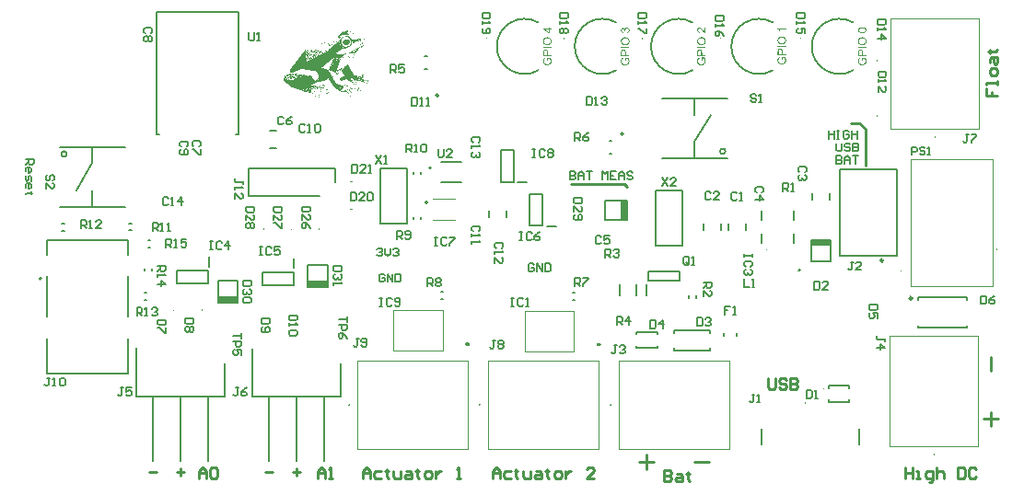
<source format=gto>
G04*
G04 #@! TF.GenerationSoftware,Altium Limited,Altium Designer,24.9.1 (31)*
G04*
G04 Layer_Color=65535*
%FSLAX44Y44*%
%MOMM*%
G71*
G04*
G04 #@! TF.SameCoordinates,DA4EDB6E-3878-44D2-BF23-6E32A7E0A26F*
G04*
G04*
G04 #@! TF.FilePolarity,Positive*
G04*
G01*
G75*
%ADD10C,0.1000*%
%ADD11C,0.2000*%
%ADD12C,0.3000*%
%ADD13C,0.2500*%
%ADD14C,0.2540*%
%ADD15C,0.1524*%
%ADD16R,0.6000X1.8000*%
%ADD17R,1.8000X0.6000*%
G36*
X188486Y974473D02*
X188564D01*
Y974395D01*
X188721D01*
Y974317D01*
X188878D01*
Y974395D01*
X189034D01*
Y974238D01*
X188956D01*
Y974160D01*
X188878D01*
Y974082D01*
X188799D01*
Y974160D01*
X188721D01*
Y974238D01*
X188564D01*
Y974317D01*
X188408D01*
Y974395D01*
X188251D01*
Y974317D01*
X188173D01*
Y974160D01*
X188095D01*
Y974003D01*
X188016D01*
Y973925D01*
X187938D01*
Y973847D01*
X187860D01*
Y973768D01*
X187781D01*
Y973612D01*
X187703D01*
Y973377D01*
X187625D01*
Y973142D01*
X187547D01*
Y973064D01*
X187468D01*
Y972985D01*
X187390D01*
Y972829D01*
X187311D01*
Y972750D01*
X187233D01*
Y972672D01*
X187155D01*
Y972515D01*
X187077D01*
Y972437D01*
X186998D01*
Y972281D01*
X186920D01*
Y972202D01*
X186842D01*
Y972046D01*
X186763D01*
Y971967D01*
X186842D01*
Y971811D01*
X186763D01*
Y971654D01*
X186685D01*
Y971497D01*
X186607D01*
Y971341D01*
X186528D01*
Y971028D01*
X186685D01*
Y971106D01*
X186763D01*
Y971263D01*
X186920D01*
Y971419D01*
X186842D01*
Y971576D01*
X186920D01*
Y971811D01*
X186998D01*
Y971967D01*
X187233D01*
Y971889D01*
X187311D01*
Y971811D01*
X187547D01*
Y971732D01*
X187781D01*
Y971654D01*
X187860D01*
Y971576D01*
X187938D01*
Y971497D01*
X188016D01*
Y971576D01*
X188095D01*
Y971419D01*
X188173D01*
Y971341D01*
X188408D01*
Y971184D01*
X188564D01*
Y971106D01*
X188643D01*
Y971028D01*
X188721D01*
Y970949D01*
X188878D01*
Y970871D01*
X189034D01*
Y970714D01*
X189113D01*
Y970636D01*
X189269D01*
Y970558D01*
X189348D01*
Y970479D01*
X189426D01*
Y970401D01*
X189583D01*
Y970323D01*
X189661D01*
Y970245D01*
X189739D01*
Y970088D01*
X189661D01*
Y970166D01*
X188486D01*
Y970245D01*
X188173D01*
Y970323D01*
X188016D01*
Y970401D01*
X187860D01*
Y970479D01*
X187547D01*
Y970558D01*
X187311D01*
Y970636D01*
X187077D01*
Y970714D01*
X186998D01*
Y970793D01*
X186763D01*
Y970871D01*
X186372D01*
Y970949D01*
X186215D01*
Y970871D01*
X186059D01*
Y970949D01*
X185980D01*
Y970871D01*
X184884D01*
Y970793D01*
X184258D01*
Y970714D01*
X183474D01*
Y970636D01*
X182456D01*
Y970558D01*
X182378D01*
Y970479D01*
X182222D01*
Y970401D01*
X182143D01*
Y970166D01*
X182065D01*
Y970088D01*
X181987D01*
Y970010D01*
X181908D01*
Y969931D01*
X181830D01*
Y969853D01*
X181752D01*
Y969696D01*
X181673D01*
Y969540D01*
X181595D01*
Y969461D01*
X181517D01*
Y969383D01*
X181438D01*
Y969227D01*
X181360D01*
Y969148D01*
X181282D01*
Y969070D01*
X181203D01*
Y968992D01*
X181125D01*
Y968835D01*
X181047D01*
Y968678D01*
X180968D01*
Y968522D01*
X180890D01*
Y968443D01*
X180812D01*
Y968365D01*
X180734D01*
Y968208D01*
X180655D01*
Y968130D01*
X180577D01*
Y967974D01*
X180499D01*
Y967817D01*
X180420D01*
Y967739D01*
X180342D01*
Y967582D01*
X180264D01*
Y967504D01*
X180185D01*
Y967269D01*
X180107D01*
Y967190D01*
X180029D01*
Y967034D01*
X179951D01*
Y966877D01*
X179872D01*
Y966721D01*
X179794D01*
Y966642D01*
X179716D01*
Y966329D01*
X179637D01*
Y966094D01*
X179559D01*
Y966016D01*
X179481D01*
Y965859D01*
X179402D01*
Y965781D01*
X179324D01*
Y965938D01*
X179402D01*
Y966172D01*
X179481D01*
Y966486D01*
X179559D01*
Y966564D01*
X179637D01*
Y966877D01*
X179559D01*
Y966955D01*
X179481D01*
Y966877D01*
X179559D01*
Y966799D01*
X179481D01*
Y966721D01*
X179402D01*
Y966486D01*
X179324D01*
Y966564D01*
X179246D01*
Y966642D01*
X179167D01*
Y967112D01*
X179246D01*
Y966799D01*
X179402D01*
Y967112D01*
X179481D01*
Y967190D01*
X179559D01*
Y967269D01*
X179637D01*
Y967347D01*
X179481D01*
Y967269D01*
X179246D01*
Y967347D01*
X179324D01*
Y967425D01*
X179402D01*
Y967504D01*
X179637D01*
Y967582D01*
X179716D01*
Y967660D01*
X179246D01*
Y967739D01*
X179481D01*
Y968130D01*
X179716D01*
Y968052D01*
X179637D01*
Y967817D01*
X179716D01*
Y967895D01*
X179872D01*
Y967974D01*
X180107D01*
Y968052D01*
X180185D01*
Y968130D01*
X180264D01*
Y968208D01*
X180107D01*
Y968365D01*
X180029D01*
Y968443D01*
X180264D01*
Y968287D01*
X180342D01*
Y968130D01*
X180420D01*
Y968208D01*
X180499D01*
Y968287D01*
X180577D01*
Y968443D01*
X180655D01*
Y968522D01*
X180734D01*
Y968600D01*
X180655D01*
Y968678D01*
X180577D01*
Y968600D01*
X180499D01*
Y968522D01*
X180264D01*
Y968600D01*
X180107D01*
Y968757D01*
X179951D01*
Y968913D01*
X180029D01*
Y969070D01*
X180185D01*
Y969148D01*
X180264D01*
Y969227D01*
X180342D01*
Y969070D01*
X180420D01*
Y968913D01*
X180342D01*
Y968835D01*
X180264D01*
Y968913D01*
X180185D01*
Y968757D01*
X180264D01*
Y968600D01*
X180342D01*
Y968678D01*
X180420D01*
Y968757D01*
X180499D01*
Y968835D01*
X180734D01*
Y968678D01*
X180812D01*
Y968757D01*
X180890D01*
Y968835D01*
X180968D01*
Y968992D01*
X181047D01*
Y969148D01*
X181125D01*
Y969227D01*
X181203D01*
Y969305D01*
X181282D01*
Y969383D01*
X181360D01*
Y969540D01*
X181438D01*
Y969696D01*
X181595D01*
Y969853D01*
X181673D01*
Y970010D01*
X181595D01*
Y969931D01*
X181517D01*
Y969853D01*
X181360D01*
Y969931D01*
X181438D01*
Y970010D01*
X181517D01*
Y970088D01*
X181830D01*
Y970166D01*
X181908D01*
Y970245D01*
X181987D01*
Y970323D01*
X181752D01*
Y970245D01*
X181517D01*
Y970166D01*
X181438D01*
Y970088D01*
X181125D01*
Y970010D01*
X180968D01*
Y969931D01*
X180734D01*
Y969853D01*
X180499D01*
Y969775D01*
X180420D01*
Y969696D01*
X180185D01*
Y969618D01*
X180029D01*
Y969540D01*
X179794D01*
Y969461D01*
X179716D01*
Y969383D01*
X179402D01*
Y969305D01*
X179167D01*
Y969227D01*
X179246D01*
Y969148D01*
X179402D01*
Y968992D01*
X179246D01*
Y968913D01*
X179167D01*
Y968992D01*
X179089D01*
Y968913D01*
X179011D01*
Y968835D01*
X178776D01*
Y968992D01*
X178932D01*
Y969070D01*
X178776D01*
Y969227D01*
X178854D01*
Y969383D01*
X178932D01*
Y969461D01*
X179011D01*
Y969540D01*
X179089D01*
Y969618D01*
X179167D01*
Y969696D01*
X179246D01*
Y969775D01*
X179324D01*
Y969853D01*
X179402D01*
Y970010D01*
X179324D01*
Y970088D01*
X179481D01*
Y970245D01*
X179716D01*
Y970323D01*
X179794D01*
Y970401D01*
X179872D01*
Y970479D01*
X179951D01*
Y970558D01*
X180029D01*
Y970636D01*
X180107D01*
Y970714D01*
X180185D01*
Y970793D01*
X180264D01*
Y970871D01*
X180342D01*
Y971028D01*
X180420D01*
Y971106D01*
X180499D01*
Y971184D01*
X180577D01*
Y971263D01*
X180655D01*
Y971419D01*
X180577D01*
Y971497D01*
X180734D01*
Y971654D01*
X180890D01*
Y971732D01*
X181125D01*
Y971889D01*
X181203D01*
Y971967D01*
X181282D01*
Y972046D01*
X181360D01*
Y972124D01*
X181438D01*
Y972202D01*
X181517D01*
Y972281D01*
X181595D01*
Y972359D01*
X181673D01*
Y972515D01*
X181752D01*
Y972594D01*
X181830D01*
Y972672D01*
X181908D01*
Y972750D01*
X181987D01*
Y972829D01*
X182065D01*
Y972907D01*
X182143D01*
Y972985D01*
X182222D01*
Y973064D01*
X182300D01*
Y973142D01*
X182378D01*
Y973220D01*
X182456D01*
Y973299D01*
X182535D01*
Y973377D01*
X182613D01*
Y973455D01*
X182691D01*
Y973533D01*
X182770D01*
Y973612D01*
X182926D01*
Y973533D01*
X183161D01*
Y973612D01*
X183631D01*
Y973690D01*
X183788D01*
Y973768D01*
X183866D01*
Y973925D01*
X184023D01*
Y973768D01*
X184258D01*
Y973847D01*
X184727D01*
Y973925D01*
X184962D01*
Y974003D01*
X185510D01*
Y974082D01*
X185902D01*
Y974160D01*
X186372D01*
Y974238D01*
X186528D01*
Y974473D01*
X186607D01*
Y974395D01*
X186685D01*
Y974238D01*
X186842D01*
Y974317D01*
X187155D01*
Y974395D01*
X187625D01*
Y974473D01*
X188095D01*
Y974551D01*
X188486D01*
Y974473D01*
D02*
G37*
G36*
X189269Y974082D02*
X189191D01*
Y974003D01*
X189348D01*
Y973925D01*
X189504D01*
Y974003D01*
X189661D01*
Y973847D01*
X189583D01*
Y973768D01*
X189739D01*
Y973690D01*
X189817D01*
Y973612D01*
X189896D01*
Y973455D01*
X189974D01*
Y973690D01*
X190052D01*
Y973612D01*
X190131D01*
Y973533D01*
Y973455D01*
X190052D01*
Y973377D01*
X189896D01*
Y973455D01*
X189739D01*
Y973612D01*
X189583D01*
Y973768D01*
X189426D01*
Y973847D01*
X189191D01*
Y974003D01*
X188956D01*
Y974082D01*
X189034D01*
Y974160D01*
X189113D01*
Y974238D01*
X189191D01*
Y974317D01*
X189269D01*
Y974082D01*
D02*
G37*
G36*
X190522Y973220D02*
X190444D01*
Y973142D01*
X190600D01*
Y972985D01*
X190679D01*
Y973064D01*
X190757D01*
Y973142D01*
X190914D01*
Y972985D01*
X190835D01*
Y972907D01*
X190992D01*
Y972750D01*
X191070D01*
Y972829D01*
X191149D01*
Y972907D01*
X191305D01*
Y972750D01*
X191227D01*
Y972672D01*
X191149D01*
Y972594D01*
X191070D01*
Y972672D01*
X190992D01*
Y972750D01*
X190835D01*
Y972829D01*
Y972907D01*
X190600D01*
Y972985D01*
X190444D01*
Y973142D01*
X190287D01*
Y973220D01*
X190131D01*
Y973377D01*
X190209D01*
Y973299D01*
X190366D01*
Y973377D01*
X190522D01*
Y973220D01*
D02*
G37*
G36*
X188408Y972359D02*
X188330D01*
Y972437D01*
X188408D01*
Y972359D01*
D02*
G37*
G36*
X190366Y972046D02*
X190287D01*
Y972124D01*
X190366D01*
Y972046D01*
D02*
G37*
G36*
X193655Y971263D02*
X193576D01*
Y971341D01*
X193655D01*
Y971263D01*
D02*
G37*
G36*
X189504Y971028D02*
X189426D01*
Y971106D01*
X189504D01*
Y971028D01*
D02*
G37*
G36*
X191384Y972515D02*
X191540D01*
Y972437D01*
X191618D01*
Y972359D01*
X191775D01*
Y972281D01*
X191854D01*
Y972202D01*
X192010D01*
Y972124D01*
X192088D01*
Y972046D01*
X192167D01*
Y971967D01*
X192323D01*
Y971889D01*
X192402D01*
Y971811D01*
X192558D01*
Y971732D01*
X192637D01*
Y971654D01*
X192793D01*
Y971576D01*
X192871D01*
Y971497D01*
X193028D01*
Y971419D01*
X193106D01*
Y971341D01*
X193263D01*
Y971263D01*
X193341D01*
Y971184D01*
X193420D01*
Y971106D01*
X193576D01*
Y971028D01*
X193733D01*
Y970949D01*
X193811D01*
Y970871D01*
X193890D01*
Y970714D01*
X193811D01*
Y970793D01*
X193733D01*
Y970871D01*
X193576D01*
Y970949D01*
X193498D01*
Y971028D01*
X193341D01*
Y971106D01*
X193263D01*
Y971184D01*
X193106D01*
Y971263D01*
X193028D01*
Y971341D01*
X192871D01*
Y971419D01*
X192793D01*
Y971497D01*
X192637D01*
Y971576D01*
X192480D01*
Y971732D01*
X192323D01*
Y971811D01*
X192167D01*
Y971889D01*
X192088D01*
Y971967D01*
X191932D01*
Y972046D01*
X191854D01*
Y972124D01*
X191775D01*
Y972202D01*
X191618D01*
Y972281D01*
X191540D01*
Y972359D01*
X191384D01*
Y972437D01*
X191305D01*
Y972515D01*
X191227D01*
Y972594D01*
X191384D01*
Y972515D01*
D02*
G37*
G36*
X194203Y970714D02*
X194124D01*
Y970636D01*
X193968D01*
Y970871D01*
X194203D01*
Y970714D01*
D02*
G37*
G36*
X195769Y970401D02*
X196004D01*
Y970323D01*
X196082D01*
Y970401D01*
X196160D01*
Y970558D01*
X196239D01*
Y970479D01*
X196317D01*
Y970323D01*
X196395D01*
Y970245D01*
X196787D01*
Y970166D01*
X197022D01*
Y970088D01*
X197492D01*
Y970010D01*
X197727D01*
Y969931D01*
X197883D01*
Y969853D01*
X197570D01*
Y969931D01*
X197100D01*
Y970010D01*
X197022D01*
Y970088D01*
X196395D01*
Y970166D01*
X196239D01*
Y970245D01*
X195691D01*
Y970401D01*
X195534D01*
Y970323D01*
X195299D01*
Y970401D01*
X195064D01*
Y970479D01*
X194359D01*
Y970558D01*
X194203D01*
Y970636D01*
X194907D01*
Y970558D01*
X195221D01*
Y970479D01*
X195534D01*
Y970636D01*
X195691D01*
Y970714D01*
X195769D01*
Y970401D01*
D02*
G37*
G36*
X194751Y970245D02*
X194673D01*
Y970323D01*
X194751D01*
Y970245D01*
D02*
G37*
G36*
X195142Y970088D02*
X195064D01*
Y970166D01*
X195142D01*
Y970088D01*
D02*
G37*
G36*
X195769Y970010D02*
X195691D01*
Y970088D01*
X195769D01*
Y970010D01*
D02*
G37*
G36*
X194203D02*
X194281D01*
Y969931D01*
X194124D01*
Y970010D01*
Y970088D01*
X194203D01*
Y970010D01*
D02*
G37*
G36*
X199763Y969775D02*
X199684D01*
Y969853D01*
X199763D01*
Y969775D01*
D02*
G37*
G36*
X181360Y969696D02*
X181203D01*
Y969853D01*
X181360D01*
Y969696D01*
D02*
G37*
G36*
X199998Y969618D02*
X199919D01*
Y969696D01*
X199998D01*
Y969618D01*
D02*
G37*
G36*
X197022D02*
X196943D01*
Y969696D01*
Y969775D01*
X197022D01*
Y969618D01*
D02*
G37*
G36*
X181203Y969383D02*
X181125D01*
Y969461D01*
X180890D01*
Y969618D01*
X180577D01*
Y969696D01*
X180968D01*
Y969618D01*
X181125D01*
Y969696D01*
X181203D01*
Y969383D01*
D02*
G37*
G36*
X195142Y969540D02*
X195064D01*
Y969618D01*
X195142D01*
Y969540D01*
D02*
G37*
G36*
X194203D02*
X194124D01*
Y969618D01*
X194203D01*
Y969540D01*
D02*
G37*
G36*
X178854D02*
X178776D01*
Y969618D01*
X178854D01*
Y969540D01*
D02*
G37*
G36*
X180420Y969461D02*
X180264D01*
Y969540D01*
X180420D01*
Y969461D01*
D02*
G37*
G36*
X198040Y969931D02*
X198197D01*
Y969853D01*
X198510D01*
Y970010D01*
X198666D01*
Y969775D01*
X198823D01*
Y969696D01*
X199058D01*
Y969775D01*
X199136D01*
Y969696D01*
X199371D01*
Y969618D01*
X199684D01*
Y969540D01*
X199919D01*
Y969461D01*
X199998D01*
Y969383D01*
X199919D01*
Y969461D01*
X199371D01*
Y969540D01*
X199214D01*
Y969618D01*
X198666D01*
Y969775D01*
X198510D01*
Y969696D01*
X198275D01*
Y969775D01*
X198040D01*
Y969931D01*
X197883D01*
Y970166D01*
X198040D01*
Y969931D01*
D02*
G37*
G36*
X180264Y969383D02*
X180107D01*
Y969461D01*
X180264D01*
Y969383D01*
D02*
G37*
G36*
X200467D02*
Y969305D01*
X200389D01*
Y969383D01*
X200076D01*
Y969461D01*
X200467D01*
Y969383D01*
D02*
G37*
G36*
X188251Y969305D02*
X188330D01*
Y969227D01*
X188408D01*
Y969148D01*
X188486D01*
Y969070D01*
X188564D01*
Y968992D01*
X188643D01*
Y968913D01*
X188721D01*
Y968835D01*
X188799D01*
Y968757D01*
X188878D01*
Y968678D01*
X188956D01*
Y968600D01*
X189034D01*
Y968522D01*
X189113D01*
Y968443D01*
X189269D01*
Y968365D01*
X189348D01*
Y968287D01*
X189426D01*
Y968208D01*
X189504D01*
Y968130D01*
X189583D01*
Y968052D01*
X189661D01*
Y967974D01*
X189739D01*
Y967895D01*
X189817D01*
Y967817D01*
X189896D01*
Y967739D01*
X190052D01*
Y967660D01*
X190131D01*
Y967582D01*
X190209D01*
Y967504D01*
X190287D01*
Y967425D01*
X190366D01*
Y967347D01*
X190444D01*
Y967269D01*
X190522D01*
Y967190D01*
X190600D01*
Y967112D01*
X190679D01*
Y967034D01*
X190757D01*
Y966955D01*
X190835D01*
Y966877D01*
X190992D01*
Y966721D01*
X191070D01*
Y966642D01*
X191149D01*
Y966407D01*
X191227D01*
Y966016D01*
X191305D01*
Y965703D01*
X191384D01*
Y965781D01*
X191462D01*
Y966172D01*
X191384D01*
Y966251D01*
X191305D01*
Y966407D01*
X191384D01*
Y966486D01*
X193106D01*
Y966564D01*
X193655D01*
Y966642D01*
X193733D01*
Y966564D01*
X193968D01*
Y966642D01*
X194281D01*
Y966564D01*
X194359D01*
Y966642D01*
X196630D01*
Y966721D01*
X197100D01*
Y966799D01*
X197413D01*
Y966877D01*
X197805D01*
Y966955D01*
X198040D01*
Y967034D01*
X198588D01*
Y967112D01*
X198901D01*
Y967190D01*
X199214D01*
Y967112D01*
X199293D01*
Y966877D01*
X199371D01*
Y966799D01*
X199449D01*
Y966642D01*
X199528D01*
Y966407D01*
X199606D01*
Y966329D01*
X199684D01*
Y966172D01*
X199763D01*
Y966016D01*
X199841D01*
Y965938D01*
X199919D01*
Y965781D01*
X199998D01*
Y965546D01*
X199606D01*
Y965468D01*
X199293D01*
Y965389D01*
X198980D01*
Y965311D01*
X198745D01*
Y965233D01*
X198588D01*
Y965154D01*
X198275D01*
Y965076D01*
X198118D01*
Y965154D01*
X198040D01*
Y965311D01*
X197962D01*
Y965389D01*
X197883D01*
Y965546D01*
X197805D01*
Y965703D01*
X197727D01*
Y965781D01*
X197648D01*
Y965938D01*
X197570D01*
Y966016D01*
X197492D01*
Y966094D01*
X197413D01*
Y966172D01*
X197335D01*
Y966329D01*
X197257D01*
Y966564D01*
X196943D01*
Y966486D01*
X197100D01*
Y966407D01*
X197178D01*
Y966329D01*
X197257D01*
Y966094D01*
X197335D01*
Y965938D01*
X197492D01*
Y965781D01*
X197570D01*
Y965624D01*
X197648D01*
Y965546D01*
X197727D01*
Y965389D01*
X197805D01*
Y965311D01*
X197883D01*
Y965233D01*
X197962D01*
Y965154D01*
X198040D01*
Y964998D01*
X197962D01*
Y964920D01*
X197883D01*
Y964841D01*
X197805D01*
Y964920D01*
X197648D01*
Y964763D01*
X197335D01*
Y964685D01*
X197178D01*
Y964606D01*
X196865D01*
Y964528D01*
X196709D01*
Y964450D01*
X196474D01*
Y964371D01*
X196239D01*
Y964215D01*
X196160D01*
Y964293D01*
X196082D01*
Y964215D01*
X195847D01*
Y964136D01*
X195769D01*
Y963980D01*
X195691D01*
Y964058D01*
X195534D01*
Y963980D01*
X195221D01*
Y963902D01*
X194986D01*
Y963745D01*
X194594D01*
Y963667D01*
X194438D01*
Y963588D01*
X194281D01*
Y963510D01*
X193968D01*
Y963432D01*
X193733D01*
Y963353D01*
X193576D01*
Y963275D01*
X193263D01*
Y963197D01*
X193106D01*
Y963118D01*
X192950D01*
Y963040D01*
X192637D01*
Y962962D01*
X192480D01*
Y962884D01*
X192167D01*
Y962805D01*
X192010D01*
Y962884D01*
X191932D01*
Y962805D01*
X191854D01*
Y962648D01*
X191697D01*
Y962727D01*
X191618D01*
Y962884D01*
X191697D01*
Y963745D01*
X191854D01*
Y963823D01*
X191775D01*
Y963902D01*
X191697D01*
Y963980D01*
X191775D01*
Y964136D01*
X191697D01*
Y964450D01*
X191618D01*
Y964606D01*
X191697D01*
Y964685D01*
X191618D01*
Y964763D01*
X191540D01*
Y965233D01*
X191462D01*
Y965546D01*
X191384D01*
Y965154D01*
X191462D01*
Y964606D01*
X191540D01*
Y964136D01*
X191618D01*
Y963588D01*
X191540D01*
Y962962D01*
X191462D01*
Y962727D01*
X191384D01*
Y962570D01*
X191305D01*
Y962335D01*
X191227D01*
Y962100D01*
X191149D01*
Y961787D01*
X191070D01*
Y961630D01*
X190992D01*
Y961396D01*
X190914D01*
Y961082D01*
X190835D01*
Y961004D01*
Y960926D01*
Y960847D01*
X190757D01*
Y960612D01*
X190679D01*
Y960378D01*
X190600D01*
Y960299D01*
X190522D01*
Y960221D01*
X190366D01*
Y960143D01*
X190209D01*
Y960064D01*
X190052D01*
Y959986D01*
X189896D01*
Y959908D01*
X189739D01*
Y959829D01*
X189583D01*
Y959751D01*
X189426D01*
Y959673D01*
X189269D01*
Y959594D01*
X189113D01*
Y959516D01*
X188956D01*
Y959438D01*
X188799D01*
Y959360D01*
X188643D01*
Y959281D01*
X188564D01*
Y959203D01*
X188330D01*
Y959125D01*
X188173D01*
Y959046D01*
X188095D01*
Y958968D01*
X187860D01*
Y958890D01*
X187703D01*
Y958811D01*
X187547D01*
Y958733D01*
X187390D01*
Y958655D01*
X187233D01*
Y958577D01*
X186998D01*
Y958498D01*
X186842D01*
Y958420D01*
X186685D01*
Y958342D01*
X186450D01*
Y958263D01*
X186294D01*
Y958185D01*
X186137D01*
Y958107D01*
X185824D01*
Y958185D01*
X185589D01*
Y958263D01*
X185354D01*
Y958342D01*
X185119D01*
Y958420D01*
X184962D01*
Y958498D01*
X184649D01*
Y958577D01*
X184414D01*
Y958655D01*
X184179D01*
Y958733D01*
X184023D01*
Y958811D01*
X183631D01*
Y958890D01*
X183553D01*
Y958968D01*
X183474D01*
Y959046D01*
X183239D01*
Y959125D01*
X183083D01*
Y959203D01*
X182926D01*
Y959281D01*
X182770D01*
Y959360D01*
X182613D01*
Y959438D01*
X182378D01*
Y959516D01*
X182222D01*
Y959673D01*
X182143D01*
Y959751D01*
X182065D01*
Y959908D01*
X181987D01*
Y960064D01*
X181908D01*
Y960221D01*
X181830D01*
Y960378D01*
X181752D01*
Y960534D01*
X181673D01*
Y960612D01*
X181595D01*
Y960769D01*
X181517D01*
Y960926D01*
X181438D01*
Y961082D01*
X181360D01*
Y961161D01*
X181282D01*
Y961317D01*
X181203D01*
Y961474D01*
X181125D01*
Y961552D01*
X181047D01*
Y961709D01*
X180968D01*
Y961865D01*
X180890D01*
Y961944D01*
X180812D01*
Y962100D01*
X180734D01*
Y962257D01*
X180655D01*
Y962335D01*
X180577D01*
Y962492D01*
X180499D01*
Y962570D01*
X180420D01*
Y962727D01*
X180342D01*
Y962805D01*
X180264D01*
Y963040D01*
X180185D01*
Y963118D01*
X180264D01*
Y963745D01*
X180342D01*
Y964450D01*
X180420D01*
Y964998D01*
X180499D01*
Y965154D01*
X180420D01*
Y965233D01*
X180499D01*
Y965624D01*
X180577D01*
Y965703D01*
X180499D01*
Y965781D01*
X180577D01*
Y966251D01*
X180655D01*
Y966329D01*
X180734D01*
Y966486D01*
X180812D01*
Y966564D01*
X180890D01*
Y966642D01*
X180968D01*
Y966721D01*
X181047D01*
Y966799D01*
X181125D01*
Y966877D01*
X181203D01*
Y966955D01*
X181282D01*
Y967034D01*
X181360D01*
Y967112D01*
X181517D01*
Y967190D01*
X181595D01*
Y967347D01*
X181673D01*
Y967425D01*
X181752D01*
Y967504D01*
X181830D01*
Y967582D01*
X181908D01*
Y967660D01*
X181987D01*
Y967739D01*
X182065D01*
Y967817D01*
X182143D01*
Y967895D01*
X182222D01*
Y967974D01*
X182300D01*
Y968052D01*
X182378D01*
Y968130D01*
X182456D01*
Y968208D01*
X182535D01*
Y968287D01*
X182613D01*
Y968365D01*
X182691D01*
Y968443D01*
X182770D01*
Y968522D01*
X182848D01*
Y968678D01*
X182926D01*
Y968757D01*
X183004D01*
Y968835D01*
X183083D01*
Y968913D01*
X183161D01*
Y968992D01*
X183239D01*
Y969070D01*
X183631D01*
Y969148D01*
X184336D01*
Y969227D01*
X185119D01*
Y969305D01*
X185275D01*
Y969227D01*
X185432D01*
Y969305D01*
X186372D01*
Y969383D01*
X188251D01*
Y969305D01*
D02*
G37*
G36*
X181047Y969227D02*
X180968D01*
Y969148D01*
X180890D01*
Y969305D01*
X180968D01*
Y969383D01*
X181047D01*
Y969227D01*
D02*
G37*
G36*
X196943Y968913D02*
X196865D01*
Y968992D01*
X196943D01*
Y968913D01*
D02*
G37*
G36*
X195299D02*
X195142D01*
Y968992D01*
X195299D01*
Y968913D01*
D02*
G37*
G36*
X180734Y969383D02*
X180655D01*
Y969305D01*
X180577D01*
Y969227D01*
X180655D01*
Y969148D01*
X180890D01*
Y968992D01*
X180812D01*
Y968913D01*
X180734D01*
Y968992D01*
X180499D01*
Y969148D01*
X180577D01*
Y969227D01*
X180499D01*
Y969305D01*
Y969383D01*
X180577D01*
Y969461D01*
X180655D01*
Y969540D01*
X180734D01*
Y969383D01*
D02*
G37*
G36*
X178384Y968913D02*
X178228D01*
Y968992D01*
X178384D01*
Y968913D01*
D02*
G37*
G36*
X197178Y968835D02*
X197100D01*
Y968913D01*
X197178D01*
Y968835D01*
D02*
G37*
G36*
X196630D02*
X196552D01*
Y968913D01*
X196630D01*
Y968835D01*
D02*
G37*
G36*
X194281Y968757D02*
X194124D01*
Y968835D01*
X194281D01*
Y968757D01*
D02*
G37*
G36*
X178071D02*
X177836D01*
Y968835D01*
X178071D01*
Y968757D01*
D02*
G37*
G36*
X200781Y968992D02*
X200859D01*
Y968913D01*
X200937D01*
Y968835D01*
X201016D01*
Y968678D01*
X200937D01*
Y968757D01*
Y968835D01*
X200859D01*
Y968913D01*
X200781D01*
Y968992D01*
X200702D01*
Y969070D01*
X200781D01*
Y968992D01*
D02*
G37*
G36*
X196004Y968678D02*
X195926D01*
Y968757D01*
X196004D01*
Y968678D01*
D02*
G37*
G36*
X195456Y968600D02*
X195377D01*
Y968678D01*
X195456D01*
Y968600D01*
D02*
G37*
G36*
X193968D02*
X193890D01*
Y968678D01*
X193968D01*
Y968600D01*
D02*
G37*
G36*
X177758D02*
X177523D01*
Y968678D01*
X177758D01*
Y968600D01*
D02*
G37*
G36*
X201329D02*
X201485D01*
Y968522D01*
X201250D01*
Y968600D01*
X201094D01*
Y968757D01*
X201329D01*
Y968600D01*
D02*
G37*
G36*
X195142Y968522D02*
X194986D01*
Y968600D01*
X195142D01*
Y968522D01*
D02*
G37*
G36*
X179951Y969227D02*
X179872D01*
Y969148D01*
X179794D01*
Y968913D01*
X179716D01*
Y968835D01*
X179637D01*
Y968757D01*
X179951D01*
Y968678D01*
X179872D01*
Y968600D01*
X179951D01*
Y968522D01*
X179872D01*
Y968600D01*
X179716D01*
Y968522D01*
X179794D01*
Y968443D01*
X179951D01*
Y968130D01*
X179794D01*
Y968208D01*
X179716D01*
Y968443D01*
X179637D01*
Y968522D01*
X179559D01*
Y968600D01*
X179637D01*
Y968757D01*
X179481D01*
Y968835D01*
X179559D01*
Y968992D01*
X179637D01*
Y969070D01*
X179559D01*
Y969148D01*
X179402D01*
Y969227D01*
X179716D01*
Y969305D01*
X179951D01*
Y969227D01*
D02*
G37*
G36*
X177366Y968678D02*
Y968600D01*
X177523D01*
Y968522D01*
X177288D01*
Y968600D01*
X177210D01*
Y968757D01*
X177366D01*
Y968678D01*
D02*
G37*
G36*
X193420Y968443D02*
X193263D01*
Y968522D01*
Y968600D01*
X193420D01*
Y968443D01*
D02*
G37*
G36*
X176975D02*
X176896D01*
Y968522D01*
Y968600D01*
X176975D01*
Y968443D01*
D02*
G37*
G36*
X177210Y968365D02*
X177053D01*
Y968443D01*
X177210D01*
Y968365D01*
D02*
G37*
G36*
X176348D02*
X176270D01*
Y968443D01*
X176348D01*
Y968365D01*
D02*
G37*
G36*
X193655Y968287D02*
X193498D01*
Y968365D01*
X193655D01*
Y968287D01*
D02*
G37*
G36*
X176896D02*
X176740D01*
Y968365D01*
X176896D01*
Y968287D01*
D02*
G37*
G36*
X190914D02*
Y968208D01*
X190835D01*
Y968365D01*
X190914D01*
Y968287D01*
D02*
G37*
G36*
X179246Y968757D02*
X179402D01*
Y968600D01*
X179324D01*
Y968522D01*
X179481D01*
Y968443D01*
X179559D01*
Y968208D01*
X179481D01*
Y968287D01*
X179402D01*
Y968365D01*
X179324D01*
Y968443D01*
X179246D01*
Y968678D01*
X179167D01*
Y968835D01*
X179246D01*
Y968757D01*
D02*
G37*
G36*
X192793Y968130D02*
X192715D01*
Y968208D01*
X192793D01*
Y968130D01*
D02*
G37*
G36*
X179011Y968678D02*
X179089D01*
Y968365D01*
X179167D01*
Y968130D01*
X179011D01*
Y968287D01*
X178932D01*
Y968600D01*
X178854D01*
Y968757D01*
X179011D01*
Y968678D01*
D02*
G37*
G36*
X191932Y968052D02*
X191775D01*
Y968130D01*
X191932D01*
Y968052D01*
D02*
G37*
G36*
X201329Y968365D02*
X201407D01*
Y968287D01*
X201485D01*
Y968130D01*
X201564D01*
Y968052D01*
X201642D01*
Y967974D01*
X201485D01*
Y968052D01*
X201407D01*
Y968130D01*
Y968208D01*
X201329D01*
Y968287D01*
X201250D01*
Y968365D01*
X201172D01*
Y968443D01*
X201329D01*
Y968365D01*
D02*
G37*
G36*
X191070Y967974D02*
X190992D01*
Y968130D01*
X191070D01*
Y967974D01*
D02*
G37*
G36*
X179402D02*
X179246D01*
Y968130D01*
X179402D01*
Y967974D01*
D02*
G37*
G36*
X176661Y968130D02*
X176583D01*
Y968052D01*
X176427D01*
Y967974D01*
X176192D01*
Y968052D01*
X176348D01*
Y968130D01*
X176505D01*
Y968208D01*
X176661D01*
Y968130D01*
D02*
G37*
G36*
X201877Y967817D02*
X201720D01*
Y967895D01*
Y967974D01*
X201877D01*
Y967817D01*
D02*
G37*
G36*
X179246Y967895D02*
X179167D01*
Y967817D01*
X179089D01*
Y967895D01*
X179011D01*
Y967974D01*
X179246D01*
Y967895D01*
D02*
G37*
G36*
X176192D02*
X176113D01*
Y967817D01*
X175957D01*
Y967739D01*
X175722D01*
Y967817D01*
X175878D01*
Y967895D01*
X175957D01*
Y967974D01*
X176192D01*
Y967895D01*
D02*
G37*
G36*
X175722Y967660D02*
X175644D01*
Y967582D01*
X175487D01*
Y967660D01*
X175565D01*
Y967739D01*
X175722D01*
Y967660D01*
D02*
G37*
G36*
X175487Y967504D02*
X175252D01*
Y967582D01*
X175487D01*
Y967504D01*
D02*
G37*
G36*
X179246D02*
X179167D01*
Y967347D01*
X179089D01*
Y967660D01*
X179246D01*
Y967504D01*
D02*
G37*
G36*
X175252Y967425D02*
X175174D01*
Y967347D01*
X175017D01*
Y967425D01*
X175095D01*
Y967504D01*
X175252D01*
Y967425D01*
D02*
G37*
G36*
X174860Y967347D02*
X175017D01*
Y967269D01*
X174860D01*
Y967347D01*
X174782D01*
Y967425D01*
X174860D01*
Y967347D01*
D02*
G37*
G36*
X201877Y967660D02*
X201955D01*
Y967582D01*
X202034D01*
Y967504D01*
X202112D01*
Y967347D01*
X202190D01*
Y967269D01*
X202269D01*
Y967190D01*
X202190D01*
Y967269D01*
X202112D01*
Y967347D01*
X202034D01*
Y967425D01*
Y967504D01*
X201955D01*
Y967582D01*
X201877D01*
Y967660D01*
X201799D01*
Y967739D01*
X201877D01*
Y967660D01*
D02*
G37*
G36*
X174704Y967112D02*
X174547D01*
Y967190D01*
X174704D01*
Y967112D01*
D02*
G37*
G36*
X202425Y967034D02*
X202347D01*
Y967112D01*
X202425D01*
Y967034D01*
D02*
G37*
G36*
X174547D02*
X174469D01*
Y966955D01*
X174312D01*
Y967034D01*
X174391D01*
Y967112D01*
X174547D01*
Y967034D01*
D02*
G37*
G36*
X174077Y966955D02*
X174312D01*
Y966877D01*
X174077D01*
Y966955D01*
X173999D01*
Y967034D01*
Y967112D01*
X174077D01*
Y966955D01*
D02*
G37*
G36*
X173999Y966721D02*
X173842D01*
Y966799D01*
X173999D01*
Y966721D01*
D02*
G37*
G36*
X173842Y966642D02*
X173686D01*
Y966721D01*
X173842D01*
Y966642D01*
D02*
G37*
G36*
X202504Y966877D02*
X202582D01*
Y966799D01*
X202660D01*
Y966721D01*
X202738D01*
Y966642D01*
X202817D01*
Y966564D01*
X202895D01*
Y966486D01*
X202738D01*
Y966642D01*
X202660D01*
Y966721D01*
X202582D01*
Y966799D01*
X202504D01*
Y966877D01*
X202425D01*
Y966955D01*
X202504D01*
Y966877D01*
D02*
G37*
G36*
X173451Y966721D02*
X173529D01*
Y966486D01*
X173451D01*
Y966564D01*
X173373D01*
Y966799D01*
X173451D01*
Y966721D01*
D02*
G37*
G36*
X173216Y966564D02*
X173294D01*
Y966486D01*
Y966407D01*
X173138D01*
Y966642D01*
X173216D01*
Y966564D01*
D02*
G37*
G36*
X172981Y966407D02*
X173059D01*
Y966329D01*
X173138D01*
Y966251D01*
X172981D01*
Y966329D01*
X172824D01*
Y966486D01*
X172981D01*
Y966407D01*
D02*
G37*
G36*
X202973Y966329D02*
X203052D01*
Y966251D01*
X203130D01*
Y966172D01*
X203052D01*
Y966251D01*
X202973D01*
Y966329D01*
X202895D01*
Y966407D01*
X202973D01*
Y966329D01*
D02*
G37*
G36*
X172824Y966094D02*
X172668D01*
Y966016D01*
X172511D01*
Y965938D01*
X172355D01*
Y966016D01*
X172433D01*
Y966094D01*
X172589D01*
Y966172D01*
X172824D01*
Y966094D01*
D02*
G37*
G36*
X203365Y965859D02*
X203287D01*
Y965938D01*
X203365D01*
Y965859D01*
D02*
G37*
G36*
X172355D02*
X172198D01*
Y965938D01*
X172355D01*
Y965859D01*
D02*
G37*
G36*
X203521Y965703D02*
X203443D01*
Y965781D01*
X203521D01*
Y965703D01*
D02*
G37*
G36*
X172198Y965781D02*
X172041D01*
Y965703D01*
X171885D01*
Y965781D01*
X171963D01*
Y965859D01*
X172198D01*
Y965781D01*
D02*
G37*
G36*
X171885Y965624D02*
X171728D01*
Y965703D01*
X171885D01*
Y965624D01*
D02*
G37*
G36*
X203756Y965703D02*
X203835D01*
Y965624D01*
X203756D01*
Y965546D01*
X203600D01*
Y965703D01*
X203678D01*
Y965781D01*
X203756D01*
Y965703D01*
D02*
G37*
G36*
X171571Y965468D02*
X171415D01*
Y965546D01*
X171571D01*
Y965468D01*
D02*
G37*
G36*
X171415Y965389D02*
X171336D01*
Y965311D01*
X171180D01*
Y965389D01*
X171258D01*
Y965468D01*
X171415D01*
Y965389D01*
D02*
G37*
G36*
X199763Y965233D02*
X199606D01*
Y965311D01*
X199763D01*
Y965233D01*
D02*
G37*
G36*
X171180D02*
X171023D01*
Y965311D01*
X171180D01*
Y965233D01*
D02*
G37*
G36*
X203756Y965389D02*
X203835D01*
Y965311D01*
X203913D01*
Y965233D01*
X203991D01*
Y965154D01*
Y965076D01*
X203913D01*
Y965233D01*
X203835D01*
Y965311D01*
X203756D01*
Y965389D01*
X203678D01*
Y965468D01*
X203756D01*
Y965389D01*
D02*
G37*
G36*
X199058Y965076D02*
X198901D01*
Y965154D01*
Y965233D01*
X199058D01*
Y965076D01*
D02*
G37*
G36*
X170867Y965233D02*
X170945D01*
Y965076D01*
X170867D01*
Y965154D01*
X170788D01*
Y965233D01*
X170710D01*
Y965311D01*
X170867D01*
Y965233D01*
D02*
G37*
G36*
X199528Y965154D02*
X199449D01*
Y965076D01*
X199371D01*
Y964998D01*
X199293D01*
Y965311D01*
X199528D01*
Y965154D01*
D02*
G37*
G36*
X170710Y964998D02*
X170553D01*
Y965076D01*
X170710D01*
Y964998D01*
D02*
G37*
G36*
X204305Y965076D02*
X204383D01*
Y964998D01*
X204305D01*
Y964920D01*
X204070D01*
Y965076D01*
X204226D01*
Y965154D01*
X204305D01*
Y965076D01*
D02*
G37*
G36*
X200233Y965311D02*
X200389D01*
Y965233D01*
X200546D01*
Y965076D01*
X200781D01*
Y964920D01*
X200546D01*
Y965076D01*
X200389D01*
Y965154D01*
X200311D01*
Y965233D01*
X200233D01*
Y965311D01*
X200076D01*
Y965233D01*
X199998D01*
Y965311D01*
X199919D01*
Y965389D01*
X200233D01*
Y965311D01*
D02*
G37*
G36*
X200311Y964920D02*
X200389D01*
Y964841D01*
X200154D01*
Y964685D01*
X199998D01*
Y964920D01*
X199919D01*
Y964998D01*
X199998D01*
Y964920D01*
X200154D01*
Y964998D01*
X200311D01*
Y964920D01*
D02*
G37*
G36*
X198745Y964998D02*
Y964920D01*
X198666D01*
Y964998D01*
X198588D01*
Y965076D01*
X198745D01*
Y964998D01*
D02*
G37*
G36*
X169692Y964920D02*
X169614D01*
Y964998D01*
X169692D01*
Y964920D01*
D02*
G37*
G36*
X170553D02*
X170475D01*
Y964841D01*
X170240D01*
Y964920D01*
X170397D01*
Y964998D01*
X170553D01*
Y964920D01*
D02*
G37*
G36*
X199371Y964763D02*
X199293D01*
Y964841D01*
X199371D01*
Y964763D01*
D02*
G37*
G36*
X198510D02*
X198431D01*
Y964841D01*
X198353D01*
Y964920D01*
X198510D01*
Y964763D01*
D02*
G37*
G36*
X170240D02*
X170162D01*
Y964841D01*
X170240D01*
Y964763D01*
D02*
G37*
G36*
X204383Y964685D02*
X204305D01*
Y964763D01*
X204383D01*
Y964685D01*
D02*
G37*
G36*
X201172Y964841D02*
X201250D01*
Y964685D01*
X201016D01*
Y964763D01*
X200781D01*
Y964841D01*
X200859D01*
Y964920D01*
X201172D01*
Y964841D01*
D02*
G37*
G36*
X200624Y964763D02*
X200781D01*
Y964685D01*
X200624D01*
Y964763D01*
X200546D01*
Y964841D01*
X200624D01*
Y964763D01*
D02*
G37*
G36*
X199763Y964685D02*
X199606D01*
Y964841D01*
X199763D01*
Y964685D01*
D02*
G37*
G36*
X199058D02*
X198901D01*
Y964763D01*
X199058D01*
Y964685D01*
D02*
G37*
G36*
X180420Y965938D02*
X180342D01*
Y965389D01*
X180264D01*
Y965311D01*
X180107D01*
Y965233D01*
X180342D01*
Y965154D01*
X180264D01*
Y964763D01*
X180185D01*
Y964685D01*
X180107D01*
Y964606D01*
X180185D01*
Y964136D01*
X180107D01*
Y964058D01*
X180029D01*
Y963902D01*
X179872D01*
Y963980D01*
X179794D01*
Y963745D01*
X180029D01*
Y963823D01*
X180107D01*
Y963275D01*
X180029D01*
Y963118D01*
X180107D01*
Y962962D01*
X179794D01*
Y963118D01*
X179951D01*
Y963197D01*
X179872D01*
Y963275D01*
X179716D01*
Y963353D01*
X179637D01*
Y963432D01*
X179559D01*
Y963510D01*
X179246D01*
Y963588D01*
X179167D01*
Y963667D01*
X179089D01*
Y963745D01*
X179011D01*
Y963823D01*
X178932D01*
Y963902D01*
X179011D01*
Y963980D01*
X179324D01*
Y964058D01*
X179402D01*
Y964136D01*
X179481D01*
Y963745D01*
X179324D01*
Y963902D01*
X179246D01*
Y963823D01*
X179167D01*
Y963745D01*
X179324D01*
Y963667D01*
X179402D01*
Y963588D01*
X179637D01*
Y963510D01*
X179716D01*
Y963745D01*
X179637D01*
Y964136D01*
X179716D01*
Y964058D01*
X179872D01*
Y964215D01*
X179794D01*
Y964293D01*
X179716D01*
Y964371D01*
X179872D01*
Y964293D01*
Y964215D01*
X180107D01*
Y964371D01*
X180029D01*
Y964450D01*
X179951D01*
Y964528D01*
X179872D01*
Y964450D01*
X179637D01*
Y964606D01*
X179481D01*
Y964450D01*
X179559D01*
Y964293D01*
X179402D01*
Y964215D01*
X179167D01*
Y964371D01*
X179011D01*
Y964293D01*
X179089D01*
Y964215D01*
X179167D01*
Y964136D01*
X179089D01*
Y964058D01*
X178854D01*
Y964293D01*
X178776D01*
Y964606D01*
X178854D01*
Y964763D01*
X178932D01*
Y964841D01*
X179011D01*
Y964685D01*
X178932D01*
Y964606D01*
X179011D01*
Y964528D01*
X179089D01*
Y964763D01*
X179246D01*
Y964685D01*
X179402D01*
Y964841D01*
X179246D01*
Y964920D01*
X179167D01*
Y964998D01*
X179089D01*
Y964920D01*
X179011D01*
Y965076D01*
X179089D01*
Y965233D01*
X179167D01*
Y965311D01*
X179246D01*
Y965389D01*
X179324D01*
Y965468D01*
X179402D01*
Y965546D01*
X179481D01*
Y965624D01*
X179637D01*
Y965703D01*
X179794D01*
Y965781D01*
X179872D01*
Y965859D01*
X180107D01*
Y965938D01*
X180185D01*
Y966016D01*
X180342D01*
Y966094D01*
X180420D01*
Y965938D01*
D02*
G37*
G36*
X198275Y964606D02*
X198197D01*
Y964685D01*
X198275D01*
Y964606D01*
D02*
G37*
G36*
X170084Y964685D02*
X170005D01*
Y964606D01*
X169849D01*
Y964763D01*
X170084D01*
Y964685D01*
D02*
G37*
G36*
X204461Y964528D02*
X204383D01*
Y964606D01*
X204461D01*
Y964528D01*
D02*
G37*
G36*
X198666D02*
X198510D01*
Y964606D01*
X198666D01*
Y964528D01*
D02*
G37*
G36*
X169770Y964450D02*
X169535D01*
Y964606D01*
X169770D01*
Y964450D01*
D02*
G37*
G36*
X201016D02*
X201094D01*
Y964371D01*
X200937D01*
Y964528D01*
X201016D01*
Y964450D01*
D02*
G37*
G36*
X200546Y964528D02*
X200233D01*
Y964450D01*
X200154D01*
Y964371D01*
X200076D01*
Y964528D01*
X200154D01*
Y964606D01*
X200546D01*
Y964528D01*
D02*
G37*
G36*
X199919Y964371D02*
X199763D01*
Y964450D01*
X199919D01*
Y964371D01*
D02*
G37*
G36*
X174704Y964293D02*
X174469D01*
Y964371D01*
X174391D01*
Y964215D01*
X174234D01*
Y964450D01*
X174469D01*
Y964371D01*
X174547D01*
Y964450D01*
X174704D01*
Y964293D01*
D02*
G37*
G36*
X173059Y964371D02*
X172981D01*
Y964293D01*
X172903D01*
Y964215D01*
X172824D01*
Y963980D01*
X172589D01*
Y964058D01*
X172668D01*
Y964136D01*
X172746D01*
Y964293D01*
X172589D01*
Y964371D01*
X172433D01*
Y964450D01*
X172668D01*
Y964371D01*
X172824D01*
Y964450D01*
X173059D01*
Y964371D01*
D02*
G37*
G36*
X172198D02*
X172120D01*
Y964450D01*
X172198D01*
Y964371D01*
D02*
G37*
G36*
X202034D02*
X201877D01*
Y964293D01*
X201799D01*
Y964450D01*
X202034D01*
Y964371D01*
D02*
G37*
G36*
X201564Y964528D02*
X201485D01*
Y964293D01*
X201407D01*
Y964528D01*
X201329D01*
Y964685D01*
X201564D01*
Y964528D01*
D02*
G37*
G36*
X200702Y964371D02*
X200781D01*
Y964293D01*
X200702D01*
Y964371D01*
X200624D01*
Y964450D01*
X200702D01*
Y964371D01*
D02*
G37*
G36*
X199528Y964293D02*
X199449D01*
Y964371D01*
X199528D01*
Y964293D01*
D02*
G37*
G36*
X175330Y964371D02*
X175095D01*
Y964293D01*
X174939D01*
Y964371D01*
X174860D01*
Y964450D01*
X175174D01*
Y964528D01*
X175330D01*
Y964371D01*
D02*
G37*
G36*
X174077Y964450D02*
Y964371D01*
X173921D01*
Y964293D01*
X173686D01*
Y964371D01*
X173373D01*
Y964293D01*
X173294D01*
Y964450D01*
X173764D01*
Y964528D01*
X174077D01*
Y964450D01*
D02*
G37*
G36*
X171336D02*
X171571D01*
Y964371D01*
X171180D01*
Y964293D01*
X170788D01*
Y964450D01*
X171258D01*
Y964528D01*
X171336D01*
Y964450D01*
D02*
G37*
G36*
X169379D02*
X169535D01*
Y964371D01*
X169614D01*
Y964293D01*
X169379D01*
Y964371D01*
X169300D01*
Y964450D01*
X169222D01*
Y964606D01*
X169379D01*
Y964450D01*
D02*
G37*
G36*
X200467Y964215D02*
X200389D01*
Y964293D01*
Y964371D01*
X200467D01*
Y964215D01*
D02*
G37*
G36*
X176192Y964371D02*
X176270D01*
Y964293D01*
X176427D01*
Y964215D01*
X176113D01*
Y964293D01*
X176035D01*
Y964371D01*
X175644D01*
Y964293D01*
X175487D01*
Y964371D01*
X175409D01*
Y964450D01*
X176192D01*
Y964371D01*
D02*
G37*
G36*
X171963D02*
X172120D01*
Y964215D01*
X171963D01*
Y964293D01*
X171728D01*
Y964371D01*
X171806D01*
Y964450D01*
X171963D01*
Y964371D01*
D02*
G37*
G36*
X169065Y964215D02*
X168909D01*
Y964293D01*
X169065D01*
Y964215D01*
D02*
G37*
G36*
X201799Y964136D02*
X201564D01*
Y964215D01*
X201799D01*
Y964136D01*
D02*
G37*
G36*
X200076D02*
X199919D01*
Y964215D01*
X200076D01*
Y964136D01*
D02*
G37*
G36*
X175565D02*
X175487D01*
Y964058D01*
X175330D01*
Y964136D01*
X175252D01*
Y964058D01*
X175174D01*
Y963980D01*
X175252D01*
Y963902D01*
X175095D01*
Y964136D01*
X175017D01*
Y964215D01*
X175095D01*
Y964136D01*
X175174D01*
Y964215D01*
X175565D01*
Y964136D01*
D02*
G37*
G36*
X172589D02*
X172355D01*
Y964215D01*
X172589D01*
Y964136D01*
D02*
G37*
G36*
X170553Y964215D02*
X170710D01*
Y964136D01*
X170553D01*
Y964215D01*
X170005D01*
Y964136D01*
X169770D01*
Y964215D01*
X169692D01*
Y964293D01*
X169927D01*
Y964371D01*
X170319D01*
Y964450D01*
X170553D01*
Y964215D01*
D02*
G37*
G36*
X204305Y964058D02*
X204226D01*
Y964136D01*
X204305D01*
Y964058D01*
D02*
G37*
G36*
X202112Y964136D02*
X202034D01*
Y964058D01*
X201955D01*
Y964215D01*
X202112D01*
Y964136D01*
D02*
G37*
G36*
X199684Y964058D02*
X199606D01*
Y964136D01*
X199684D01*
Y964058D01*
D02*
G37*
G36*
X198275D02*
X198197D01*
Y964136D01*
X198275D01*
Y964058D01*
D02*
G37*
G36*
X177366Y964136D02*
Y964058D01*
X177288D01*
Y964215D01*
X177366D01*
Y964136D01*
D02*
G37*
G36*
X176740Y964058D02*
X176661D01*
Y964136D01*
X176740D01*
Y964058D01*
D02*
G37*
G36*
X175957D02*
X175722D01*
Y964136D01*
X175800D01*
Y964215D01*
X175957D01*
Y964058D01*
D02*
G37*
G36*
X173294Y964136D02*
X173216D01*
Y964058D01*
X172981D01*
Y964136D01*
X173059D01*
Y964215D01*
X173294D01*
Y964136D01*
D02*
G37*
G36*
X172198Y964058D02*
X172120D01*
Y964136D01*
X172198D01*
Y964058D01*
D02*
G37*
G36*
X168674D02*
X168517D01*
Y964215D01*
X168674D01*
Y964058D01*
D02*
G37*
G36*
X168361D02*
X168204D01*
Y964136D01*
Y964215D01*
X168283D01*
Y964293D01*
X168361D01*
Y964058D01*
D02*
G37*
G36*
X200702Y963980D02*
X200624D01*
Y964058D01*
X200702D01*
Y963980D01*
D02*
G37*
G36*
X200233D02*
X200154D01*
Y964058D01*
X200233D01*
Y963980D01*
D02*
G37*
G36*
X196082D02*
X196004D01*
Y964058D01*
X196082D01*
Y963980D01*
D02*
G37*
G36*
X178071Y964136D02*
Y963980D01*
X177915D01*
Y964136D01*
X177993D01*
Y964215D01*
X178071D01*
Y964136D01*
D02*
G37*
G36*
X176975Y963980D02*
X176818D01*
Y964058D01*
X176975D01*
Y963980D01*
D02*
G37*
G36*
X174860Y964136D02*
X174704D01*
Y963980D01*
X174625D01*
Y964215D01*
X174860D01*
Y964136D01*
D02*
G37*
G36*
X173921Y963980D02*
X173842D01*
Y963745D01*
X173921D01*
Y963667D01*
X173999D01*
Y963353D01*
X173921D01*
Y963432D01*
X173842D01*
Y963667D01*
X173764D01*
Y963745D01*
X173686D01*
Y963902D01*
X173608D01*
Y963980D01*
X173373D01*
Y964136D01*
X173529D01*
Y964058D01*
X173608D01*
Y963980D01*
X173686D01*
Y964058D01*
X173764D01*
Y964136D01*
X173921D01*
Y963980D01*
D02*
G37*
G36*
X169614D02*
X169535D01*
Y964058D01*
X169614D01*
Y963980D01*
D02*
G37*
G36*
X201094Y964058D02*
X201172D01*
Y963980D01*
Y963902D01*
X201016D01*
Y964136D01*
X201094D01*
Y964058D01*
D02*
G37*
G36*
X200624Y963902D02*
X200546D01*
Y963980D01*
X200624D01*
Y963902D01*
D02*
G37*
G36*
X199919D02*
X199763D01*
Y963980D01*
X199919D01*
Y963902D01*
D02*
G37*
G36*
X171023Y964058D02*
X171102D01*
Y963980D01*
X171258D01*
Y963902D01*
X171102D01*
Y963980D01*
X170945D01*
Y963902D01*
X170710D01*
Y963980D01*
X170788D01*
Y964136D01*
X171023D01*
Y964058D01*
D02*
G37*
G36*
X167969D02*
Y963980D01*
X168048D01*
Y963902D01*
X167813D01*
Y964136D01*
X167969D01*
Y964058D01*
D02*
G37*
G36*
X202895Y963980D02*
X202973D01*
Y963902D01*
X202895D01*
Y963823D01*
X202738D01*
Y963980D01*
X202660D01*
Y964058D01*
X202895D01*
Y963980D01*
D02*
G37*
G36*
X175644Y963902D02*
X175565D01*
Y963823D01*
X175487D01*
Y963980D01*
X175644D01*
Y963902D01*
D02*
G37*
G36*
X171728Y964058D02*
X171806D01*
Y963980D01*
X171885D01*
Y963902D01*
X171963D01*
Y963823D01*
X171885D01*
Y963902D01*
X171728D01*
Y963980D01*
X171650D01*
Y964058D01*
X171571D01*
Y964136D01*
X171493D01*
Y964215D01*
X171728D01*
Y964058D01*
D02*
G37*
G36*
X167813Y963823D02*
X167734D01*
Y963902D01*
X167813D01*
Y963823D01*
D02*
G37*
G36*
X204305D02*
X204383D01*
Y963745D01*
X204148D01*
Y963823D01*
X204070D01*
Y963902D01*
X204305D01*
Y963823D01*
D02*
G37*
G36*
X202425Y964136D02*
X202504D01*
Y963745D01*
X202425D01*
Y963980D01*
X202347D01*
Y964215D01*
X202425D01*
Y964136D01*
D02*
G37*
G36*
X201877Y963902D02*
X201799D01*
Y963823D01*
X201720D01*
Y963745D01*
X201485D01*
Y963823D01*
X201642D01*
Y963902D01*
X201720D01*
Y963980D01*
X201799D01*
Y964058D01*
X201877D01*
Y963902D01*
D02*
G37*
G36*
X200546Y963745D02*
X200467D01*
Y963902D01*
X200546D01*
Y963745D01*
D02*
G37*
G36*
X177758D02*
X177680D01*
Y963823D01*
X177758D01*
Y963745D01*
D02*
G37*
G36*
X177210Y963823D02*
X177288D01*
Y963745D01*
X177131D01*
Y963902D01*
X177210D01*
Y963823D01*
D02*
G37*
G36*
X176427D02*
Y963745D01*
X176348D01*
Y963902D01*
X176427D01*
Y963823D01*
D02*
G37*
G36*
X174077Y963980D02*
X174156D01*
Y963823D01*
X174077D01*
Y963745D01*
X173999D01*
Y963823D01*
Y963902D01*
Y964058D01*
X174077D01*
Y963980D01*
D02*
G37*
G36*
X172589Y963823D02*
X172824D01*
Y963745D01*
X172511D01*
Y963823D01*
X172433D01*
Y963902D01*
X172589D01*
Y963823D01*
D02*
G37*
G36*
X171023Y963745D02*
X170945D01*
Y963823D01*
X171023D01*
Y963745D01*
D02*
G37*
G36*
X170475Y963902D02*
X170553D01*
Y963823D01*
X170632D01*
Y963745D01*
X170475D01*
Y963823D01*
X170397D01*
Y963902D01*
X170240D01*
Y963980D01*
X170475D01*
Y963902D01*
D02*
G37*
G36*
X170084D02*
X170162D01*
Y963745D01*
X170005D01*
Y963823D01*
X169927D01*
Y963902D01*
X169770D01*
Y963980D01*
X170005D01*
Y964058D01*
X170084D01*
Y963902D01*
D02*
G37*
G36*
X167578D02*
X167656D01*
Y963745D01*
X167578D01*
Y963823D01*
X167421D01*
Y963902D01*
X167499D01*
Y963980D01*
Y964058D01*
X167578D01*
Y963902D01*
D02*
G37*
G36*
X200859Y963667D02*
X200781D01*
Y963745D01*
X200859D01*
Y963667D01*
D02*
G37*
G36*
X177680D02*
X177601D01*
Y963745D01*
X177680D01*
Y963667D01*
D02*
G37*
G36*
X173294Y963823D02*
Y963745D01*
X173216D01*
Y963667D01*
X173138D01*
Y963823D01*
X173216D01*
Y963902D01*
X173294D01*
Y963823D01*
D02*
G37*
G36*
X202190D02*
X202269D01*
Y963667D01*
Y963588D01*
X202190D01*
Y963745D01*
X202112D01*
Y963902D01*
X202190D01*
Y963823D01*
D02*
G37*
G36*
X200076Y963588D02*
X199919D01*
Y963667D01*
X199998D01*
Y963745D01*
X200076D01*
Y963588D01*
D02*
G37*
G36*
X175722D02*
X175565D01*
Y963745D01*
X175722D01*
Y963588D01*
D02*
G37*
G36*
X174860D02*
X174704D01*
Y963745D01*
X174782D01*
Y963902D01*
X174860D01*
Y963588D01*
D02*
G37*
G36*
X174391Y963902D02*
X174469D01*
Y963823D01*
X174547D01*
Y963745D01*
X174391D01*
Y963667D01*
X174312D01*
Y963588D01*
X174234D01*
Y963745D01*
X174312D01*
Y963823D01*
X174234D01*
Y963980D01*
X174391D01*
Y963902D01*
D02*
G37*
G36*
X171650Y963745D02*
X171806D01*
Y963588D01*
X171728D01*
Y963667D01*
X171650D01*
Y963745D01*
X171493D01*
Y963823D01*
X171650D01*
Y963745D01*
D02*
G37*
G36*
X170945Y963588D02*
X170788D01*
Y963667D01*
X170867D01*
Y963745D01*
X170945D01*
Y963588D01*
D02*
G37*
G36*
X167264D02*
X167029D01*
Y963667D01*
X167264D01*
Y963588D01*
D02*
G37*
G36*
X204148D02*
X204226D01*
Y963510D01*
X203991D01*
Y963667D01*
X204148D01*
Y963588D01*
D02*
G37*
G36*
X201407Y963510D02*
X201329D01*
Y963588D01*
X201407D01*
Y963510D01*
D02*
G37*
G36*
X201250Y963588D02*
X201172D01*
Y963510D01*
X201016D01*
Y963588D01*
X201094D01*
Y963667D01*
X201250D01*
Y963588D01*
D02*
G37*
G36*
X200546Y963510D02*
X200389D01*
Y963588D01*
X200546D01*
Y963510D01*
D02*
G37*
G36*
X199136D02*
X199058D01*
Y963588D01*
X199136D01*
Y963510D01*
D02*
G37*
G36*
X177523D02*
X177445D01*
Y963588D01*
X177523D01*
Y963510D01*
D02*
G37*
G36*
X177210D02*
X177131D01*
Y963588D01*
X177210D01*
Y963510D01*
D02*
G37*
G36*
X176975Y963588D02*
Y963510D01*
X176896D01*
Y963667D01*
X176975D01*
Y963588D01*
D02*
G37*
G36*
X176035Y963667D02*
X176192D01*
Y963510D01*
X176035D01*
Y963667D01*
X175957D01*
Y963745D01*
X176035D01*
Y963667D01*
D02*
G37*
G36*
X175095Y963510D02*
X175017D01*
Y963588D01*
X175095D01*
Y963510D01*
D02*
G37*
G36*
X174625D02*
X174547D01*
Y963588D01*
X174625D01*
Y963510D01*
D02*
G37*
G36*
X173686D02*
X173608D01*
Y963588D01*
X173686D01*
Y963510D01*
D02*
G37*
G36*
X172355D02*
X172198D01*
Y963588D01*
Y963667D01*
X172355D01*
Y963510D01*
D02*
G37*
G36*
X170240Y963588D02*
X170319D01*
Y963510D01*
X170162D01*
Y963667D01*
X170240D01*
Y963588D01*
D02*
G37*
G36*
X169692Y963510D02*
X169535D01*
Y963588D01*
X169692D01*
Y963510D01*
D02*
G37*
G36*
X169379D02*
X169222D01*
Y964136D01*
X169300D01*
Y964215D01*
X169379D01*
Y963510D01*
D02*
G37*
G36*
X167029D02*
X166795D01*
Y963588D01*
X167029D01*
Y963510D01*
D02*
G37*
G36*
X202269Y963432D02*
X202190D01*
Y963510D01*
X202269D01*
Y963432D01*
D02*
G37*
G36*
X201955Y963588D02*
X201877D01*
Y963510D01*
X201642D01*
Y963432D01*
X201485D01*
Y963510D01*
X201564D01*
Y963588D01*
X201720D01*
Y963667D01*
X201955D01*
Y963588D01*
D02*
G37*
G36*
X174234Y963432D02*
X174156D01*
Y963510D01*
X174077D01*
Y963588D01*
X174234D01*
Y963432D01*
D02*
G37*
G36*
X173529Y963588D02*
X173451D01*
Y963432D01*
X173373D01*
Y963510D01*
Y963588D01*
Y963667D01*
X173529D01*
Y963588D01*
D02*
G37*
G36*
X173138Y963432D02*
X172981D01*
Y963588D01*
X173138D01*
Y963432D01*
D02*
G37*
G36*
X171493D02*
X171258D01*
Y963588D01*
X171493D01*
Y963432D01*
D02*
G37*
G36*
X170632Y963510D02*
X170553D01*
Y963432D01*
X170475D01*
Y963510D01*
X170397D01*
Y963588D01*
X170632D01*
Y963510D01*
D02*
G37*
G36*
X169849Y963588D02*
X169927D01*
Y963432D01*
X169849D01*
Y963510D01*
Y963588D01*
X169770D01*
Y963667D01*
X169849D01*
Y963588D01*
D02*
G37*
G36*
X200233Y963353D02*
X200154D01*
Y963432D01*
X200233D01*
Y963353D01*
D02*
G37*
G36*
X177445Y963432D02*
X177366D01*
Y963353D01*
X177288D01*
Y963510D01*
X177445D01*
Y963432D01*
D02*
G37*
G36*
X176505Y963353D02*
X176348D01*
Y963510D01*
X176505D01*
Y963353D01*
D02*
G37*
G36*
X175878Y963432D02*
X175957D01*
Y963353D01*
X175800D01*
Y963510D01*
X175878D01*
Y963432D01*
D02*
G37*
G36*
X174547Y963353D02*
X174469D01*
Y963432D01*
X174547D01*
Y963353D01*
D02*
G37*
G36*
X171885Y963432D02*
X172120D01*
Y963353D01*
X171728D01*
Y963510D01*
X171885D01*
Y963432D01*
D02*
G37*
G36*
X171102Y963353D02*
X170945D01*
Y963510D01*
X171102D01*
Y963353D01*
D02*
G37*
G36*
X166560D02*
X166325D01*
Y963432D01*
X166560D01*
Y963353D01*
D02*
G37*
G36*
X201329Y963275D02*
X201172D01*
Y963353D01*
X201329D01*
Y963275D01*
D02*
G37*
G36*
X200781D02*
X200702D01*
Y963353D01*
X200781D01*
Y963275D01*
D02*
G37*
G36*
X199136D02*
X199058D01*
Y963353D01*
X199136D01*
Y963275D01*
D02*
G37*
G36*
X175487Y963432D02*
Y963353D01*
X175565D01*
Y963275D01*
X175409D01*
Y963353D01*
X175330D01*
Y963510D01*
X175487D01*
Y963432D01*
D02*
G37*
G36*
X166325Y963275D02*
X166090D01*
Y963353D01*
X166325D01*
Y963275D01*
D02*
G37*
G36*
X203208Y963667D02*
X203130D01*
Y963588D01*
X202973D01*
Y963510D01*
X202817D01*
Y963432D01*
X202660D01*
Y963353D01*
X202504D01*
Y963275D01*
X202425D01*
Y963197D01*
X202347D01*
Y963118D01*
X202190D01*
Y963040D01*
X202034D01*
Y962962D01*
X201955D01*
Y962884D01*
X201720D01*
Y962805D01*
X201564D01*
Y962727D01*
X201485D01*
Y962648D01*
X201329D01*
Y962570D01*
X201172D01*
Y962492D01*
X201094D01*
Y962414D01*
X200859D01*
Y962492D01*
X200937D01*
Y962570D01*
X201016D01*
Y962648D01*
X201250D01*
Y962727D01*
X201329D01*
Y962805D01*
X201485D01*
Y962884D01*
X201642D01*
Y962962D01*
X201720D01*
Y963040D01*
X201877D01*
Y963197D01*
X201955D01*
Y963275D01*
X202034D01*
Y963353D01*
X202112D01*
Y963197D01*
X202269D01*
Y963275D01*
X202347D01*
Y963353D01*
X202425D01*
Y963588D01*
X202817D01*
Y963667D01*
X202973D01*
Y963823D01*
X203208D01*
Y963667D01*
D02*
G37*
G36*
X175174Y963197D02*
X175095D01*
Y963275D01*
X175174D01*
Y963197D01*
D02*
G37*
G36*
X173451Y963275D02*
X173373D01*
Y963197D01*
X173294D01*
Y963353D01*
X173451D01*
Y963275D01*
D02*
G37*
G36*
X166090Y963197D02*
X165933D01*
Y963275D01*
X166090D01*
Y963197D01*
D02*
G37*
G36*
X201016D02*
X201094D01*
Y963118D01*
X200937D01*
Y963275D01*
X200859D01*
Y963353D01*
X201016D01*
Y963197D01*
D02*
G37*
G36*
X200154Y963118D02*
X200076D01*
Y963197D01*
X200154D01*
Y963118D01*
D02*
G37*
G36*
X198901D02*
X198823D01*
Y963197D01*
X198901D01*
Y963118D01*
D02*
G37*
G36*
X176192Y963197D02*
X176270D01*
Y963118D01*
X176113D01*
Y963197D01*
Y963275D01*
X176192D01*
Y963197D01*
D02*
G37*
G36*
X172824Y963353D02*
X172903D01*
Y963275D01*
X172981D01*
Y963197D01*
X172903D01*
Y963118D01*
X172746D01*
Y963510D01*
X172824D01*
Y963353D01*
D02*
G37*
G36*
X171493Y963118D02*
X171336D01*
Y963275D01*
X171493D01*
Y963118D01*
D02*
G37*
G36*
X171023D02*
X170867D01*
Y963197D01*
X170945D01*
Y963275D01*
X171023D01*
Y963118D01*
D02*
G37*
G36*
X169849D02*
X169692D01*
Y963197D01*
Y963275D01*
X169849D01*
Y963118D01*
D02*
G37*
G36*
X165933D02*
X165698D01*
Y963197D01*
X165933D01*
Y963118D01*
D02*
G37*
G36*
X201485Y963040D02*
X201407D01*
Y963118D01*
Y963197D01*
X201485D01*
Y963040D01*
D02*
G37*
G36*
X177053Y963118D02*
X176975D01*
Y963040D01*
X176818D01*
Y963118D01*
X176896D01*
Y963275D01*
X177053D01*
Y963118D01*
D02*
G37*
G36*
X175878D02*
Y963040D01*
X175722D01*
Y963197D01*
X175878D01*
Y963118D01*
D02*
G37*
G36*
X175330Y963040D02*
X175252D01*
Y963118D01*
X175330D01*
Y963040D01*
D02*
G37*
G36*
X174077D02*
X173999D01*
Y963197D01*
X174077D01*
Y963040D01*
D02*
G37*
G36*
X173451D02*
X173373D01*
Y963118D01*
X173451D01*
Y963040D01*
D02*
G37*
G36*
X200702Y963118D02*
Y963040D01*
X200781D01*
Y962962D01*
X200702D01*
Y963040D01*
X200624D01*
Y963118D01*
X200546D01*
Y963197D01*
X200702D01*
Y963118D01*
D02*
G37*
G36*
X198040Y962962D02*
X197962D01*
Y963040D01*
X198040D01*
Y962962D01*
D02*
G37*
G36*
X176661Y963118D02*
X176740D01*
Y963040D01*
X176818D01*
Y962962D01*
X176740D01*
Y963040D01*
X176505D01*
Y963197D01*
X176661D01*
Y963118D01*
D02*
G37*
G36*
X172433Y962962D02*
X172120D01*
Y963040D01*
X172198D01*
Y963118D01*
X172433D01*
Y962962D01*
D02*
G37*
G36*
X170553Y963118D02*
X170710D01*
Y963040D01*
X170632D01*
Y962962D01*
X170553D01*
Y963118D01*
X170475D01*
Y963197D01*
X170553D01*
Y963118D01*
D02*
G37*
G36*
X170162Y963197D02*
X170319D01*
Y962962D01*
X170162D01*
Y963118D01*
X170084D01*
Y963275D01*
X170162D01*
Y963197D01*
D02*
G37*
G36*
X165463Y962962D02*
X165307D01*
Y963040D01*
X165463D01*
Y962962D01*
D02*
G37*
G36*
X203913D02*
X203991D01*
Y962884D01*
X203756D01*
Y963040D01*
X203913D01*
Y962962D01*
D02*
G37*
G36*
X201407Y962884D02*
X201329D01*
Y962962D01*
X201407D01*
Y962884D01*
D02*
G37*
G36*
X199998Y962962D02*
X200076D01*
Y962884D01*
X199919D01*
Y963040D01*
X199998D01*
Y962962D01*
D02*
G37*
G36*
X174391Y963118D02*
X174625D01*
Y963040D01*
X174704D01*
Y962884D01*
X174625D01*
Y962962D01*
X174469D01*
Y963040D01*
X174391D01*
Y963118D01*
X174234D01*
Y963197D01*
X174391D01*
Y963118D01*
D02*
G37*
G36*
X171963Y963040D02*
X172041D01*
Y962962D01*
X172120D01*
Y962884D01*
X172041D01*
Y962962D01*
X171806D01*
Y963118D01*
X171963D01*
Y963040D01*
D02*
G37*
G36*
X171650D02*
X171728D01*
Y962884D01*
X171571D01*
Y962962D01*
Y963040D01*
Y963118D01*
X171650D01*
Y963040D01*
D02*
G37*
G36*
X165072D02*
X165150D01*
Y962962D01*
X165228D01*
Y962884D01*
X164993D01*
Y962962D01*
Y963040D01*
Y963118D01*
X165072D01*
Y963040D01*
D02*
G37*
G36*
X199371Y962884D02*
Y962805D01*
X199293D01*
Y962962D01*
X199371D01*
Y962884D01*
D02*
G37*
G36*
X175017Y963040D02*
X175095D01*
Y962962D01*
X175174D01*
Y962805D01*
X175017D01*
Y962962D01*
X174939D01*
Y963040D01*
X174860D01*
Y963118D01*
X175017D01*
Y963040D01*
D02*
G37*
G36*
X172746Y962805D02*
X172589D01*
Y963040D01*
X172746D01*
Y962805D01*
D02*
G37*
G36*
X196709Y962727D02*
X196630D01*
Y962805D01*
X196709D01*
Y962727D01*
D02*
G37*
G36*
X178619Y964371D02*
X178698D01*
Y964136D01*
X178619D01*
Y963980D01*
X178698D01*
Y963902D01*
X178776D01*
Y963745D01*
X178854D01*
Y963667D01*
X178932D01*
Y963588D01*
X179011D01*
Y963510D01*
X179089D01*
Y963432D01*
X179167D01*
Y963275D01*
X179246D01*
Y963118D01*
X179324D01*
Y963040D01*
X179402D01*
Y962962D01*
X179481D01*
Y963197D01*
X179402D01*
Y963353D01*
X179559D01*
Y963275D01*
X179716D01*
Y963118D01*
X179637D01*
Y962962D01*
X179794D01*
Y962805D01*
X179716D01*
Y962727D01*
X179637D01*
Y962805D01*
Y962962D01*
X179559D01*
Y962884D01*
X179481D01*
Y962805D01*
X179559D01*
Y962727D01*
X179637D01*
Y962648D01*
X179716D01*
Y962570D01*
X179794D01*
Y962492D01*
X179872D01*
Y962335D01*
X179951D01*
Y962257D01*
X180029D01*
Y962179D01*
X180107D01*
Y962100D01*
X180185D01*
Y962022D01*
X180264D01*
Y961865D01*
X180342D01*
Y961787D01*
X180420D01*
Y961630D01*
X180655D01*
Y961396D01*
X180734D01*
Y961239D01*
X180812D01*
Y961161D01*
X180890D01*
Y961396D01*
X180812D01*
Y961552D01*
X180968D01*
Y961396D01*
X181047D01*
Y961239D01*
X181125D01*
Y961161D01*
X181203D01*
Y961082D01*
X181282D01*
Y960926D01*
X181203D01*
Y961004D01*
X181125D01*
Y961082D01*
X180968D01*
Y961004D01*
X181047D01*
Y960847D01*
X181125D01*
Y960769D01*
X181203D01*
Y960847D01*
X181360D01*
Y960691D01*
X181438D01*
Y960534D01*
X181517D01*
Y960378D01*
X181595D01*
Y960299D01*
X181673D01*
Y960143D01*
X181752D01*
Y960064D01*
X181830D01*
Y959908D01*
X181908D01*
Y959751D01*
X181987D01*
Y959673D01*
X181908D01*
Y959516D01*
X182143D01*
Y959438D01*
X182222D01*
Y959281D01*
X182143D01*
Y959203D01*
X182222D01*
Y959125D01*
X182300D01*
Y959281D01*
X182613D01*
Y959203D01*
X182691D01*
Y959125D01*
X182926D01*
Y959046D01*
X183004D01*
Y958968D01*
X183318D01*
Y958890D01*
X183474D01*
Y958811D01*
X183553D01*
Y958655D01*
X184023D01*
Y958577D01*
X183709D01*
Y958342D01*
X184023D01*
Y958498D01*
X184101D01*
Y958420D01*
X184727D01*
Y958263D01*
X184806D01*
Y958342D01*
X184962D01*
Y958263D01*
X185041D01*
Y958185D01*
X185354D01*
Y958107D01*
X184884D01*
Y958028D01*
X184336D01*
Y957950D01*
X184101D01*
Y957872D01*
X183318D01*
Y957793D01*
X182926D01*
Y957715D01*
X182848D01*
Y957637D01*
X182691D01*
Y957559D01*
X182535D01*
Y957480D01*
X182378D01*
Y957402D01*
X182300D01*
Y957324D01*
X182143D01*
Y957245D01*
X182065D01*
Y957167D01*
X181987D01*
Y957089D01*
X181830D01*
Y957010D01*
X181673D01*
Y956932D01*
X181595D01*
Y956854D01*
X181438D01*
Y956775D01*
X181360D01*
Y956697D01*
X181203D01*
Y956619D01*
X181125D01*
Y956541D01*
X181047D01*
Y956462D01*
X180890D01*
Y956384D01*
X180812D01*
Y956305D01*
X180655D01*
Y956227D01*
X180499D01*
Y956149D01*
X180420D01*
Y956071D01*
X180264D01*
Y955992D01*
X180185D01*
Y955914D01*
X180029D01*
Y955836D01*
X179951D01*
Y955757D01*
X179794D01*
Y955679D01*
X179716D01*
Y955601D01*
X179559D01*
Y955522D01*
X179481D01*
Y955444D01*
X179324D01*
Y955366D01*
X179167D01*
Y955287D01*
X179011D01*
Y955209D01*
X178932D01*
Y955131D01*
X178854D01*
Y955053D01*
X178698D01*
Y954974D01*
X178541D01*
Y954896D01*
X178463D01*
Y954818D01*
X178384D01*
Y954739D01*
X178149D01*
Y954661D01*
X178071D01*
Y954583D01*
X177915D01*
Y954504D01*
X177836D01*
Y954426D01*
X177680D01*
Y954348D01*
X177601D01*
Y954269D01*
X177445D01*
Y954191D01*
X177288D01*
Y954113D01*
X177131D01*
Y953956D01*
X176975D01*
Y953878D01*
X176818D01*
Y953800D01*
X176661D01*
Y953721D01*
X176583D01*
Y953643D01*
X176505D01*
Y953565D01*
X176348D01*
Y953486D01*
X176113D01*
Y953330D01*
X176583D01*
Y953251D01*
X177131D01*
Y953173D01*
X177680D01*
Y953095D01*
X178306D01*
Y953017D01*
X178698D01*
Y952938D01*
X178854D01*
Y953017D01*
X178932D01*
Y952938D01*
X179324D01*
Y952860D01*
X179951D01*
Y952782D01*
X180499D01*
Y952703D01*
X181752D01*
Y952782D01*
X182222D01*
Y952860D01*
X182926D01*
Y952938D01*
X183553D01*
Y953017D01*
X183944D01*
Y953095D01*
X184884D01*
Y953173D01*
X185745D01*
Y953251D01*
X186059D01*
Y953330D01*
X186215D01*
Y953408D01*
X186372D01*
Y953486D01*
X186528D01*
Y953565D01*
X186685D01*
Y953643D01*
X186842D01*
Y953721D01*
X187077D01*
Y953800D01*
X187233D01*
Y953878D01*
X187390D01*
Y953956D01*
X187547D01*
Y954035D01*
X187703D01*
Y954113D01*
X187860D01*
Y954191D01*
X188016D01*
Y954269D01*
X188251D01*
Y954348D01*
X188408D01*
Y954426D01*
X188564D01*
Y954504D01*
X188721D01*
Y954583D01*
X188878D01*
Y954661D01*
X189034D01*
Y954739D01*
X189269D01*
Y954818D01*
X189426D01*
Y954896D01*
X189583D01*
Y954974D01*
X189739D01*
Y955053D01*
X189896D01*
Y955131D01*
X190052D01*
Y955209D01*
X190209D01*
Y955287D01*
X190366D01*
Y955366D01*
X190600D01*
Y955444D01*
X190757D01*
Y955522D01*
X190992D01*
Y955601D01*
X191149D01*
Y955679D01*
X191305D01*
Y955757D01*
X191540D01*
Y955836D01*
X191618D01*
Y955914D01*
X191854D01*
Y955992D01*
X192010D01*
Y956071D01*
X192245D01*
Y956149D01*
X192402D01*
Y956227D01*
X192558D01*
Y956305D01*
X192715D01*
Y956384D01*
X192871D01*
Y956462D01*
X193106D01*
Y956541D01*
X193263D01*
Y956619D01*
X193420D01*
Y956697D01*
X193576D01*
Y956775D01*
X193733D01*
Y956854D01*
X193890D01*
Y956932D01*
X194046D01*
Y957010D01*
X194281D01*
Y957089D01*
X194438D01*
Y957167D01*
X194594D01*
Y957245D01*
X194751D01*
Y957324D01*
X194907D01*
Y957402D01*
X195064D01*
Y957480D01*
X195221D01*
Y957559D01*
X195377D01*
Y957637D01*
X195534D01*
Y957715D01*
X195691D01*
Y957793D01*
X195847D01*
Y957872D01*
X196004D01*
Y957950D01*
X196160D01*
Y958028D01*
X196317D01*
Y958107D01*
X196474D01*
Y958185D01*
X196552D01*
Y958263D01*
X196787D01*
Y958342D01*
X196865D01*
Y958420D01*
X197100D01*
Y958498D01*
X197178D01*
Y958577D01*
X197335D01*
Y958655D01*
X197492D01*
Y958733D01*
X197648D01*
Y958811D01*
X197883D01*
Y958890D01*
X197962D01*
Y958968D01*
X198118D01*
Y959046D01*
X198275D01*
Y959125D01*
X198431D01*
Y959203D01*
X198588D01*
Y959281D01*
X198745D01*
Y959360D01*
X198901D01*
Y959438D01*
X199058D01*
Y959516D01*
X199214D01*
Y959594D01*
X199449D01*
Y959673D01*
X199528D01*
Y959751D01*
X199763D01*
Y959829D01*
X199919D01*
Y959908D01*
X199998D01*
Y959986D01*
X200233D01*
Y960064D01*
X200389D01*
Y960143D01*
X200467D01*
Y960221D01*
X200702D01*
Y960299D01*
X200781D01*
Y960378D01*
X201016D01*
Y960456D01*
X201172D01*
Y960534D01*
X201250D01*
Y960612D01*
X201485D01*
Y960691D01*
X201564D01*
Y960769D01*
X201720D01*
Y960847D01*
X201877D01*
Y960926D01*
X202034D01*
Y961004D01*
X202190D01*
Y961082D01*
X202347D01*
Y961161D01*
X202504D01*
Y961239D01*
X202582D01*
Y961317D01*
X202738D01*
Y961396D01*
X202817D01*
Y961474D01*
X202973D01*
Y961396D01*
X202895D01*
Y961317D01*
X202817D01*
Y961239D01*
X202738D01*
Y961161D01*
X202660D01*
Y961082D01*
X202582D01*
Y961004D01*
X202425D01*
Y960691D01*
X202269D01*
Y960769D01*
X202112D01*
Y960612D01*
X201955D01*
Y960534D01*
X201877D01*
Y960456D01*
X201799D01*
Y960378D01*
X201720D01*
Y960299D01*
X201642D01*
Y960221D01*
X201485D01*
Y960143D01*
X201407D01*
Y959829D01*
X201329D01*
Y959908D01*
X201172D01*
Y959829D01*
X201094D01*
Y959751D01*
X200937D01*
Y959673D01*
X200859D01*
Y959594D01*
X200781D01*
Y959516D01*
X200702D01*
Y959438D01*
X200624D01*
Y959360D01*
X200467D01*
Y959281D01*
X200546D01*
Y959046D01*
X200389D01*
Y959203D01*
X200311D01*
Y959125D01*
X200233D01*
Y959046D01*
X200154D01*
Y958968D01*
X200076D01*
Y958890D01*
X199998D01*
Y958811D01*
X199919D01*
Y958733D01*
X199763D01*
Y958655D01*
X199684D01*
Y958577D01*
X199606D01*
Y958498D01*
X199528D01*
Y958420D01*
X199449D01*
Y958342D01*
X199371D01*
Y958263D01*
X199214D01*
Y958185D01*
X199136D01*
Y958107D01*
X199058D01*
Y958028D01*
X198980D01*
Y957950D01*
X198901D01*
Y957872D01*
X198745D01*
Y957715D01*
X198666D01*
Y957637D01*
X198510D01*
Y957559D01*
X198431D01*
Y957480D01*
X198353D01*
Y957402D01*
X198275D01*
Y957324D01*
X198118D01*
Y957245D01*
X197962D01*
Y957167D01*
X198040D01*
Y957010D01*
X197962D01*
Y956932D01*
X197883D01*
Y956854D01*
X197727D01*
Y956932D01*
X197648D01*
Y956775D01*
X197492D01*
Y956697D01*
X197413D01*
Y956619D01*
X197335D01*
Y956541D01*
X197257D01*
Y956462D01*
X197178D01*
Y956384D01*
X197022D01*
Y956227D01*
X196865D01*
Y956149D01*
X196787D01*
Y956071D01*
X196709D01*
Y955992D01*
X196630D01*
Y955914D01*
X196552D01*
Y955836D01*
X196395D01*
Y955757D01*
X196317D01*
Y955679D01*
X196239D01*
Y955601D01*
X196160D01*
Y955522D01*
X196082D01*
Y955444D01*
X196004D01*
Y955209D01*
X195926D01*
Y955053D01*
X195769D01*
Y955131D01*
X195612D01*
Y955053D01*
X195534D01*
Y954974D01*
X195456D01*
Y954896D01*
X195377D01*
Y954818D01*
X195221D01*
Y954739D01*
X195142D01*
Y954661D01*
X195064D01*
Y954583D01*
X194986D01*
Y954504D01*
X194907D01*
Y954426D01*
X194829D01*
Y954348D01*
X194751D01*
Y954269D01*
X194594D01*
Y954191D01*
X194516D01*
Y954113D01*
X194438D01*
Y954035D01*
X194359D01*
Y953956D01*
X194281D01*
Y953878D01*
X194203D01*
Y953800D01*
X194124D01*
Y953721D01*
X193968D01*
Y953643D01*
X193890D01*
Y953800D01*
X193733D01*
Y953878D01*
X193576D01*
Y953800D01*
X193263D01*
Y953878D01*
X193185D01*
Y953956D01*
X193263D01*
Y954035D01*
X193341D01*
Y954113D01*
X193420D01*
Y954035D01*
X193498D01*
Y953956D01*
X193655D01*
Y954113D01*
X193576D01*
Y954269D01*
X193733D01*
Y954348D01*
X193811D01*
Y954504D01*
X193655D01*
Y954426D01*
X193420D01*
Y954583D01*
X193263D01*
Y954426D01*
X193341D01*
Y954348D01*
X193263D01*
Y954269D01*
X193106D01*
Y954504D01*
X193028D01*
Y954426D01*
X192950D01*
Y953956D01*
X193028D01*
Y953878D01*
X193106D01*
Y953800D01*
X193028D01*
Y953721D01*
X192950D01*
Y953800D01*
X192871D01*
Y953878D01*
X192793D01*
Y953800D01*
X192402D01*
Y953721D01*
X192323D01*
Y953800D01*
X192167D01*
Y953721D01*
X191305D01*
Y953643D01*
X190679D01*
Y953565D01*
X190522D01*
Y953643D01*
X190209D01*
Y953565D01*
X189348D01*
Y953486D01*
X189113D01*
Y953565D01*
X189034D01*
Y953486D01*
X188643D01*
Y953408D01*
X188564D01*
Y953486D01*
X188016D01*
Y953408D01*
X187390D01*
Y953330D01*
X186842D01*
Y953408D01*
X186607D01*
Y953330D01*
X186528D01*
Y953251D01*
X186294D01*
Y953173D01*
X186137D01*
Y953095D01*
X185980D01*
Y953017D01*
X185745D01*
Y952938D01*
X185667D01*
Y952860D01*
X185589D01*
Y952782D01*
X185510D01*
Y952703D01*
X185354D01*
Y952625D01*
X185275D01*
Y952547D01*
X185197D01*
Y952468D01*
X185119D01*
Y952390D01*
X184962D01*
Y952312D01*
X184884D01*
Y952234D01*
X184806D01*
Y952155D01*
X184649D01*
Y952077D01*
X184571D01*
Y951999D01*
X184492D01*
Y951920D01*
X184414D01*
Y951842D01*
X184258D01*
Y951764D01*
X184179D01*
Y951685D01*
X184101D01*
Y951607D01*
X184023D01*
Y951529D01*
X183944D01*
Y951450D01*
X183788D01*
Y951372D01*
X183709D01*
Y951294D01*
X183631D01*
Y951215D01*
X183553D01*
Y951137D01*
X183474D01*
Y951059D01*
X183396D01*
Y950981D01*
X183239D01*
Y950902D01*
X183161D01*
Y950824D01*
X183083D01*
Y950746D01*
X182926D01*
Y950667D01*
X182848D01*
Y950589D01*
X182770D01*
Y950511D01*
X182691D01*
Y950354D01*
X182535D01*
Y950276D01*
X182456D01*
Y950197D01*
X182300D01*
Y950041D01*
X182222D01*
Y949962D01*
X182065D01*
Y949806D01*
X181908D01*
Y949728D01*
X181830D01*
Y949649D01*
X181752D01*
Y949571D01*
X181595D01*
Y949493D01*
X181517D01*
Y949414D01*
X181360D01*
Y949336D01*
X181282D01*
Y949258D01*
X181203D01*
Y949101D01*
X181047D01*
Y949023D01*
X180968D01*
Y948710D01*
X180890D01*
Y948475D01*
X180812D01*
Y948083D01*
X180734D01*
Y948005D01*
X180655D01*
Y947692D01*
X180577D01*
Y947457D01*
X180499D01*
Y947222D01*
X180420D01*
Y947065D01*
X180342D01*
Y946752D01*
X180264D01*
Y946439D01*
X180185D01*
Y946204D01*
X180107D01*
Y946047D01*
X180029D01*
Y945734D01*
X179951D01*
Y945421D01*
X179872D01*
Y945342D01*
X179794D01*
Y945029D01*
X179716D01*
Y944716D01*
X179637D01*
Y944559D01*
X179559D01*
Y944324D01*
X179481D01*
Y944089D01*
X179402D01*
Y943776D01*
X179324D01*
Y943541D01*
X179246D01*
Y943228D01*
X179167D01*
Y943071D01*
X179089D01*
Y942758D01*
X179011D01*
Y942523D01*
X178932D01*
Y942288D01*
X178854D01*
Y942053D01*
X178776D01*
Y941818D01*
X178698D01*
Y941583D01*
X178619D01*
Y941192D01*
X178541D01*
Y941114D01*
X178463D01*
Y940879D01*
X178384D01*
Y940644D01*
X178306D01*
Y940409D01*
X178228D01*
Y940174D01*
X178149D01*
Y939861D01*
X178071D01*
Y939626D01*
X177993D01*
Y939391D01*
X177915D01*
Y939078D01*
X177836D01*
Y938921D01*
X177758D01*
Y938764D01*
X177680D01*
Y938608D01*
X177601D01*
Y938295D01*
X177523D01*
Y938138D01*
X177445D01*
Y938059D01*
X177523D01*
Y937903D01*
X177445D01*
Y937825D01*
X177366D01*
Y937590D01*
X177288D01*
Y937277D01*
X177210D01*
Y937041D01*
X177366D01*
Y936885D01*
X177131D01*
Y936807D01*
X177053D01*
Y936572D01*
X176975D01*
Y936258D01*
X176896D01*
Y936180D01*
X176818D01*
Y935867D01*
X176740D01*
Y935789D01*
X176896D01*
Y936023D01*
X176975D01*
Y936102D01*
X177288D01*
Y936180D01*
X177131D01*
Y936258D01*
X177053D01*
Y936337D01*
X177131D01*
Y936415D01*
X177210D01*
Y936572D01*
X177131D01*
Y936650D01*
X177288D01*
Y936728D01*
X177366D01*
Y936807D01*
X177523D01*
Y936963D01*
X177601D01*
Y937120D01*
X177366D01*
Y937277D01*
X177445D01*
Y937355D01*
X177523D01*
Y937433D01*
X177445D01*
Y937668D01*
X177523D01*
Y937746D01*
X177601D01*
Y937825D01*
X177680D01*
Y937903D01*
X177758D01*
Y937668D01*
X177915D01*
Y937511D01*
X178071D01*
Y937668D01*
X177915D01*
Y937825D01*
X177993D01*
Y937903D01*
X177836D01*
Y937981D01*
X177680D01*
Y938216D01*
X177836D01*
Y938138D01*
X177915D01*
Y938059D01*
X177993D01*
Y937981D01*
X178149D01*
Y937903D01*
X178306D01*
Y937981D01*
X178384D01*
Y938059D01*
X178463D01*
Y938138D01*
X178306D01*
Y938059D01*
X178071D01*
Y938138D01*
X177993D01*
Y938295D01*
X178149D01*
Y938216D01*
X178306D01*
Y938295D01*
X178541D01*
Y938216D01*
X178619D01*
Y938373D01*
X178541D01*
Y938451D01*
X178619D01*
Y938529D01*
X178698D01*
Y938608D01*
X178854D01*
Y938686D01*
X179011D01*
Y938764D01*
X179246D01*
Y938843D01*
X179324D01*
Y938921D01*
X179559D01*
Y938764D01*
X179402D01*
Y938686D01*
X179637D01*
Y938764D01*
X179716D01*
Y938921D01*
X179637D01*
Y938999D01*
X179794D01*
Y939078D01*
X179872D01*
Y939234D01*
X180185D01*
Y939313D01*
X180342D01*
Y939469D01*
X180499D01*
Y939391D01*
X180577D01*
Y939313D01*
X180499D01*
Y939234D01*
X180655D01*
Y939469D01*
X180734D01*
Y939547D01*
X180812D01*
Y939626D01*
X180890D01*
Y939547D01*
X180968D01*
Y939469D01*
X181047D01*
Y939391D01*
X181125D01*
Y939234D01*
X181282D01*
Y939313D01*
X181203D01*
Y939391D01*
X181438D01*
Y939313D01*
X181517D01*
Y939234D01*
X181595D01*
Y939547D01*
X181203D01*
Y939469D01*
X181125D01*
Y939547D01*
X180968D01*
Y939704D01*
X181047D01*
Y939782D01*
X181360D01*
Y939861D01*
X181517D01*
Y939939D01*
X181595D01*
Y940017D01*
X181830D01*
Y940174D01*
X182143D01*
Y940252D01*
X182222D01*
Y940331D01*
X182378D01*
Y940409D01*
X182535D01*
Y940487D01*
X182613D01*
Y940565D01*
X182770D01*
Y940487D01*
X182926D01*
Y940565D01*
X183083D01*
Y940644D01*
X183161D01*
Y940722D01*
X183396D01*
Y940565D01*
X183318D01*
Y940487D01*
X183161D01*
Y940331D01*
X183239D01*
Y940252D01*
X183318D01*
Y940174D01*
X183474D01*
Y940096D01*
X183396D01*
Y940017D01*
X183239D01*
Y940096D01*
X183161D01*
Y939939D01*
X183239D01*
Y939861D01*
X183396D01*
Y939939D01*
X183553D01*
Y939861D01*
X183474D01*
Y939782D01*
X183396D01*
Y939704D01*
X183318D01*
Y939626D01*
X183161D01*
Y939861D01*
X183083D01*
Y939782D01*
X182926D01*
Y939626D01*
X183083D01*
Y939391D01*
X182926D01*
Y939547D01*
X182770D01*
Y939469D01*
X182691D01*
Y939391D01*
X182770D01*
Y939313D01*
X182848D01*
Y939156D01*
X182691D01*
Y939078D01*
X182535D01*
Y938921D01*
X182456D01*
Y938843D01*
X182300D01*
Y938764D01*
X182222D01*
Y938608D01*
X182143D01*
Y938529D01*
X181987D01*
Y938451D01*
X181752D01*
Y938373D01*
X181673D01*
Y938529D01*
X181595D01*
Y938608D01*
X181517D01*
Y938529D01*
X181203D01*
Y938451D01*
X181282D01*
Y938373D01*
X181203D01*
Y938295D01*
X181047D01*
Y938451D01*
X181125D01*
Y938529D01*
X180968D01*
Y938608D01*
X180890D01*
Y938686D01*
X180655D01*
Y938529D01*
X180812D01*
Y938451D01*
X180890D01*
Y938295D01*
X180812D01*
Y938216D01*
X180655D01*
Y938138D01*
X180577D01*
Y938059D01*
X180420D01*
Y938138D01*
X180499D01*
Y938373D01*
X180655D01*
Y938295D01*
X180734D01*
Y938373D01*
X180655D01*
Y938451D01*
X180577D01*
Y938529D01*
X180499D01*
Y938608D01*
X180420D01*
Y938686D01*
X180264D01*
Y938608D01*
X180420D01*
Y938373D01*
X180342D01*
Y938216D01*
X180264D01*
Y938138D01*
X180185D01*
Y938059D01*
X180342D01*
Y937903D01*
X180264D01*
Y937825D01*
X180499D01*
Y937981D01*
X180734D01*
Y938138D01*
X180890D01*
Y938059D01*
X181047D01*
Y938138D01*
X181125D01*
Y938216D01*
X181360D01*
Y938138D01*
X181282D01*
Y938059D01*
X181203D01*
Y937981D01*
X181125D01*
Y937903D01*
X181203D01*
Y937825D01*
X181282D01*
Y937746D01*
X181125D01*
Y937825D01*
Y937903D01*
X180968D01*
Y937981D01*
X180890D01*
Y937903D01*
X180734D01*
Y937825D01*
X180890D01*
Y937746D01*
X180968D01*
Y937511D01*
X180890D01*
Y937355D01*
X180812D01*
Y937198D01*
X180890D01*
Y937277D01*
X180968D01*
Y937355D01*
X181047D01*
Y937433D01*
X181125D01*
Y937511D01*
X181203D01*
Y937590D01*
X181282D01*
Y937668D01*
X181360D01*
Y937746D01*
X181517D01*
Y937590D01*
X181438D01*
Y937433D01*
X181517D01*
Y937277D01*
X181360D01*
Y937355D01*
X181203D01*
Y937198D01*
X181125D01*
Y937120D01*
X180968D01*
Y937041D01*
X180890D01*
Y936963D01*
X180812D01*
Y936807D01*
X180655D01*
Y936728D01*
X180577D01*
Y936572D01*
X180420D01*
Y936493D01*
X180342D01*
Y936415D01*
X180264D01*
Y936337D01*
X180185D01*
Y936258D01*
X180107D01*
Y936180D01*
X180029D01*
Y936102D01*
X179951D01*
Y936023D01*
X179872D01*
Y935945D01*
X179794D01*
Y935867D01*
X179716D01*
Y935789D01*
X179637D01*
Y935710D01*
X179559D01*
Y935632D01*
X179481D01*
Y935554D01*
X179402D01*
Y935475D01*
X179324D01*
Y935397D01*
X179246D01*
Y935319D01*
X179167D01*
Y935240D01*
X179089D01*
Y935162D01*
X179011D01*
Y935084D01*
X178932D01*
Y935005D01*
X178854D01*
Y934927D01*
X178698D01*
Y934771D01*
X178619D01*
Y934536D01*
X178541D01*
Y934457D01*
X178228D01*
Y934379D01*
X178149D01*
Y934301D01*
X178071D01*
Y934222D01*
X177993D01*
Y934144D01*
X177915D01*
Y934066D01*
X177836D01*
Y933988D01*
X177758D01*
Y933909D01*
X177680D01*
Y933596D01*
X177836D01*
Y933674D01*
X178071D01*
Y933518D01*
X177836D01*
Y933439D01*
X177680D01*
Y933596D01*
X177601D01*
Y934066D01*
X177758D01*
Y934222D01*
D01*
D01*
X177601D01*
Y934144D01*
X177445D01*
Y934222D01*
X177366D01*
Y934457D01*
X177210D01*
Y934692D01*
X177131D01*
Y934927D01*
X177053D01*
Y935005D01*
X176975D01*
Y935162D01*
X176896D01*
Y935397D01*
X176818D01*
Y935554D01*
X176740D01*
Y935632D01*
X176661D01*
Y935710D01*
X176583D01*
Y935789D01*
X176505D01*
Y935867D01*
X176270D01*
Y935945D01*
X176035D01*
Y936023D01*
X175800D01*
Y936102D01*
X175722D01*
Y936180D01*
X175409D01*
Y936258D01*
X175095D01*
Y936337D01*
X174939D01*
Y936415D01*
X174704D01*
Y936493D01*
X174469D01*
Y936572D01*
X174312D01*
Y936650D01*
X174156D01*
Y936728D01*
X173921D01*
Y936807D01*
X173686D01*
Y936885D01*
X173451D01*
Y936963D01*
X173294D01*
Y937041D01*
X173059D01*
Y937120D01*
X172746D01*
Y937198D01*
X172589D01*
Y937277D01*
X172433D01*
Y937355D01*
X172198D01*
Y937433D01*
X172120D01*
Y937511D01*
X171806D01*
Y937590D01*
X171571D01*
Y937668D01*
X171415D01*
Y937746D01*
X171180D01*
Y937825D01*
X171023D01*
Y937903D01*
X170788D01*
Y937981D01*
X170632D01*
Y938059D01*
X170240D01*
Y938138D01*
X170084D01*
Y938373D01*
X170162D01*
Y938451D01*
X170240D01*
Y938686D01*
X170319D01*
Y938999D01*
X170397D01*
Y939234D01*
X170475D01*
Y939313D01*
X170553D01*
Y939626D01*
X170632D01*
Y939861D01*
X170710D01*
Y940096D01*
X170788D01*
Y940174D01*
X170867D01*
Y940331D01*
X170945D01*
Y940565D01*
X171023D01*
Y940722D01*
X171102D01*
Y940957D01*
X171180D01*
Y941114D01*
X171258D01*
Y941348D01*
X171336D01*
Y941427D01*
X171415D01*
Y941662D01*
X171493D01*
Y941897D01*
X171571D01*
Y941975D01*
X171650D01*
Y942210D01*
X171728D01*
Y942366D01*
X171806D01*
Y942601D01*
X171885D01*
Y942758D01*
X171963D01*
Y942993D01*
X172041D01*
Y943071D01*
X172120D01*
Y943306D01*
X172198D01*
Y943541D01*
X172276D01*
Y943620D01*
X172355D01*
Y943854D01*
X172433D01*
Y944089D01*
X172511D01*
Y944246D01*
X172589D01*
Y944324D01*
X172668D01*
Y944559D01*
X172746D01*
Y944638D01*
X172824D01*
Y944872D01*
X172903D01*
Y945029D01*
X172981D01*
Y945264D01*
X173059D01*
Y945421D01*
X173138D01*
Y945577D01*
X173216D01*
Y945734D01*
X173294D01*
Y946047D01*
X173373D01*
Y946204D01*
X173529D01*
Y946047D01*
X173764D01*
Y945890D01*
X173842D01*
Y946047D01*
X173764D01*
Y946125D01*
X173686D01*
Y946204D01*
X173529D01*
Y946360D01*
X173451D01*
Y946439D01*
X173529D01*
Y946595D01*
X173608D01*
Y946830D01*
X173686D01*
Y946987D01*
X173764D01*
Y947222D01*
X173842D01*
Y947378D01*
X173921D01*
Y947535D01*
X173999D01*
Y947770D01*
X174077D01*
Y947848D01*
X174156D01*
Y948083D01*
X174234D01*
Y948318D01*
X174312D01*
Y948475D01*
X174391D01*
Y948710D01*
X174469D01*
Y948944D01*
X174547D01*
Y949101D01*
X174625D01*
Y949258D01*
X174704D01*
Y949336D01*
X174782D01*
Y949414D01*
X174939D01*
Y949571D01*
X175017D01*
Y949728D01*
D01*
D01*
X174860D01*
Y949649D01*
X174782D01*
Y949571D01*
X174704D01*
Y949493D01*
X174547D01*
Y949414D01*
X174469D01*
Y949336D01*
X174391D01*
Y949258D01*
X174312D01*
Y949179D01*
X174156D01*
Y949101D01*
X174077D01*
Y949023D01*
X173999D01*
Y948944D01*
X173921D01*
Y948866D01*
X173764D01*
Y948788D01*
X173686D01*
Y948710D01*
X173608D01*
Y948631D01*
X173529D01*
Y948553D01*
X173451D01*
Y948475D01*
X173294D01*
Y948396D01*
X173216D01*
Y948318D01*
X173138D01*
Y948240D01*
X173059D01*
Y948161D01*
X172981D01*
Y948083D01*
X172824D01*
Y947926D01*
X172668D01*
Y947848D01*
X172589D01*
Y947770D01*
X172511D01*
Y947692D01*
X172433D01*
Y947613D01*
X172355D01*
Y947535D01*
X172276D01*
Y947457D01*
X172120D01*
Y947378D01*
X172041D01*
Y947300D01*
X171885D01*
Y947222D01*
X171806D01*
Y947143D01*
X171728D01*
Y947065D01*
X171571D01*
Y946987D01*
X171493D01*
Y946908D01*
X171415D01*
Y946830D01*
X171258D01*
Y946674D01*
X171102D01*
Y946595D01*
X171023D01*
Y946517D01*
X170945D01*
Y946439D01*
X170867D01*
Y946360D01*
X170710D01*
Y946282D01*
X170632D01*
Y946204D01*
X170553D01*
Y946125D01*
X170475D01*
Y946047D01*
X170397D01*
Y945969D01*
X170319D01*
Y945890D01*
X170162D01*
Y945812D01*
X170084D01*
Y945734D01*
X170005D01*
Y945656D01*
X169927D01*
Y945577D01*
X169770D01*
Y945499D01*
X169692D01*
Y945421D01*
X169614D01*
Y945342D01*
X169535D01*
Y945264D01*
X169457D01*
Y945186D01*
X169379D01*
Y945107D01*
X169222D01*
Y945029D01*
X169144D01*
Y944951D01*
X169065D01*
Y944872D01*
X168987D01*
Y944794D01*
X168831D01*
Y944716D01*
X168752D01*
Y944638D01*
X168674D01*
Y944559D01*
X168517D01*
Y944481D01*
X168439D01*
Y944403D01*
X168361D01*
Y944324D01*
X168283D01*
Y944246D01*
X168204D01*
Y944168D01*
X168048D01*
Y944089D01*
X167969D01*
Y944011D01*
X167891D01*
Y943933D01*
X167813D01*
Y943854D01*
X167656D01*
Y943776D01*
X167578D01*
Y943698D01*
X167499D01*
Y943620D01*
X167421D01*
Y943541D01*
X167343D01*
Y943463D01*
X167186D01*
Y943384D01*
X167108D01*
Y943306D01*
X167029D01*
Y943228D01*
X166951D01*
Y943150D01*
X166873D01*
Y943071D01*
X166716D01*
Y942993D01*
X166638D01*
Y942915D01*
X166560D01*
Y942836D01*
X166481D01*
Y942758D01*
X166325D01*
Y942680D01*
X166246D01*
Y942601D01*
X166168D01*
Y942523D01*
X166090D01*
Y942445D01*
X166012D01*
Y942366D01*
X165933D01*
Y942288D01*
X165777D01*
Y942210D01*
X165698D01*
Y942132D01*
X165620D01*
Y942053D01*
X165542D01*
Y941975D01*
X165463D01*
Y941897D01*
X165385D01*
Y941818D01*
X165228D01*
Y941740D01*
X165150D01*
Y941662D01*
X165072D01*
Y941583D01*
X164915D01*
Y941505D01*
X164837D01*
Y941427D01*
X164759D01*
Y941348D01*
X164680D01*
Y941270D01*
X164602D01*
Y941192D01*
X164524D01*
Y941114D01*
X164367D01*
Y941035D01*
X164289D01*
Y940957D01*
X164210D01*
Y940879D01*
X164132D01*
Y940800D01*
X164054D01*
Y940722D01*
X163897D01*
Y940644D01*
X163819D01*
Y940565D01*
X163741D01*
Y940409D01*
X164132D01*
Y940331D01*
X164289D01*
Y940252D01*
X164524D01*
Y940174D01*
X164680D01*
Y940096D01*
X164837D01*
Y940017D01*
X165150D01*
Y939939D01*
X165463D01*
Y939861D01*
X165620D01*
Y939782D01*
X165777D01*
Y939704D01*
X166012D01*
Y939626D01*
X166090D01*
Y939547D01*
X166403D01*
Y939469D01*
X166638D01*
Y939391D01*
X166873D01*
Y939313D01*
X167108D01*
Y939234D01*
X167264D01*
Y939156D01*
X167499D01*
Y939078D01*
X167656D01*
Y938999D01*
X167813D01*
Y938921D01*
X168204D01*
Y938843D01*
X168361D01*
Y938764D01*
X168517D01*
Y938686D01*
X168752D01*
Y938608D01*
X168909D01*
Y938529D01*
X169065D01*
Y938451D01*
X169300D01*
Y938373D01*
X169457D01*
Y938295D01*
X169692D01*
Y938216D01*
X169849D01*
Y938138D01*
X170005D01*
Y937903D01*
X170084D01*
Y937746D01*
X170162D01*
Y937590D01*
X170240D01*
Y937433D01*
X170319D01*
Y937277D01*
X170397D01*
Y937198D01*
X170475D01*
Y936963D01*
X170553D01*
Y936885D01*
X170632D01*
Y936728D01*
X170710D01*
Y936650D01*
X170788D01*
Y936493D01*
X170867D01*
Y936258D01*
X170945D01*
Y936102D01*
X171023D01*
Y936023D01*
X171102D01*
Y935867D01*
X171180D01*
Y935710D01*
X171258D01*
Y935554D01*
X171336D01*
Y935397D01*
X171415D01*
Y935240D01*
X171493D01*
Y935084D01*
X171571D01*
Y935005D01*
X171650D01*
Y934927D01*
X171728D01*
Y934692D01*
X171806D01*
Y934614D01*
X171885D01*
Y934457D01*
X171963D01*
Y934222D01*
X172041D01*
Y934066D01*
X172120D01*
Y933988D01*
X172198D01*
Y933831D01*
X172276D01*
Y933753D01*
X172355D01*
Y933596D01*
X172433D01*
Y933439D01*
X172511D01*
Y933283D01*
X172589D01*
Y933204D01*
X172668D01*
Y933048D01*
X172746D01*
Y932891D01*
X172824D01*
Y932735D01*
X172903D01*
Y932656D01*
X172981D01*
Y932500D01*
X173059D01*
Y932265D01*
X173138D01*
Y932186D01*
X173216D01*
Y931952D01*
X173294D01*
Y931873D01*
X173373D01*
Y931717D01*
X173451D01*
Y931638D01*
X173529D01*
Y931403D01*
X173608D01*
Y931247D01*
X173686D01*
Y931090D01*
X173764D01*
Y930933D01*
X173842D01*
Y930855D01*
X173921D01*
Y930620D01*
X173999D01*
Y930542D01*
X174077D01*
Y930385D01*
X174156D01*
Y930307D01*
X174234D01*
Y930150D01*
X174312D01*
Y930072D01*
X174391D01*
Y929994D01*
X174469D01*
Y929759D01*
X174547D01*
Y929602D01*
X174625D01*
Y929524D01*
X174704D01*
Y929367D01*
X174782D01*
Y929289D01*
X174860D01*
Y929054D01*
X174939D01*
Y928976D01*
X175017D01*
Y928819D01*
X175095D01*
Y928662D01*
X175174D01*
Y928506D01*
X175252D01*
Y928349D01*
X175330D01*
Y928193D01*
X175409D01*
Y928114D01*
X175487D01*
Y927879D01*
X175565D01*
Y927801D01*
X175644D01*
Y927645D01*
X175722D01*
Y927488D01*
X175800D01*
Y927410D01*
X175878D01*
Y927331D01*
X175957D01*
Y927175D01*
X176035D01*
Y927096D01*
X176113D01*
Y926861D01*
X176192D01*
Y926783D01*
X176270D01*
Y926626D01*
X176348D01*
Y926470D01*
X176427D01*
Y926313D01*
X176505D01*
Y926235D01*
X176583D01*
Y926078D01*
X176661D01*
Y925922D01*
X176818D01*
Y925843D01*
X176896D01*
Y925765D01*
X177210D01*
Y925687D01*
X177366D01*
Y925608D01*
X177601D01*
Y925530D01*
X177836D01*
Y925452D01*
X177993D01*
Y925374D01*
X178228D01*
Y925295D01*
X178541D01*
Y925217D01*
X178619D01*
Y925139D01*
X179011D01*
Y925060D01*
X179167D01*
Y924982D01*
X179324D01*
Y924904D01*
X179637D01*
Y924825D01*
X179951D01*
Y924747D01*
X180029D01*
Y924669D01*
X180420D01*
Y924590D01*
X180734D01*
Y924512D01*
X180968D01*
Y924434D01*
X181047D01*
Y924355D01*
X181673D01*
Y924277D01*
X181752D01*
Y924199D01*
X182065D01*
Y924121D01*
X182378D01*
Y924042D01*
X182770D01*
Y923886D01*
X183004D01*
Y923807D01*
X183083D01*
Y923886D01*
X183239D01*
Y923807D01*
X183396D01*
Y923729D01*
X183631D01*
Y923651D01*
X183788D01*
Y923572D01*
X184023D01*
Y923494D01*
X184101D01*
Y923572D01*
X184179D01*
Y923494D01*
X184258D01*
Y923416D01*
X184336D01*
Y923572D01*
X184414D01*
Y923651D01*
X184492D01*
Y923494D01*
X184571D01*
Y923416D01*
X184492D01*
Y923337D01*
X184414D01*
Y923259D01*
X184336D01*
Y923181D01*
X184258D01*
Y923102D01*
X184336D01*
Y922946D01*
X184258D01*
Y922868D01*
X184179D01*
Y922789D01*
X184101D01*
Y922711D01*
X184023D01*
Y922633D01*
X183944D01*
Y922554D01*
X183866D01*
Y922398D01*
X183788D01*
Y922241D01*
X183709D01*
Y922085D01*
X183631D01*
Y922006D01*
X183553D01*
Y921928D01*
X183474D01*
Y921850D01*
X183396D01*
Y921771D01*
X183318D01*
Y921615D01*
X183239D01*
Y921536D01*
X183161D01*
Y921458D01*
X183083D01*
Y921380D01*
X183004D01*
Y921223D01*
X182926D01*
Y921145D01*
X182848D01*
Y921067D01*
X182770D01*
Y920910D01*
X182691D01*
Y920832D01*
X182613D01*
Y920753D01*
X182535D01*
Y920675D01*
X182456D01*
Y920518D01*
X182378D01*
Y920440D01*
X182300D01*
Y920283D01*
X182222D01*
Y920205D01*
X182143D01*
Y920127D01*
X182065D01*
Y920049D01*
X181987D01*
Y919970D01*
X181908D01*
Y919892D01*
X181830D01*
Y919735D01*
X181752D01*
Y919657D01*
X181673D01*
Y919579D01*
X181595D01*
Y919422D01*
X181517D01*
Y919344D01*
X181438D01*
Y919265D01*
X181360D01*
Y919187D01*
X181282D01*
Y919031D01*
X181203D01*
Y918952D01*
X181125D01*
Y918874D01*
X181047D01*
Y918717D01*
X180968D01*
Y918561D01*
X181282D01*
Y918639D01*
X181517D01*
Y918717D01*
X181752D01*
Y918795D01*
X181987D01*
Y918874D01*
X182222D01*
Y918952D01*
X182535D01*
Y919031D01*
X183004D01*
Y919109D01*
X183239D01*
Y919187D01*
X183474D01*
Y919265D01*
X184101D01*
Y919344D01*
X184492D01*
Y919422D01*
X184884D01*
Y919500D01*
X185354D01*
Y919579D01*
X185745D01*
Y919657D01*
X186372D01*
Y919735D01*
X186607D01*
Y919422D01*
X186528D01*
Y919500D01*
X186372D01*
Y919422D01*
X186450D01*
Y919344D01*
X186528D01*
Y919109D01*
X186607D01*
Y918952D01*
X186685D01*
Y918795D01*
X186763D01*
Y918639D01*
X186842D01*
Y918404D01*
X186920D01*
Y918247D01*
X186998D01*
Y917934D01*
X187077D01*
Y917856D01*
X187155D01*
Y917699D01*
X186998D01*
Y917621D01*
X186920D01*
Y917699D01*
X186763D01*
Y917777D01*
X186294D01*
Y917699D01*
X186215D01*
Y917621D01*
X186059D01*
Y917699D01*
X185980D01*
Y917777D01*
X185902D01*
Y917856D01*
X185197D01*
Y917777D01*
X185119D01*
Y917699D01*
X185041D01*
Y917777D01*
X184962D01*
Y917856D01*
X184806D01*
Y917777D01*
X184727D01*
Y917934D01*
X184806D01*
Y918012D01*
X184023D01*
Y917856D01*
X183866D01*
Y917934D01*
X183788D01*
Y918012D01*
X183709D01*
Y918091D01*
X183318D01*
Y918169D01*
X183004D01*
Y918012D01*
X182926D01*
Y917934D01*
X182770D01*
Y918169D01*
X182378D01*
Y918247D01*
X181908D01*
Y918169D01*
X181752D01*
Y918091D01*
X181673D01*
Y918169D01*
X181595D01*
Y918247D01*
X181517D01*
Y918326D01*
X181282D01*
Y918404D01*
X180890D01*
Y918482D01*
X180734D01*
Y918561D01*
X180655D01*
Y918639D01*
X180499D01*
Y918717D01*
X180342D01*
Y918795D01*
X180264D01*
Y918874D01*
X180185D01*
Y918952D01*
X180029D01*
Y919031D01*
X179951D01*
Y919109D01*
X179794D01*
Y919187D01*
X179716D01*
Y919265D01*
X179637D01*
Y919344D01*
X179559D01*
Y919265D01*
X179402D01*
Y919500D01*
X179246D01*
Y919579D01*
X179167D01*
Y919657D01*
X179011D01*
Y919735D01*
X178932D01*
Y919814D01*
X178854D01*
Y919892D01*
X178463D01*
Y920127D01*
X178306D01*
Y920205D01*
X178228D01*
Y920283D01*
X178149D01*
Y920362D01*
X178071D01*
Y920440D01*
X177758D01*
Y920597D01*
X177680D01*
Y920675D01*
X177601D01*
Y920753D01*
X177445D01*
Y920832D01*
X177366D01*
Y920910D01*
X177210D01*
Y920988D01*
X177131D01*
Y921067D01*
X176975D01*
Y920988D01*
X176896D01*
Y921067D01*
X176818D01*
Y921223D01*
X176740D01*
Y921301D01*
X176661D01*
Y921380D01*
X176583D01*
Y921458D01*
X176427D01*
Y921536D01*
X176348D01*
Y921615D01*
X176270D01*
Y921693D01*
X176113D01*
Y921615D01*
X176035D01*
Y921693D01*
X175957D01*
Y921928D01*
X175722D01*
Y921850D01*
X175644D01*
Y922085D01*
X175565D01*
Y922163D01*
X175487D01*
Y922241D01*
X175330D01*
Y922319D01*
X175252D01*
Y922398D01*
X175017D01*
Y922476D01*
X174939D01*
Y922711D01*
X174860D01*
Y922868D01*
X174782D01*
Y922946D01*
X174704D01*
Y923024D01*
X174625D01*
Y923181D01*
X174547D01*
Y923259D01*
X174469D01*
Y923416D01*
X174391D01*
Y923494D01*
X174312D01*
Y923651D01*
X174234D01*
Y923807D01*
X174156D01*
Y923886D01*
X174077D01*
Y923964D01*
X173999D01*
Y924121D01*
X173921D01*
Y924199D01*
X173842D01*
Y924355D01*
X173764D01*
Y924434D01*
X173686D01*
Y924512D01*
X173529D01*
Y924590D01*
X173451D01*
Y924669D01*
X173529D01*
Y924825D01*
X173451D01*
Y924904D01*
X173216D01*
Y925060D01*
X173294D01*
Y925139D01*
X173216D01*
Y925217D01*
X173138D01*
Y925374D01*
X173059D01*
Y925452D01*
X172981D01*
Y925608D01*
X172903D01*
Y925687D01*
X172668D01*
Y925765D01*
X172746D01*
Y926000D01*
X172668D01*
Y926078D01*
X172589D01*
Y926157D01*
X172511D01*
Y926313D01*
X172433D01*
Y926392D01*
X172355D01*
Y926548D01*
X172276D01*
Y926626D01*
X172198D01*
Y926783D01*
X171963D01*
Y926940D01*
X172041D01*
Y927018D01*
X171963D01*
Y927096D01*
X171885D01*
Y927253D01*
X171806D01*
Y927331D01*
X171728D01*
Y927488D01*
X171571D01*
Y927566D01*
X171493D01*
Y927723D01*
X171415D01*
Y927958D01*
X171336D01*
Y928036D01*
X171258D01*
Y928193D01*
X171180D01*
Y928271D01*
X171102D01*
Y928428D01*
X170788D01*
Y928506D01*
X170867D01*
Y928584D01*
X170945D01*
Y928662D01*
X170867D01*
Y928741D01*
X170788D01*
Y928819D01*
X170553D01*
Y928897D01*
X170632D01*
Y929054D01*
X170553D01*
Y929132D01*
X170397D01*
Y929211D01*
X170319D01*
Y929289D01*
X170397D01*
Y929446D01*
X170319D01*
Y929524D01*
X170084D01*
Y929680D01*
X170162D01*
Y929837D01*
X170084D01*
Y929915D01*
X170005D01*
Y929994D01*
X169927D01*
Y930072D01*
X169849D01*
Y930229D01*
X169770D01*
Y930307D01*
X169535D01*
Y930150D01*
X169379D01*
Y929915D01*
X169222D01*
Y929837D01*
X169065D01*
Y929915D01*
X168987D01*
Y929837D01*
X168909D01*
Y929759D01*
X168831D01*
Y929680D01*
X168674D01*
Y929602D01*
X168596D01*
Y929367D01*
X168517D01*
Y929446D01*
X168439D01*
Y929524D01*
X168361D01*
Y929211D01*
X168204D01*
Y929367D01*
X168126D01*
Y929211D01*
X168048D01*
Y929132D01*
X167969D01*
Y929211D01*
X167891D01*
Y929132D01*
X167813D01*
Y929054D01*
X167656D01*
Y929132D01*
X167578D01*
Y929054D01*
X167421D01*
Y928976D01*
X167343D01*
Y928897D01*
X167108D01*
Y928662D01*
X166951D01*
Y928741D01*
X166873D01*
Y928506D01*
X166716D01*
Y928584D01*
X166560D01*
Y928428D01*
X166481D01*
Y928506D01*
X166325D01*
Y928428D01*
X165855D01*
Y928349D01*
X165620D01*
Y928271D01*
X165150D01*
Y928193D01*
X164993D01*
Y928036D01*
X164837D01*
Y928114D01*
X164759D01*
Y928193D01*
X164680D01*
Y928114D01*
X164524D01*
Y927958D01*
X164445D01*
Y927879D01*
X164367D01*
Y927958D01*
X164289D01*
Y928036D01*
X164132D01*
Y927958D01*
X163976D01*
Y927723D01*
X163819D01*
Y927879D01*
X163662D01*
Y927801D01*
X163506D01*
Y927645D01*
X163349D01*
Y927723D01*
X163271D01*
Y927801D01*
X163192D01*
Y927723D01*
X163036D01*
Y927645D01*
X162957D01*
Y927566D01*
X162801D01*
Y927645D01*
X162566D01*
Y927566D01*
X162174D01*
Y927488D01*
X161861D01*
Y927410D01*
X161313D01*
Y927331D01*
X161156D01*
Y927253D01*
X161078D01*
Y927096D01*
X161000D01*
Y927175D01*
X160921D01*
Y927253D01*
X160765D01*
Y927175D01*
X160452D01*
Y927018D01*
X160295D01*
Y927175D01*
X160217D01*
Y927096D01*
X159982D01*
Y927018D01*
X159825D01*
Y926940D01*
X159669D01*
Y927018D01*
X159512D01*
Y926940D01*
X159199D01*
Y926783D01*
X159042D01*
Y926940D01*
X158964D01*
Y926861D01*
X158885D01*
Y926783D01*
X158729D01*
Y926548D01*
X158572D01*
Y926626D01*
X158494D01*
Y926548D01*
X158416D01*
Y926313D01*
X158337D01*
Y926470D01*
X158181D01*
Y926313D01*
X157946D01*
Y926157D01*
X157789D01*
Y926235D01*
X157711D01*
Y926000D01*
X157633D01*
Y926078D01*
X157476D01*
Y925922D01*
X157397D01*
Y925843D01*
X157319D01*
Y926000D01*
X157163D01*
Y925765D01*
X157084D01*
Y925843D01*
X156928D01*
Y925608D01*
X156849D01*
Y925687D01*
X156614D01*
Y925608D01*
X156458D01*
Y925530D01*
X156223D01*
Y925452D01*
X156145D01*
Y925374D01*
X155988D01*
Y925295D01*
X155910D01*
Y925217D01*
X155675D01*
Y925139D01*
X155440D01*
Y924982D01*
X155205D01*
Y924904D01*
X155127D01*
Y924825D01*
X155048D01*
Y924904D01*
X154970D01*
Y924825D01*
X154892D01*
Y924747D01*
X154657D01*
Y924669D01*
X154500D01*
Y924590D01*
X154422D01*
Y924512D01*
X154187D01*
Y924434D01*
X154109D01*
Y924355D01*
X153874D01*
Y924277D01*
X153717D01*
Y924199D01*
X153560D01*
Y924121D01*
X153404D01*
Y924042D01*
X153326D01*
Y923886D01*
X153560D01*
Y923964D01*
X153639D01*
Y923886D01*
X153717D01*
Y923807D01*
X153795D01*
Y923729D01*
X153952D01*
Y923807D01*
X154500D01*
Y923729D01*
X154813D01*
Y923807D01*
X154892D01*
Y923886D01*
X154970D01*
Y923807D01*
X155048D01*
Y923729D01*
X155988D01*
Y923651D01*
X157476D01*
Y923572D01*
X157554D01*
Y923651D01*
X157711D01*
Y923572D01*
X157946D01*
Y923494D01*
X158807D01*
Y923416D01*
X159199D01*
Y923572D01*
X159355D01*
Y923416D01*
X159434D01*
Y923337D01*
X159669D01*
Y923259D01*
X159903D01*
Y923337D01*
X159982D01*
Y923494D01*
X160060D01*
Y923259D01*
X160138D01*
Y923181D01*
X160530D01*
Y923259D01*
X160843D01*
Y923337D01*
X161156D01*
Y923416D01*
X161391D01*
Y923494D01*
X161470D01*
Y923651D01*
X161626D01*
Y923494D01*
X161705D01*
Y923572D01*
X161783D01*
Y923729D01*
X161861D01*
Y923807D01*
X161940D01*
Y923729D01*
X162018D01*
Y923651D01*
X162174D01*
Y923729D01*
X162253D01*
Y923807D01*
X162331D01*
Y923964D01*
X162488D01*
Y923807D01*
X162644D01*
Y923886D01*
X162722D01*
Y924042D01*
X162801D01*
Y923964D01*
X162879D01*
Y923886D01*
X162957D01*
Y923964D01*
X163036D01*
Y924121D01*
X163114D01*
Y924199D01*
X163192D01*
Y924121D01*
X163271D01*
Y924042D01*
X163349D01*
Y924121D01*
X163427D01*
Y924277D01*
X163584D01*
Y924199D01*
X163662D01*
Y924121D01*
X163741D01*
Y924199D01*
X163897D01*
Y924277D01*
X164210D01*
Y924355D01*
X164445D01*
Y924434D01*
X164602D01*
Y924512D01*
X165542D01*
Y924434D01*
X165855D01*
Y924355D01*
X166090D01*
Y924277D01*
X166168D01*
Y924199D01*
X166246D01*
Y924042D01*
X166325D01*
Y923886D01*
X166403D01*
Y923729D01*
X166481D01*
Y923651D01*
X166560D01*
Y923494D01*
X166638D01*
Y923416D01*
X166716D01*
Y923259D01*
X166795D01*
Y923102D01*
X166873D01*
Y922868D01*
X166795D01*
Y922789D01*
X166716D01*
Y922711D01*
X166638D01*
Y922633D01*
X166560D01*
Y922398D01*
X166403D01*
Y922476D01*
X166325D01*
Y922319D01*
X166246D01*
Y922241D01*
X166168D01*
Y922163D01*
X166090D01*
Y922085D01*
X166012D01*
Y922006D01*
X165933D01*
Y921928D01*
X165855D01*
Y921850D01*
X165777D01*
Y921771D01*
X165698D01*
Y921693D01*
X164837D01*
Y921771D01*
X164759D01*
Y921693D01*
X164602D01*
Y921771D01*
X163114D01*
Y921693D01*
X162566D01*
Y921615D01*
X162174D01*
Y921536D01*
X162096D01*
Y921380D01*
X161861D01*
Y921458D01*
X161783D01*
Y921536D01*
X161626D01*
Y921458D01*
X161313D01*
Y921380D01*
X161235D01*
Y921458D01*
X160921D01*
Y921380D01*
X160843D01*
Y921458D01*
X160686D01*
Y921380D01*
X159982D01*
Y921301D01*
X159277D01*
Y921223D01*
X159120D01*
Y921145D01*
X158807D01*
Y921067D01*
X158572D01*
Y920988D01*
X158494D01*
Y920910D01*
X158416D01*
Y921067D01*
X158181D01*
Y920988D01*
X158102D01*
Y920910D01*
X157789D01*
Y920832D01*
X157633D01*
Y920753D01*
X157241D01*
Y920675D01*
X156849D01*
Y920597D01*
X156771D01*
Y920518D01*
X156066D01*
Y920597D01*
X155988D01*
Y920518D01*
X155910D01*
Y920362D01*
X155675D01*
Y920440D01*
X155361D01*
Y920362D01*
X155127D01*
Y920283D01*
X154813D01*
Y920362D01*
X154735D01*
Y920283D01*
X154578D01*
Y920205D01*
X154187D01*
Y920127D01*
X154109D01*
Y920205D01*
X153952D01*
Y920127D01*
X153795D01*
Y920205D01*
X153717D01*
Y920127D01*
X153326D01*
Y920283D01*
X153169D01*
Y920205D01*
X153090D01*
Y920127D01*
X153247D01*
Y919892D01*
X153326D01*
Y919814D01*
X153404D01*
Y919657D01*
X153482D01*
Y919579D01*
X153560D01*
Y919422D01*
X153639D01*
Y919109D01*
X153717D01*
Y918952D01*
X153639D01*
Y918874D01*
X153717D01*
Y918795D01*
X153795D01*
Y918482D01*
X153874D01*
Y918326D01*
X153952D01*
Y918247D01*
X154030D01*
Y918169D01*
X153952D01*
Y918091D01*
X154030D01*
Y917856D01*
X154109D01*
Y917777D01*
X154187D01*
Y917621D01*
X154265D01*
Y917464D01*
X154344D01*
Y917386D01*
X154265D01*
Y917308D01*
X154344D01*
Y917229D01*
X154422D01*
Y917151D01*
X154500D01*
Y917073D01*
X154813D01*
Y916994D01*
X154892D01*
Y916916D01*
X154657D01*
Y916994D01*
X154500D01*
Y916916D01*
X154422D01*
Y916994D01*
X154344D01*
Y917073D01*
X154187D01*
Y917151D01*
X153952D01*
Y916994D01*
X153795D01*
Y917229D01*
X153482D01*
Y917308D01*
X153404D01*
Y917229D01*
X153326D01*
Y917073D01*
X153169D01*
Y917308D01*
X152934D01*
Y917386D01*
X152699D01*
Y917229D01*
X152542D01*
Y917386D01*
X152464D01*
Y917464D01*
X152307D01*
Y917543D01*
X152229D01*
Y917386D01*
X151994D01*
Y917543D01*
X151759D01*
Y917621D01*
X151446D01*
Y917543D01*
X151289D01*
Y917621D01*
X151211D01*
Y917699D01*
X150976D01*
Y917777D01*
X150506D01*
Y917856D01*
X149958D01*
Y917777D01*
X149802D01*
Y917934D01*
X149567D01*
Y918012D01*
X149175D01*
Y917777D01*
X149097D01*
Y918012D01*
X149018D01*
Y918091D01*
X148784D01*
Y918169D01*
X148705D01*
Y918091D01*
X148549D01*
Y918169D01*
X148392D01*
Y918247D01*
X148079D01*
Y918326D01*
X148000D01*
Y918404D01*
X147609D01*
Y918482D01*
X147452D01*
Y918561D01*
X147217D01*
Y918639D01*
X146982D01*
Y918717D01*
X146826D01*
Y918795D01*
X146591D01*
Y918874D01*
X146434D01*
Y918795D01*
X146278D01*
Y918952D01*
X146199D01*
Y919031D01*
X146121D01*
Y918952D01*
X146043D01*
Y918874D01*
X145886D01*
Y919109D01*
X145651D01*
Y918952D01*
X145573D01*
Y919187D01*
X145416D01*
Y919265D01*
X145181D01*
Y919344D01*
X145025D01*
Y919422D01*
X144712D01*
Y919500D01*
X144477D01*
Y919579D01*
X144320D01*
Y919657D01*
X144007D01*
Y919735D01*
X143694D01*
Y919814D01*
X143615D01*
Y919892D01*
X143380D01*
Y919970D01*
X143224D01*
Y919892D01*
X143067D01*
Y919970D01*
X142989D01*
Y920049D01*
X142910D01*
Y920127D01*
X142676D01*
Y920205D01*
X142519D01*
Y920283D01*
X142206D01*
Y920362D01*
X142049D01*
Y920440D01*
X141814D01*
Y920518D01*
X141501D01*
Y920597D01*
X141423D01*
Y920675D01*
X141109D01*
Y920753D01*
X140874D01*
Y920832D01*
X140639D01*
Y920753D01*
X140561D01*
Y920910D01*
X140405D01*
Y920988D01*
X140326D01*
Y920910D01*
X140170D01*
Y920988D01*
X140091D01*
Y921067D01*
X140013D01*
Y921145D01*
X139700D01*
Y921223D01*
X139543D01*
Y921145D01*
X139387D01*
Y921301D01*
X139308D01*
Y921380D01*
X138995D01*
Y921458D01*
X138917D01*
Y921536D01*
X138838D01*
Y921458D01*
X138760D01*
Y921380D01*
X138682D01*
Y921458D01*
X138603D01*
Y921615D01*
X138369D01*
Y921536D01*
X138290D01*
Y921693D01*
X138133D01*
Y921771D01*
X137977D01*
Y921850D01*
X137820D01*
Y921771D01*
X137664D01*
Y921928D01*
X137507D01*
Y922006D01*
X137272D01*
Y922085D01*
X137037D01*
Y922006D01*
X136881D01*
Y922163D01*
X136802D01*
Y922241D01*
X136646D01*
Y922163D01*
X136489D01*
Y922319D01*
X136411D01*
Y922398D01*
X136254D01*
Y922319D01*
X136176D01*
Y922398D01*
X136097D01*
Y922476D01*
X136019D01*
Y922554D01*
X135706D01*
Y922633D01*
X135471D01*
Y922711D01*
X135314D01*
Y922789D01*
X135079D01*
Y922868D01*
X134923D01*
Y922946D01*
X134845D01*
Y923024D01*
X134766D01*
Y923102D01*
X134688D01*
Y923181D01*
X134610D01*
Y923259D01*
X134531D01*
Y923337D01*
X134453D01*
Y923416D01*
X134375D01*
Y923494D01*
X134296D01*
Y923572D01*
X134218D01*
Y923651D01*
X134140D01*
Y923729D01*
X133983D01*
Y923807D01*
X133905D01*
Y923886D01*
X133827D01*
Y923964D01*
X133748D01*
Y924042D01*
X133670D01*
Y924121D01*
X133592D01*
Y924199D01*
X133513D01*
Y924277D01*
X133435D01*
Y924355D01*
X133357D01*
Y924434D01*
X133278D01*
Y924512D01*
X133200D01*
Y924590D01*
X133122D01*
Y924669D01*
X132965D01*
Y924747D01*
X132887D01*
Y924825D01*
X132809D01*
Y924904D01*
X132730D01*
Y924982D01*
X132652D01*
Y925060D01*
X132574D01*
Y925139D01*
X132495D01*
Y925217D01*
X132417D01*
Y925295D01*
X132339D01*
Y925374D01*
X132260D01*
Y925452D01*
X132182D01*
Y925374D01*
X132025D01*
Y925687D01*
X131869D01*
Y925765D01*
X131791D01*
Y925843D01*
X131712D01*
Y925922D01*
X131634D01*
Y926000D01*
X131556D01*
Y926078D01*
X131477D01*
Y926157D01*
X131399D01*
Y926235D01*
X131321D01*
Y926313D01*
X131242D01*
Y926392D01*
X131164D01*
Y926470D01*
X131086D01*
Y926548D01*
X131007D01*
Y926626D01*
X130929D01*
Y926705D01*
X130772D01*
Y926783D01*
X130694D01*
Y926861D01*
X130616D01*
Y926940D01*
X130538D01*
Y927018D01*
X130459D01*
Y927096D01*
X130381D01*
Y927175D01*
X130303D01*
Y927253D01*
X130224D01*
Y927331D01*
X130146D01*
Y927410D01*
X130068D01*
Y927488D01*
X129989D01*
Y927566D01*
X129911D01*
Y927645D01*
X129833D01*
Y927723D01*
X129754D01*
Y927801D01*
X129676D01*
Y927879D01*
X129598D01*
Y927958D01*
X129520D01*
Y928036D01*
X129363D01*
Y928114D01*
X129285D01*
Y928193D01*
X129206D01*
Y928271D01*
X129128D01*
Y928349D01*
X129050D01*
Y928428D01*
X128971D01*
Y928506D01*
X128893D01*
Y928584D01*
X128815D01*
Y928662D01*
X128736D01*
Y928741D01*
X128658D01*
Y928819D01*
X128580D01*
Y929132D01*
X128658D01*
Y929211D01*
X128580D01*
Y929289D01*
X128502D01*
Y929446D01*
X128736D01*
Y929680D01*
X128658D01*
Y929759D01*
X128580D01*
Y929915D01*
X128658D01*
Y929837D01*
X128815D01*
Y929994D01*
X128893D01*
Y930307D01*
X128971D01*
Y930464D01*
X129050D01*
Y930777D01*
X129128D01*
Y930855D01*
X129050D01*
Y930933D01*
X128971D01*
Y931012D01*
X129050D01*
Y931090D01*
X129206D01*
Y931247D01*
X129285D01*
Y931560D01*
X129363D01*
Y931717D01*
X129441D01*
Y932030D01*
X129520D01*
Y932265D01*
X129598D01*
Y932421D01*
X129676D01*
Y932578D01*
X129598D01*
Y932656D01*
X129676D01*
Y932735D01*
X129754D01*
Y932891D01*
X129833D01*
Y932970D01*
X129911D01*
Y933048D01*
X130146D01*
Y933361D01*
X130224D01*
Y933283D01*
X130303D01*
Y933204D01*
X130381D01*
Y933283D01*
X130459D01*
Y933361D01*
X130538D01*
Y933283D01*
X130616D01*
Y933361D01*
X130694D01*
Y933439D01*
X130929D01*
Y933518D01*
X131164D01*
Y933596D01*
X131242D01*
Y933753D01*
X131321D01*
Y933831D01*
X131399D01*
Y933674D01*
X131556D01*
Y933753D01*
X131712D01*
Y933831D01*
X131869D01*
Y934066D01*
X131947D01*
Y934144D01*
X132025D01*
Y933988D01*
X132104D01*
Y933909D01*
X132182D01*
Y934066D01*
X132417D01*
Y934144D01*
X132652D01*
Y934222D01*
X132730D01*
Y934379D01*
X132809D01*
Y934457D01*
X132887D01*
Y934379D01*
X132965D01*
Y934301D01*
X133043D01*
Y934379D01*
X133200D01*
Y934457D01*
X133357D01*
Y934536D01*
X133592D01*
Y934614D01*
X133670D01*
Y934849D01*
X133748D01*
Y934771D01*
X133827D01*
Y934692D01*
X133905D01*
Y934771D01*
X134140D01*
Y934849D01*
X134218D01*
Y934927D01*
X134453D01*
Y935005D01*
X134610D01*
Y935084D01*
X134766D01*
Y935162D01*
X135158D01*
Y935084D01*
X135314D01*
Y935162D01*
X135393D01*
Y935084D01*
X135628D01*
Y935005D01*
X135784D01*
Y935084D01*
X136176D01*
Y935005D01*
X136724D01*
Y934927D01*
X137272D01*
Y934849D01*
X137429D01*
Y934927D01*
X137507D01*
Y934849D01*
X137742D01*
Y934771D01*
X137899D01*
Y934849D01*
X137977D01*
Y934771D01*
X138133D01*
Y934849D01*
X138212D01*
Y934771D01*
X138682D01*
Y934692D01*
X139387D01*
Y934614D01*
X139543D01*
Y934692D01*
X139700D01*
Y934614D01*
X139856D01*
Y934536D01*
X140091D01*
Y934614D01*
X140170D01*
Y934536D01*
X140248D01*
Y934614D01*
X140405D01*
Y934536D01*
X140953D01*
Y934457D01*
X141423D01*
Y934379D01*
X141814D01*
Y934457D01*
X141892D01*
Y934379D01*
X142206D01*
Y934301D01*
X142832D01*
Y934144D01*
X142441D01*
Y934066D01*
X142284D01*
Y934222D01*
X142049D01*
Y934301D01*
X141971D01*
Y934222D01*
X141814D01*
Y934144D01*
X141736D01*
Y934066D01*
X141814D01*
Y933988D01*
X141892D01*
Y934066D01*
X141971D01*
Y934144D01*
X142049D01*
Y934066D01*
X142284D01*
Y933988D01*
X142362D01*
Y933909D01*
X142441D01*
Y933831D01*
X142597D01*
Y933988D01*
X142676D01*
Y934066D01*
X142910D01*
Y934222D01*
X143772D01*
Y934144D01*
X144477D01*
Y934066D01*
X144712D01*
Y934144D01*
X144790D01*
Y934066D01*
X144868D01*
Y933909D01*
X144790D01*
Y933831D01*
X144946D01*
Y933596D01*
X145025D01*
Y933439D01*
X145103D01*
Y933361D01*
X145260D01*
Y933518D01*
X145181D01*
Y933674D01*
X145025D01*
Y933831D01*
X144946D01*
Y933988D01*
X145338D01*
Y934066D01*
X145495D01*
Y933988D01*
X145886D01*
Y933909D01*
X146278D01*
Y933753D01*
X146199D01*
Y933674D01*
X146121D01*
Y933753D01*
X145964D01*
Y933674D01*
X146121D01*
Y933518D01*
X146199D01*
Y933596D01*
X146356D01*
Y933674D01*
X146434D01*
Y933753D01*
X146356D01*
Y933909D01*
X146591D01*
Y933831D01*
X146826D01*
Y933753D01*
X146904D01*
Y933831D01*
X147217D01*
Y933753D01*
X148079D01*
Y933674D01*
X148314D01*
Y933753D01*
X148392D01*
Y933596D01*
X148549D01*
Y933674D01*
X149018D01*
Y933596D01*
X149645D01*
Y933518D01*
X150193D01*
Y933439D01*
X150428D01*
Y933518D01*
X150506D01*
Y933439D01*
X150820D01*
Y933361D01*
X151054D01*
Y933439D01*
X151211D01*
Y933361D01*
X151289D01*
Y933283D01*
X151368D01*
Y933361D01*
X151603D01*
Y933283D01*
X152621D01*
Y933204D01*
X153169D01*
Y933048D01*
X153404D01*
Y933126D01*
X153560D01*
Y933048D01*
X153717D01*
Y932891D01*
X153795D01*
Y932813D01*
X153874D01*
Y932735D01*
X153952D01*
Y932578D01*
X154030D01*
Y932500D01*
X154109D01*
Y932421D01*
X154187D01*
Y932343D01*
X154265D01*
Y932265D01*
X154344D01*
Y932108D01*
X154422D01*
Y932030D01*
X154500D01*
Y931952D01*
X154578D01*
Y931795D01*
X154657D01*
Y931717D01*
X154735D01*
Y931638D01*
X154813D01*
Y931560D01*
X154892D01*
Y931403D01*
X154970D01*
Y931325D01*
X155048D01*
Y931247D01*
X155127D01*
Y931090D01*
X155205D01*
Y931012D01*
X155283D01*
Y930933D01*
X155361D01*
Y930855D01*
X155440D01*
Y930698D01*
X155518D01*
Y930620D01*
X155596D01*
Y930542D01*
X155675D01*
Y930464D01*
X155753D01*
Y930307D01*
X155831D01*
Y930229D01*
X155910D01*
Y930150D01*
X155988D01*
Y930072D01*
X156066D01*
Y929994D01*
X156145D01*
Y929837D01*
X156223D01*
Y929759D01*
X156301D01*
Y929680D01*
X156379D01*
Y929524D01*
X156458D01*
Y929446D01*
X156536D01*
Y929367D01*
X156614D01*
Y929289D01*
X156693D01*
Y929132D01*
X156771D01*
Y929054D01*
X156849D01*
Y928976D01*
X156928D01*
Y928897D01*
X157006D01*
Y928741D01*
X157084D01*
Y928662D01*
X157163D01*
Y928584D01*
X157241D01*
Y928428D01*
X157319D01*
Y928349D01*
X157397D01*
Y928271D01*
X157476D01*
Y928114D01*
X157554D01*
Y928036D01*
X157711D01*
Y927879D01*
X157946D01*
Y927958D01*
X158024D01*
Y928036D01*
X158102D01*
Y928114D01*
X158181D01*
Y928193D01*
X158259D01*
Y928349D01*
X158416D01*
Y928428D01*
X158494D01*
Y928584D01*
X158572D01*
Y928662D01*
X158651D01*
Y928741D01*
X158729D01*
Y928819D01*
X158807D01*
Y928897D01*
X158885D01*
Y928976D01*
X158964D01*
Y929132D01*
X159042D01*
Y929211D01*
X159199D01*
Y929289D01*
X159277D01*
Y929367D01*
X159355D01*
Y929446D01*
X159434D01*
Y929524D01*
X159512D01*
Y929602D01*
X159590D01*
Y929680D01*
X159669D01*
Y929759D01*
X159747D01*
Y929837D01*
X159825D01*
Y929915D01*
X159903D01*
Y929994D01*
X159982D01*
Y930072D01*
X160060D01*
Y930150D01*
X160138D01*
Y930229D01*
X160217D01*
Y930307D01*
X160295D01*
Y930385D01*
X160373D01*
Y930464D01*
X160452D01*
Y930542D01*
X160530D01*
Y930620D01*
X160608D01*
Y930698D01*
X160686D01*
Y930777D01*
X160765D01*
Y930855D01*
X160921D01*
Y931012D01*
X161000D01*
Y931560D01*
X161078D01*
Y932656D01*
X160921D01*
Y932813D01*
X160843D01*
Y932970D01*
X160765D01*
Y933126D01*
X160686D01*
Y933283D01*
X160608D01*
Y933439D01*
X160530D01*
Y933518D01*
X160452D01*
Y933674D01*
X160373D01*
Y933831D01*
X160295D01*
Y933988D01*
X160217D01*
Y934144D01*
X160138D01*
Y934301D01*
X160060D01*
Y934379D01*
X159982D01*
Y934536D01*
X159903D01*
Y934692D01*
X159825D01*
Y934849D01*
X159747D01*
Y934927D01*
X159669D01*
Y935084D01*
X159590D01*
Y935240D01*
X159512D01*
Y935397D01*
X159434D01*
Y935554D01*
X159355D01*
Y935710D01*
X159277D01*
Y935789D01*
X159199D01*
Y935945D01*
X159120D01*
Y936102D01*
X159042D01*
Y936258D01*
X158964D01*
Y936415D01*
X158885D01*
Y936572D01*
X158807D01*
Y936650D01*
X158729D01*
Y936807D01*
X158651D01*
Y937041D01*
X158024D01*
Y937120D01*
X157789D01*
Y937198D01*
X157319D01*
Y937277D01*
X156771D01*
Y937355D01*
X156301D01*
Y937433D01*
X155831D01*
Y937511D01*
X155518D01*
Y937590D01*
X154970D01*
Y937668D01*
X154578D01*
Y937746D01*
X154187D01*
Y937825D01*
X153795D01*
Y937903D01*
X153247D01*
Y937981D01*
X152856D01*
Y938059D01*
X152151D01*
Y938138D01*
X151681D01*
Y938216D01*
X151133D01*
Y938295D01*
X150663D01*
Y938373D01*
X150193D01*
Y938451D01*
X149723D01*
Y938529D01*
X149175D01*
Y938608D01*
X148705D01*
Y938686D01*
X148157D01*
Y938764D01*
X147687D01*
Y938843D01*
X147139D01*
Y938921D01*
X146669D01*
Y938999D01*
X146121D01*
Y939078D01*
X145651D01*
Y939156D01*
X145181D01*
Y939078D01*
X145025D01*
Y938999D01*
X144790D01*
Y938921D01*
X144555D01*
Y938843D01*
X144320D01*
Y938764D01*
X144163D01*
Y938686D01*
X143928D01*
Y938608D01*
X143772D01*
Y938529D01*
X143537D01*
Y938451D01*
X143302D01*
Y938373D01*
X143145D01*
Y938295D01*
X142910D01*
Y938216D01*
X142754D01*
Y938138D01*
X142519D01*
Y938059D01*
X142362D01*
Y937981D01*
X142127D01*
Y937903D01*
X141892D01*
Y937825D01*
X141657D01*
Y937746D01*
X141501D01*
Y937668D01*
X141266D01*
Y937590D01*
X141109D01*
Y937511D01*
X140874D01*
Y937433D01*
X140718D01*
Y937355D01*
X140483D01*
Y937277D01*
X140326D01*
Y937198D01*
X140091D01*
Y937120D01*
X139935D01*
Y937041D01*
X139778D01*
Y936963D01*
X139543D01*
Y936885D01*
X139387D01*
Y936807D01*
X139152D01*
Y936728D01*
X138995D01*
Y936650D01*
X138682D01*
Y936572D01*
X138525D01*
Y936493D01*
X138290D01*
Y936415D01*
X138133D01*
Y936337D01*
X137899D01*
Y936258D01*
X137664D01*
Y936180D01*
X137429D01*
Y936102D01*
X137350D01*
Y936023D01*
X137115D01*
Y935945D01*
X136802D01*
Y935867D01*
X136646D01*
Y935789D01*
X136411D01*
Y935710D01*
X136254D01*
Y935632D01*
X136097D01*
Y935554D01*
X135784D01*
Y935475D01*
X135628D01*
Y935397D01*
X135314D01*
Y935319D01*
X135079D01*
Y935397D01*
X134923D01*
Y935475D01*
X134845D01*
Y935554D01*
X135001D01*
Y935789D01*
X134923D01*
Y936180D01*
X134845D01*
Y936337D01*
X134766D01*
Y936572D01*
X134688D01*
Y936728D01*
X134766D01*
Y936807D01*
X134688D01*
Y937041D01*
X134531D01*
Y937198D01*
X134610D01*
Y937355D01*
X134531D01*
Y937903D01*
X134453D01*
Y938059D01*
X134296D01*
Y938138D01*
X134375D01*
Y938216D01*
X134453D01*
Y938373D01*
X134531D01*
Y938451D01*
X134610D01*
Y938529D01*
X134531D01*
Y938686D01*
X134766D01*
Y938764D01*
X134845D01*
Y938921D01*
X134923D01*
Y939156D01*
X135158D01*
Y939313D01*
X135236D01*
Y939391D01*
X135314D01*
Y939626D01*
X135471D01*
Y939704D01*
X135549D01*
Y939782D01*
X135628D01*
Y939939D01*
X135706D01*
Y940017D01*
X135784D01*
Y940174D01*
X135863D01*
Y940252D01*
X135941D01*
Y940331D01*
X136019D01*
Y940409D01*
X136097D01*
Y940565D01*
X136176D01*
Y940644D01*
X136254D01*
Y940722D01*
X136332D01*
Y940800D01*
X136411D01*
Y940957D01*
X136489D01*
Y941035D01*
X136567D01*
Y941192D01*
X136489D01*
Y941270D01*
X136567D01*
Y941348D01*
X136802D01*
Y941427D01*
X136881D01*
Y941583D01*
X136959D01*
Y941662D01*
X137037D01*
Y941975D01*
X137272D01*
Y942053D01*
X137350D01*
Y942132D01*
X137429D01*
Y942288D01*
X137507D01*
Y942366D01*
X137585D01*
Y942445D01*
X137664D01*
Y942601D01*
X137742D01*
Y942680D01*
X137820D01*
Y942836D01*
X137899D01*
Y942915D01*
X137977D01*
Y942993D01*
X138055D01*
Y943071D01*
X138133D01*
Y943228D01*
X138212D01*
Y943306D01*
X138290D01*
Y943463D01*
X138369D01*
Y943541D01*
X138447D01*
Y943620D01*
X138525D01*
Y943698D01*
X138603D01*
Y943854D01*
X138682D01*
Y943933D01*
X138760D01*
Y944011D01*
X138838D01*
Y944089D01*
X138917D01*
Y944168D01*
X138995D01*
Y944246D01*
X138917D01*
Y944481D01*
X138995D01*
Y944403D01*
X139152D01*
Y944559D01*
X139230D01*
Y944638D01*
X139308D01*
Y944716D01*
X139387D01*
Y944794D01*
X139465D01*
Y944951D01*
X139387D01*
Y945029D01*
X139465D01*
Y945107D01*
X139621D01*
Y945186D01*
X139700D01*
Y945264D01*
X139778D01*
Y945342D01*
X139856D01*
Y945499D01*
X139935D01*
Y945734D01*
X140170D01*
Y945890D01*
X140248D01*
Y945969D01*
X140326D01*
Y946047D01*
X140405D01*
Y946204D01*
X140483D01*
Y946282D01*
X140561D01*
Y946360D01*
X140639D01*
Y946517D01*
X140718D01*
Y946595D01*
X140796D01*
Y946674D01*
X140874D01*
Y946752D01*
X140953D01*
Y946908D01*
X141031D01*
Y947222D01*
X141266D01*
Y947300D01*
X141344D01*
Y947378D01*
X141423D01*
Y947457D01*
X141501D01*
Y947535D01*
X141423D01*
Y947692D01*
X141579D01*
Y947770D01*
X141657D01*
Y947848D01*
X141814D01*
Y948005D01*
X141892D01*
Y948083D01*
X141971D01*
Y948161D01*
X141892D01*
Y948318D01*
X142127D01*
Y948396D01*
X142206D01*
Y948553D01*
X142284D01*
Y948631D01*
X142362D01*
Y948710D01*
X142441D01*
Y948788D01*
X142519D01*
Y948944D01*
X142597D01*
Y949023D01*
X142676D01*
Y949101D01*
X142754D01*
Y949179D01*
X142832D01*
Y949336D01*
X142754D01*
Y949414D01*
X142832D01*
Y949493D01*
X143067D01*
Y949649D01*
X143145D01*
Y949728D01*
X143224D01*
Y949806D01*
X143145D01*
Y949962D01*
X143380D01*
Y950041D01*
X143458D01*
Y950119D01*
X143537D01*
Y950197D01*
X143615D01*
Y950276D01*
X143537D01*
Y950432D01*
X143772D01*
Y950589D01*
X143850D01*
Y950667D01*
X143928D01*
Y950746D01*
X144007D01*
Y950824D01*
X143928D01*
Y950902D01*
X144085D01*
Y950981D01*
X144163D01*
Y951059D01*
X144242D01*
Y951137D01*
X144320D01*
Y951294D01*
X144398D01*
Y951372D01*
X144477D01*
Y951450D01*
X144398D01*
Y951529D01*
X144477D01*
Y951607D01*
X144633D01*
Y951685D01*
X144712D01*
Y951764D01*
X144790D01*
Y951920D01*
X144868D01*
Y951999D01*
X144946D01*
Y952077D01*
X145025D01*
Y952155D01*
X145103D01*
Y952312D01*
X145181D01*
Y952390D01*
X145260D01*
Y952468D01*
X145338D01*
Y952547D01*
X145416D01*
Y952703D01*
X145495D01*
Y952782D01*
X145573D01*
Y952938D01*
X145730D01*
Y953095D01*
X145651D01*
Y953173D01*
X145730D01*
Y953251D01*
X145886D01*
Y953330D01*
X145964D01*
Y953408D01*
X146043D01*
Y953565D01*
X146199D01*
Y953721D01*
X146278D01*
Y953800D01*
X146356D01*
Y953878D01*
X146434D01*
Y953956D01*
X146513D01*
Y954035D01*
X146434D01*
Y954191D01*
X146669D01*
Y954348D01*
X146748D01*
Y954426D01*
X146826D01*
Y954504D01*
X146904D01*
Y954661D01*
X146982D01*
Y954739D01*
X147061D01*
Y954818D01*
X147139D01*
Y954896D01*
X147217D01*
Y955053D01*
X147296D01*
Y955209D01*
X147217D01*
Y955366D01*
X147531D01*
Y955444D01*
X147609D01*
Y955522D01*
X147687D01*
Y955601D01*
X147766D01*
Y955679D01*
X147844D01*
Y955836D01*
X147766D01*
Y955914D01*
X147844D01*
Y955992D01*
X148079D01*
Y956149D01*
X148157D01*
Y956227D01*
X148235D01*
Y956305D01*
X148314D01*
Y956462D01*
X148392D01*
Y956541D01*
X148470D01*
Y956697D01*
X148549D01*
Y956854D01*
X148470D01*
Y956932D01*
X148549D01*
Y957010D01*
X148705D01*
Y956932D01*
X148784D01*
Y957089D01*
X148862D01*
Y957167D01*
X148940D01*
Y957245D01*
X149097D01*
Y957402D01*
X149253D01*
Y957245D01*
X149332D01*
Y957167D01*
X149880D01*
Y957245D01*
X149958D01*
Y957167D01*
X150350D01*
Y957089D01*
X151211D01*
Y957010D01*
X151368D01*
Y957089D01*
X151603D01*
Y957010D01*
X151759D01*
Y957089D01*
X152072D01*
Y957010D01*
X152464D01*
Y956854D01*
X152699D01*
Y956775D01*
X152777D01*
Y956932D01*
X152699D01*
Y957010D01*
X152934D01*
Y956854D01*
X153090D01*
Y956932D01*
X153169D01*
Y957010D01*
X153326D01*
Y956932D01*
X153404D01*
Y956854D01*
X153326D01*
Y956775D01*
X153482D01*
Y956854D01*
X153560D01*
Y956932D01*
X153874D01*
Y956854D01*
X154187D01*
Y956932D01*
X154265D01*
Y956854D01*
X155440D01*
Y956775D01*
X156066D01*
Y956697D01*
X156145D01*
Y956619D01*
X156066D01*
Y956462D01*
X156301D01*
Y956305D01*
X156458D01*
Y956149D01*
X156301D01*
Y956305D01*
X156223D01*
Y956384D01*
X155988D01*
Y956305D01*
X155910D01*
Y956227D01*
X156223D01*
Y956071D01*
X156145D01*
Y955992D01*
X156066D01*
Y955679D01*
X156145D01*
Y955757D01*
X156223D01*
Y955992D01*
X156458D01*
Y956071D01*
X156614D01*
Y955992D01*
X156536D01*
Y955914D01*
X156771D01*
Y955992D01*
X156928D01*
Y956071D01*
X156849D01*
Y956149D01*
X156693D01*
Y956071D01*
X156614D01*
Y956227D01*
X156536D01*
Y956305D01*
X156458D01*
Y956462D01*
X156614D01*
Y956384D01*
X156693D01*
Y956227D01*
X156771D01*
Y956305D01*
X156849D01*
Y956462D01*
X157006D01*
Y956384D01*
X157163D01*
Y956541D01*
X156379D01*
Y956619D01*
X156301D01*
Y956775D01*
X156379D01*
Y956697D01*
X157319D01*
Y956619D01*
X157554D01*
Y956697D01*
X157711D01*
Y956619D01*
X158259D01*
Y956541D01*
X158416D01*
Y956619D01*
X158572D01*
Y956541D01*
X159355D01*
Y956462D01*
X159590D01*
Y956541D01*
X159747D01*
Y956462D01*
X160765D01*
Y956384D01*
X161626D01*
Y956305D01*
X161705D01*
Y956384D01*
X161861D01*
Y956305D01*
X162488D01*
Y956227D01*
X162644D01*
Y956305D01*
X162801D01*
Y956227D01*
X163114D01*
Y956305D01*
X163192D01*
Y956227D01*
X163819D01*
Y956149D01*
X164210D01*
Y956227D01*
X164289D01*
Y956149D01*
X164524D01*
Y956071D01*
X165855D01*
Y955992D01*
X166246D01*
Y955914D01*
X166325D01*
Y956071D01*
X166481D01*
Y955836D01*
X166560D01*
Y955914D01*
X166638D01*
Y955992D01*
X166951D01*
Y955914D01*
X167891D01*
Y955836D01*
X168361D01*
Y955757D01*
X168439D01*
Y955836D01*
X168596D01*
Y955679D01*
X168831D01*
Y955757D01*
X169065D01*
Y955836D01*
X169144D01*
Y955914D01*
X169222D01*
Y955992D01*
X169300D01*
Y956071D01*
X169457D01*
Y956149D01*
X169535D01*
Y956227D01*
X169614D01*
Y956305D01*
X169692D01*
Y956384D01*
X169770D01*
Y956462D01*
X169927D01*
Y956541D01*
X170005D01*
Y956619D01*
X170084D01*
Y956697D01*
X170162D01*
Y956775D01*
X170240D01*
Y956854D01*
X170319D01*
Y956932D01*
X170475D01*
Y957010D01*
X170553D01*
Y957089D01*
X170632D01*
Y957167D01*
X170710D01*
Y957245D01*
X170788D01*
Y957324D01*
X170867D01*
Y957402D01*
X170945D01*
Y957480D01*
X171102D01*
Y957559D01*
X171180D01*
Y957637D01*
X171258D01*
Y957715D01*
X171336D01*
Y957793D01*
X171415D01*
Y957872D01*
X171493D01*
Y957950D01*
X171650D01*
Y958028D01*
X171728D01*
Y958107D01*
X171806D01*
Y958185D01*
X171885D01*
Y958263D01*
X171963D01*
Y958342D01*
X172041D01*
Y958420D01*
X172120D01*
Y958498D01*
X172276D01*
Y958577D01*
X172355D01*
Y958655D01*
X172433D01*
Y958733D01*
X172511D01*
Y958811D01*
X172589D01*
Y958890D01*
X172668D01*
Y958968D01*
X172746D01*
Y959046D01*
X172824D01*
Y959125D01*
X172903D01*
Y959203D01*
X172981D01*
Y959281D01*
X173059D01*
Y959360D01*
X173216D01*
Y959438D01*
X173294D01*
Y959516D01*
X173373D01*
Y959594D01*
X173451D01*
Y959673D01*
X173529D01*
Y959751D01*
X173608D01*
Y959829D01*
X173764D01*
Y959908D01*
X173842D01*
Y960064D01*
X173921D01*
Y960143D01*
X174077D01*
Y960221D01*
X174156D01*
Y960299D01*
X174234D01*
Y960378D01*
X174312D01*
Y960456D01*
X174391D01*
Y960534D01*
X174469D01*
Y960612D01*
X174547D01*
Y960691D01*
X174625D01*
Y960769D01*
X174704D01*
Y960847D01*
X174860D01*
Y961004D01*
X175017D01*
Y961082D01*
X175095D01*
Y961161D01*
X175174D01*
Y961239D01*
X175252D01*
Y961317D01*
X175330D01*
Y961396D01*
X175409D01*
Y961474D01*
X175487D01*
Y961552D01*
X175565D01*
Y961630D01*
X175644D01*
Y961709D01*
X175722D01*
Y961787D01*
X175800D01*
Y961865D01*
X175957D01*
Y961944D01*
X176035D01*
Y962022D01*
X176113D01*
Y962100D01*
X176192D01*
Y962179D01*
X176270D01*
Y962257D01*
X176348D01*
Y962335D01*
X176427D01*
Y962414D01*
X176505D01*
Y962492D01*
X176583D01*
Y962570D01*
X176661D01*
Y962648D01*
X176818D01*
Y962727D01*
X176896D01*
Y962805D01*
X176975D01*
Y962884D01*
X177053D01*
Y962962D01*
X177131D01*
Y963040D01*
X177288D01*
Y963118D01*
X177366D01*
Y963197D01*
X177445D01*
Y963275D01*
X177523D01*
Y963353D01*
X177601D01*
Y963432D01*
X177680D01*
Y963510D01*
X177758D01*
Y963588D01*
X177836D01*
Y963667D01*
X177915D01*
Y963745D01*
X178071D01*
Y963823D01*
X178149D01*
Y963902D01*
X178228D01*
Y964058D01*
X178306D01*
Y964136D01*
X178463D01*
Y964371D01*
X178149D01*
Y964293D01*
X177993D01*
Y964371D01*
X177915D01*
Y964293D01*
X177836D01*
Y964215D01*
X177601D01*
Y964136D01*
X177523D01*
Y964293D01*
X177758D01*
Y964450D01*
X178619D01*
Y964371D01*
D02*
G37*
G36*
X175644Y962884D02*
X175565D01*
Y962805D01*
X175487D01*
Y962727D01*
X175330D01*
Y962805D01*
X175409D01*
Y962884D01*
X175487D01*
Y962962D01*
X175644D01*
Y962884D01*
D02*
G37*
G36*
X174469Y962727D02*
X174391D01*
Y962805D01*
X174469D01*
Y962727D01*
D02*
G37*
G36*
X173999Y962884D02*
X174077D01*
Y962805D01*
X174156D01*
Y962727D01*
X173999D01*
Y962884D01*
X173842D01*
Y962962D01*
X173999D01*
Y962884D01*
D02*
G37*
G36*
X173764Y962727D02*
X173608D01*
Y962884D01*
X173764D01*
Y962727D01*
D02*
G37*
G36*
X173216Y962962D02*
X173294D01*
Y962884D01*
X173373D01*
Y962805D01*
X173529D01*
Y962727D01*
X173294D01*
Y962884D01*
X172981D01*
Y963040D01*
X173216D01*
Y962962D01*
D02*
G37*
G36*
X171415Y962805D02*
X171336D01*
Y962727D01*
X171258D01*
Y962805D01*
X171180D01*
Y962727D01*
X170945D01*
Y962884D01*
X171415D01*
Y962805D01*
D02*
G37*
G36*
X170867D02*
X170788D01*
Y962727D01*
X170710D01*
Y962884D01*
X170867D01*
Y962805D01*
D02*
G37*
G36*
X169379Y962962D02*
X169300D01*
Y962884D01*
X169457D01*
Y962727D01*
X169300D01*
Y962805D01*
Y962884D01*
X169222D01*
Y963118D01*
Y963197D01*
Y963353D01*
X169379D01*
Y962962D01*
D02*
G37*
G36*
X164837Y962727D02*
X164602D01*
Y962805D01*
X164837D01*
Y962727D01*
D02*
G37*
G36*
X176583D02*
Y962648D01*
X176427D01*
Y962805D01*
X176583D01*
Y962727D01*
D02*
G37*
G36*
X172589Y962648D02*
X172511D01*
Y962727D01*
X172589D01*
Y962648D01*
D02*
G37*
G36*
X170553D02*
X170475D01*
Y962727D01*
Y962805D01*
X170553D01*
Y962648D01*
D02*
G37*
G36*
X169849Y962884D02*
X169927D01*
Y962805D01*
X170005D01*
Y962727D01*
X170084D01*
Y962884D01*
X170162D01*
Y962805D01*
Y962727D01*
Y962648D01*
X170005D01*
Y962727D01*
X169770D01*
Y962884D01*
X169692D01*
Y962962D01*
X169849D01*
Y962884D01*
D02*
G37*
G36*
X176427Y962570D02*
X176348D01*
Y962648D01*
X176427D01*
Y962570D01*
D02*
G37*
G36*
X171650D02*
X171571D01*
Y962648D01*
X171493D01*
Y962727D01*
X171650D01*
Y962570D01*
D02*
G37*
G36*
X170475D02*
X170397D01*
Y962648D01*
X170475D01*
Y962570D01*
D02*
G37*
G36*
X169300D02*
X169222D01*
Y962648D01*
X169300D01*
Y962570D01*
D02*
G37*
G36*
X164367Y962727D02*
X164445D01*
Y962570D01*
X164367D01*
Y962648D01*
X164210D01*
Y962727D01*
Y962884D01*
X164367D01*
Y962727D01*
D02*
G37*
G36*
X199919Y962492D02*
X199763D01*
Y962648D01*
X199919D01*
Y962492D01*
D02*
G37*
G36*
X199528D02*
X199371D01*
Y962570D01*
X199528D01*
Y962492D01*
D02*
G37*
G36*
X198040Y962570D02*
X198118D01*
Y962492D01*
X198040D01*
Y962570D01*
X197962D01*
Y962648D01*
X198040D01*
Y962570D01*
D02*
G37*
G36*
X196865Y962492D02*
X196787D01*
Y962570D01*
X196865D01*
Y962492D01*
D02*
G37*
G36*
X180107D02*
X180029D01*
Y962570D01*
X180107D01*
Y962492D01*
D02*
G37*
G36*
X174782Y962570D02*
X174860D01*
Y962492D01*
X174625D01*
Y962570D01*
X174547D01*
Y962648D01*
X174782D01*
Y962570D01*
D02*
G37*
G36*
X173999Y962492D02*
X173842D01*
Y962570D01*
X173921D01*
Y962648D01*
X173999D01*
Y962492D01*
D02*
G37*
G36*
X173686D02*
X173608D01*
Y962570D01*
X173686D01*
Y962492D01*
D02*
G37*
G36*
X173373Y962570D02*
Y962492D01*
X173216D01*
Y962648D01*
X173373D01*
Y962570D01*
D02*
G37*
G36*
X173059D02*
Y962492D01*
X172981D01*
Y962648D01*
X173059D01*
Y962570D01*
D02*
G37*
G36*
X171963Y962492D02*
X171885D01*
Y962648D01*
X171963D01*
Y962492D01*
D02*
G37*
G36*
X171102D02*
X170788D01*
Y962570D01*
X171102D01*
Y962492D01*
D02*
G37*
G36*
X164132D02*
X163897D01*
Y962570D01*
X164132D01*
Y962492D01*
D02*
G37*
G36*
X203521Y962414D02*
X203443D01*
Y962492D01*
X203521D01*
Y962414D01*
D02*
G37*
G36*
X176192Y962570D02*
X176348D01*
Y962492D01*
X176270D01*
Y962414D01*
X176192D01*
Y962570D01*
X176035D01*
Y962648D01*
X176113D01*
Y962727D01*
X176192D01*
Y962570D01*
D02*
G37*
G36*
X175878Y962414D02*
X175800D01*
Y962570D01*
X175878D01*
Y962414D01*
D02*
G37*
G36*
X169770Y962570D02*
X169849D01*
Y962492D01*
X169770D01*
Y962414D01*
X169614D01*
Y962492D01*
X169535D01*
Y962648D01*
X169770D01*
Y962570D01*
D02*
G37*
G36*
X198901Y962335D02*
X198823D01*
Y962414D01*
X198901D01*
Y962335D01*
D02*
G37*
G36*
X172511Y962414D02*
X172433D01*
Y962335D01*
X172198D01*
Y962414D01*
X172276D01*
Y962492D01*
X172355D01*
Y962570D01*
X172511D01*
Y962414D01*
D02*
G37*
G36*
X163819D02*
X163741D01*
Y962335D01*
X163506D01*
Y962414D01*
X163662D01*
Y962492D01*
X163819D01*
Y962414D01*
D02*
G37*
G36*
X200781Y962257D02*
X200546D01*
Y962414D01*
X200781D01*
Y962257D01*
D02*
G37*
G36*
X199136D02*
X199058D01*
Y962335D01*
Y962414D01*
X199136D01*
Y962257D01*
D02*
G37*
G36*
X176113D02*
X175957D01*
Y962335D01*
X176113D01*
Y962257D01*
D02*
G37*
G36*
X174939Y962335D02*
Y962257D01*
X174860D01*
Y962414D01*
X174939D01*
Y962335D01*
D02*
G37*
G36*
X171885Y962414D02*
Y962335D01*
Y962257D01*
X171728D01*
Y962492D01*
X171885D01*
Y962414D01*
D02*
G37*
G36*
X170867Y962257D02*
X170710D01*
Y962335D01*
X170788D01*
Y962414D01*
X170867D01*
Y962257D01*
D02*
G37*
G36*
X170553D02*
X170475D01*
Y962335D01*
X170553D01*
Y962257D01*
D02*
G37*
G36*
X169927D02*
X169849D01*
Y962335D01*
X169927D01*
Y962257D01*
D02*
G37*
G36*
X163427D02*
X163192D01*
Y962335D01*
X163427D01*
Y962257D01*
D02*
G37*
G36*
X175487Y962492D02*
X175565D01*
Y962414D01*
Y962335D01*
X175722D01*
Y962179D01*
X175644D01*
Y962257D01*
X175565D01*
Y962335D01*
X175487D01*
Y962414D01*
X175409D01*
Y962570D01*
X175487D01*
Y962492D01*
D02*
G37*
G36*
X175330Y962179D02*
X175252D01*
Y962257D01*
X175174D01*
Y962335D01*
X175330D01*
Y962179D01*
D02*
G37*
G36*
X174391Y962492D02*
X174312D01*
Y962414D01*
X174391D01*
Y962335D01*
X174625D01*
Y962179D01*
X174469D01*
Y962257D01*
X174312D01*
Y962414D01*
X174234D01*
Y962492D01*
Y962648D01*
X174391D01*
Y962492D01*
D02*
G37*
G36*
X172981Y962414D02*
X172903D01*
Y962335D01*
X172824D01*
Y962179D01*
X172746D01*
Y962335D01*
Y962414D01*
X172824D01*
Y962492D01*
X172981D01*
Y962414D01*
D02*
G37*
G36*
X170319Y962257D02*
Y962179D01*
X170162D01*
Y962335D01*
X170319D01*
Y962257D01*
D02*
G37*
G36*
X163192Y962179D02*
X163036D01*
Y962257D01*
X163192D01*
Y962179D01*
D02*
G37*
G36*
X200546D02*
X200467D01*
Y962100D01*
X200389D01*
Y962257D01*
X200546D01*
Y962179D01*
D02*
G37*
G36*
X173529Y962257D02*
X173608D01*
Y962100D01*
X173529D01*
Y962179D01*
X173451D01*
Y962257D01*
X173373D01*
Y962335D01*
X173529D01*
Y962257D01*
D02*
G37*
G36*
X169379Y962414D02*
X169457D01*
Y962335D01*
X169379D01*
Y962257D01*
X169300D01*
Y962100D01*
X169222D01*
Y962414D01*
X169300D01*
Y962492D01*
X169379D01*
Y962414D01*
D02*
G37*
G36*
X162957Y962100D02*
X162801D01*
Y962179D01*
X162957D01*
Y962100D01*
D02*
G37*
G36*
X200311Y962022D02*
X200154D01*
Y962100D01*
X200311D01*
Y962022D01*
D02*
G37*
G36*
X199136D02*
X199058D01*
Y962100D01*
X199136D01*
Y962022D01*
D02*
G37*
G36*
X175800D02*
X175722D01*
Y962100D01*
X175800D01*
Y962022D01*
D02*
G37*
G36*
X174860D02*
X174782D01*
Y962100D01*
X174860D01*
Y962022D01*
D02*
G37*
G36*
X174547D02*
X174469D01*
Y962100D01*
X174547D01*
Y962022D01*
D02*
G37*
G36*
X174156Y962179D02*
X174234D01*
Y962100D01*
X174077D01*
Y962022D01*
X173999D01*
Y962100D01*
Y962179D01*
X174077D01*
Y962257D01*
X174156D01*
Y962179D01*
D02*
G37*
G36*
X171336Y962414D02*
X171493D01*
Y962335D01*
X171571D01*
Y962257D01*
X171728D01*
Y962022D01*
X171571D01*
Y962100D01*
Y962179D01*
X171493D01*
Y962257D01*
X171415D01*
Y962335D01*
X171336D01*
Y962414D01*
X171258D01*
Y962492D01*
X171336D01*
Y962414D01*
D02*
G37*
G36*
X162566Y962179D02*
X162644D01*
Y962100D01*
Y962022D01*
X162409D01*
Y962179D01*
X162488D01*
Y962257D01*
X162566D01*
Y962179D01*
D02*
G37*
G36*
X175722Y961944D02*
X175565D01*
Y962022D01*
X175722D01*
Y961944D01*
D02*
G37*
G36*
X173921Y962022D02*
X173842D01*
Y961944D01*
X173764D01*
Y962022D01*
Y962100D01*
X173921D01*
Y962022D01*
D02*
G37*
G36*
X172198Y962179D02*
Y962100D01*
X172120D01*
Y961944D01*
X172041D01*
Y962100D01*
X171963D01*
Y962179D01*
X172041D01*
Y962257D01*
X172120D01*
Y962335D01*
X172198D01*
Y962179D01*
D02*
G37*
G36*
X174312Y961865D02*
X174234D01*
Y961944D01*
X174312D01*
Y961865D01*
D02*
G37*
G36*
X173138Y962179D02*
Y962100D01*
X173059D01*
Y962022D01*
X172981D01*
Y961865D01*
X172824D01*
Y962022D01*
X172903D01*
Y962100D01*
X172981D01*
Y962257D01*
X173138D01*
Y962179D01*
D02*
G37*
G36*
X172589Y961865D02*
X172433D01*
Y961944D01*
Y962022D01*
X172589D01*
Y961865D01*
D02*
G37*
G36*
X170319D02*
X170240D01*
Y961944D01*
X170319D01*
Y961865D01*
D02*
G37*
G36*
X169849Y962022D02*
X170005D01*
Y961944D01*
X170084D01*
Y961865D01*
X169770D01*
Y961944D01*
X169692D01*
Y962179D01*
X169770D01*
Y962257D01*
X169849D01*
Y962022D01*
D02*
G37*
G36*
X162253Y961944D02*
X162331D01*
Y961865D01*
X162018D01*
Y961944D01*
X162096D01*
Y962022D01*
X162253D01*
Y961944D01*
D02*
G37*
G36*
X175330Y962022D02*
X175409D01*
Y961944D01*
X175487D01*
Y961865D01*
X175565D01*
Y961787D01*
X175487D01*
Y961865D01*
X175330D01*
Y961944D01*
X175252D01*
Y962022D01*
X175174D01*
Y962100D01*
X175330D01*
Y962022D01*
D02*
G37*
G36*
X162018Y961787D02*
X161940D01*
Y961865D01*
X162018D01*
Y961787D01*
D02*
G37*
G36*
X173999Y961709D02*
X173842D01*
Y961787D01*
X173999D01*
Y961709D01*
D02*
G37*
G36*
X161940D02*
X161705D01*
Y961787D01*
X161940D01*
Y961709D01*
D02*
G37*
G36*
X200154Y961944D02*
X200076D01*
Y961865D01*
X199919D01*
Y961787D01*
X199763D01*
Y961709D01*
X199606D01*
Y961630D01*
X199449D01*
Y961709D01*
X199528D01*
Y961787D01*
X199684D01*
Y961865D01*
X199841D01*
Y962022D01*
X200154D01*
Y961944D01*
D02*
G37*
G36*
X198980Y961709D02*
Y961630D01*
X198901D01*
Y961787D01*
X198980D01*
Y961709D01*
D02*
G37*
G36*
X180107Y962805D02*
X180185D01*
Y962648D01*
X180264D01*
Y962570D01*
X180342D01*
Y962414D01*
X180420D01*
Y962335D01*
X180499D01*
Y962257D01*
X180577D01*
Y962100D01*
X180655D01*
Y962022D01*
Y961944D01*
X180734D01*
Y961865D01*
X180655D01*
Y961787D01*
X180812D01*
Y961630D01*
X180655D01*
Y961709D01*
X180577D01*
Y961865D01*
X180499D01*
Y962179D01*
X180342D01*
Y962335D01*
X180264D01*
Y962414D01*
X180185D01*
Y962570D01*
X180107D01*
Y962727D01*
X179951D01*
Y962570D01*
X179872D01*
Y962805D01*
X179951D01*
Y962884D01*
X180107D01*
Y962805D01*
D02*
G37*
G36*
X174939Y961709D02*
X175017D01*
Y961630D01*
X174860D01*
Y961787D01*
X174939D01*
Y961709D01*
D02*
G37*
G36*
X174234Y961630D02*
X174156D01*
Y961709D01*
X174234D01*
Y961630D01*
D02*
G37*
G36*
X173686D02*
X173608D01*
Y961709D01*
X173686D01*
Y961630D01*
D02*
G37*
G36*
X172355Y961709D02*
X172276D01*
Y961630D01*
X172198D01*
Y961787D01*
X172355D01*
Y961709D01*
D02*
G37*
G36*
X171963D02*
X171885D01*
Y961630D01*
X171728D01*
Y961709D01*
X171650D01*
Y961787D01*
X171806D01*
Y961865D01*
X171963D01*
Y961709D01*
D02*
G37*
G36*
X175252D02*
X175409D01*
Y961630D01*
X175330D01*
Y961552D01*
X175174D01*
Y961630D01*
X175095D01*
Y961787D01*
X175252D01*
Y961709D01*
D02*
G37*
G36*
X173373Y961787D02*
X173294D01*
Y961709D01*
X173216D01*
Y961630D01*
X173059D01*
Y961552D01*
X172981D01*
Y961709D01*
X173059D01*
Y961787D01*
X173216D01*
Y962100D01*
X173373D01*
Y961787D01*
D02*
G37*
G36*
X172198Y961552D02*
X172120D01*
Y961630D01*
X172198D01*
Y961552D01*
D02*
G37*
G36*
X171571D02*
X171493D01*
Y961630D01*
X171415D01*
Y961709D01*
X171571D01*
Y961552D01*
D02*
G37*
G36*
X170553Y961865D02*
X170710D01*
Y961709D01*
X170632D01*
Y961552D01*
X170475D01*
Y961630D01*
Y961709D01*
X170553D01*
Y961865D01*
X170475D01*
Y961944D01*
X170553D01*
Y961865D01*
D02*
G37*
G36*
X161626Y961630D02*
X161470D01*
Y961552D01*
X161313D01*
Y961630D01*
X161391D01*
Y961709D01*
X161626D01*
Y961630D01*
D02*
G37*
G36*
X172589D02*
X172824D01*
Y961474D01*
X172589D01*
Y961552D01*
X172511D01*
Y961709D01*
X172589D01*
Y961630D01*
D02*
G37*
G36*
X170945Y961787D02*
X171023D01*
Y961709D01*
X171180D01*
Y961552D01*
X171258D01*
Y961474D01*
X171102D01*
Y961552D01*
Y961630D01*
X171023D01*
Y961709D01*
X170867D01*
Y961865D01*
X170945D01*
Y961787D01*
D02*
G37*
G36*
X161235Y961474D02*
X161000D01*
Y961552D01*
X161235D01*
Y961474D01*
D02*
G37*
G36*
X196395Y961396D02*
X196317D01*
Y961474D01*
X196395D01*
Y961396D01*
D02*
G37*
G36*
X174077D02*
X173921D01*
Y961474D01*
X174077D01*
Y961396D01*
D02*
G37*
G36*
X171806D02*
X171728D01*
Y961474D01*
X171806D01*
Y961396D01*
D02*
G37*
G36*
X169927Y961474D02*
X169849D01*
Y961396D01*
X169770D01*
Y961474D01*
Y961552D01*
X169849D01*
Y961709D01*
X169927D01*
Y961474D01*
D02*
G37*
G36*
X169300Y961944D02*
Y961865D01*
X169379D01*
Y961787D01*
X169457D01*
Y961709D01*
X169535D01*
Y961552D01*
X169300D01*
Y961396D01*
X169144D01*
Y961474D01*
X169222D01*
Y961630D01*
X169300D01*
Y961709D01*
X169222D01*
Y961865D01*
X169144D01*
Y962022D01*
X169300D01*
Y961944D01*
D02*
G37*
G36*
X160843Y961474D02*
X160921D01*
Y961396D01*
X160686D01*
Y961630D01*
X160843D01*
Y961474D01*
D02*
G37*
G36*
X175017Y961317D02*
X174939D01*
Y961396D01*
X175017D01*
Y961317D01*
D02*
G37*
G36*
X173451Y961396D02*
X173373D01*
Y961317D01*
X173294D01*
Y961552D01*
X173451D01*
Y961396D01*
D02*
G37*
G36*
X171336Y961317D02*
X171258D01*
Y961396D01*
X171336D01*
Y961317D01*
D02*
G37*
G36*
X171102Y961396D02*
X171023D01*
Y961317D01*
X170945D01*
Y961474D01*
X171102D01*
Y961396D01*
D02*
G37*
G36*
X160686Y961317D02*
X160608D01*
Y961396D01*
X160686D01*
Y961317D01*
D02*
G37*
G36*
X203130Y961239D02*
X203052D01*
Y961317D01*
X203130D01*
Y961239D01*
D02*
G37*
G36*
X199449Y961552D02*
X199371D01*
Y961474D01*
X199214D01*
Y961396D01*
X198980D01*
Y961317D01*
X198901D01*
Y961239D01*
X198745D01*
Y961396D01*
X198901D01*
Y961474D01*
X199058D01*
Y961552D01*
X199214D01*
Y961630D01*
X199449D01*
Y961552D01*
D02*
G37*
G36*
X174939Y961239D02*
X174860D01*
Y961317D01*
X174939D01*
Y961239D01*
D02*
G37*
G36*
X174625D02*
X174547D01*
Y961317D01*
X174625D01*
Y961239D01*
D02*
G37*
G36*
X174312D02*
X174234D01*
Y961317D01*
X174312D01*
Y961239D01*
D02*
G37*
G36*
X172355Y961396D02*
Y961239D01*
X172276D01*
Y961474D01*
X172355D01*
Y961396D01*
D02*
G37*
G36*
X172041Y961239D02*
X171963D01*
Y961396D01*
X172041D01*
Y961239D01*
D02*
G37*
G36*
X170319Y961474D02*
X170397D01*
Y961396D01*
X170475D01*
Y961239D01*
X170397D01*
Y961317D01*
X170319D01*
Y961396D01*
X170240D01*
Y961474D01*
X170162D01*
Y961552D01*
Y961630D01*
X170319D01*
Y961474D01*
D02*
G37*
G36*
X170084Y961239D02*
X169849D01*
Y961317D01*
X169927D01*
Y961396D01*
X170084D01*
Y961239D01*
D02*
G37*
G36*
X160452Y961396D02*
X160530D01*
Y961317D01*
X160608D01*
Y961239D01*
X160452D01*
Y961317D01*
X160295D01*
Y961474D01*
X160452D01*
Y961396D01*
D02*
G37*
G36*
X173608Y961317D02*
X173686D01*
Y961239D01*
X173608D01*
Y961161D01*
X173529D01*
Y961396D01*
X173608D01*
Y961317D01*
D02*
G37*
G36*
X172746Y961239D02*
X172824D01*
Y961161D01*
X172746D01*
Y961239D01*
X172668D01*
Y961317D01*
X172746D01*
Y961239D01*
D02*
G37*
G36*
X160060Y961317D02*
X160138D01*
Y961161D01*
X159903D01*
Y961239D01*
Y961317D01*
X159982D01*
Y961396D01*
X160060D01*
Y961317D01*
D02*
G37*
G36*
X198666Y961239D02*
X198745D01*
Y961161D01*
X198588D01*
Y961082D01*
X198510D01*
Y961239D01*
X198588D01*
Y961317D01*
X198666D01*
Y961239D01*
D02*
G37*
G36*
X196865Y961082D02*
X196787D01*
Y961161D01*
Y961239D01*
X196865D01*
Y961082D01*
D02*
G37*
G36*
X174782D02*
X174704D01*
Y961161D01*
X174782D01*
Y961082D01*
D02*
G37*
G36*
X173842Y961161D02*
Y961082D01*
X173764D01*
Y961239D01*
X173842D01*
Y961161D01*
D02*
G37*
G36*
X173294D02*
Y961082D01*
X173216D01*
Y961161D01*
X173138D01*
Y961239D01*
X173216D01*
Y961317D01*
X173294D01*
Y961161D01*
D02*
G37*
G36*
X171258Y961082D02*
X171102D01*
Y961161D01*
X171258D01*
Y961082D01*
D02*
G37*
G36*
X170945D02*
X170788D01*
Y961161D01*
Y961239D01*
X170867D01*
Y961317D01*
X170945D01*
Y961082D01*
D02*
G37*
G36*
X170319D02*
X170162D01*
Y961161D01*
X170319D01*
Y961082D01*
D02*
G37*
G36*
X169614D02*
X169535D01*
Y961161D01*
X169457D01*
Y961317D01*
X169614D01*
Y961082D01*
D02*
G37*
G36*
X202895Y961004D02*
X202817D01*
Y961082D01*
X202895D01*
Y961004D01*
D02*
G37*
G36*
X198431D02*
X198275D01*
Y961082D01*
X198431D01*
Y961004D01*
D02*
G37*
G36*
X174391D02*
X174234D01*
Y961082D01*
X174391D01*
Y961004D01*
D02*
G37*
G36*
X171571Y961161D02*
X171650D01*
Y961082D01*
X171885D01*
Y961004D01*
X171571D01*
Y961082D01*
X171493D01*
Y961239D01*
X171571D01*
Y961161D01*
D02*
G37*
G36*
X159825Y961004D02*
X159669D01*
Y961082D01*
X159825D01*
Y961004D01*
D02*
G37*
G36*
X174704D02*
X174625D01*
Y960926D01*
X174469D01*
Y961004D01*
X174547D01*
Y961082D01*
X174704D01*
Y961004D01*
D02*
G37*
G36*
X174077Y960926D02*
X173999D01*
Y961082D01*
X174077D01*
Y960926D01*
D02*
G37*
G36*
X172668D02*
X172589D01*
Y961004D01*
Y961082D01*
X172668D01*
Y960926D01*
D02*
G37*
G36*
X159669D02*
X159512D01*
Y961004D01*
X159669D01*
Y960926D01*
D02*
G37*
G36*
X198275D02*
X198118D01*
Y960847D01*
X197962D01*
Y960926D01*
X198040D01*
Y961004D01*
X198275D01*
Y960926D01*
D02*
G37*
G36*
X173059Y961004D02*
X172981D01*
Y960847D01*
X172824D01*
Y961004D01*
X172903D01*
Y961082D01*
X173059D01*
Y961004D01*
D02*
G37*
G36*
X169222Y961161D02*
X169300D01*
Y961082D01*
X169222D01*
Y961004D01*
X169457D01*
Y960847D01*
X169144D01*
Y961239D01*
X169222D01*
Y961161D01*
D02*
G37*
G36*
X159355Y960926D02*
X159512D01*
Y960847D01*
X159355D01*
Y960926D01*
X159199D01*
Y961161D01*
X159355D01*
Y960926D01*
D02*
G37*
G36*
X174469Y960769D02*
X174312D01*
Y960847D01*
X174469D01*
Y960769D01*
D02*
G37*
G36*
X158964Y960926D02*
Y960847D01*
X159042D01*
Y960769D01*
X158807D01*
Y961004D01*
X158964D01*
Y960926D01*
D02*
G37*
G36*
X172198Y961082D02*
X172276D01*
Y960926D01*
X172433D01*
Y960769D01*
X172355D01*
Y960691D01*
X172276D01*
Y960926D01*
X172120D01*
Y961161D01*
X172198D01*
Y961082D01*
D02*
G37*
G36*
X171728Y960691D02*
X171650D01*
Y960769D01*
X171728D01*
Y960691D01*
D02*
G37*
G36*
X171023D02*
X170788D01*
Y960769D01*
X170867D01*
Y960847D01*
X171023D01*
Y960691D01*
D02*
G37*
G36*
X170240Y960769D02*
X170162D01*
Y960691D01*
X170084D01*
Y960769D01*
Y960847D01*
Y960926D01*
X170240D01*
Y960769D01*
D02*
G37*
G36*
X169770Y960847D02*
X169849D01*
Y960691D01*
X169770D01*
Y960769D01*
X169692D01*
Y960847D01*
Y960926D01*
X169770D01*
Y960847D01*
D02*
G37*
G36*
X169535Y960691D02*
X169457D01*
Y960769D01*
X169535D01*
Y960691D01*
D02*
G37*
G36*
X197962Y960769D02*
X197805D01*
Y960691D01*
X197570D01*
Y960612D01*
X197413D01*
Y960769D01*
X197727D01*
Y960847D01*
X197962D01*
Y960769D01*
D02*
G37*
G36*
X174312Y960691D02*
X174234D01*
Y960612D01*
X174156D01*
Y960769D01*
X174312D01*
Y960691D01*
D02*
G37*
G36*
X173764D02*
X173842D01*
Y960612D01*
X173686D01*
Y960691D01*
Y960769D01*
X173764D01*
Y960691D01*
D02*
G37*
G36*
X171963Y960769D02*
Y960691D01*
Y960612D01*
X171885D01*
Y960769D01*
X171728D01*
Y960847D01*
X171963D01*
Y960769D01*
D02*
G37*
G36*
X171493D02*
X171415D01*
Y960612D01*
X171336D01*
Y960691D01*
Y960769D01*
Y960847D01*
X171493D01*
Y960769D01*
D02*
G37*
G36*
X158729Y960612D02*
X158494D01*
Y960691D01*
X158729D01*
Y960612D01*
D02*
G37*
G36*
X197335Y960534D02*
X197257D01*
Y960612D01*
X197335D01*
Y960534D01*
D02*
G37*
G36*
X174156D02*
X174077D01*
Y960612D01*
X174156D01*
Y960534D01*
D02*
G37*
G36*
X172746D02*
X172589D01*
Y960612D01*
Y960691D01*
X172746D01*
Y960534D01*
D02*
G37*
G36*
X158416D02*
X158337D01*
Y960612D01*
X158416D01*
Y960534D01*
D02*
G37*
G36*
X173373Y960691D02*
X173294D01*
Y960612D01*
X173216D01*
Y960534D01*
Y960456D01*
X173138D01*
Y960769D01*
X173373D01*
Y960691D01*
D02*
G37*
G36*
X172276Y960456D02*
X172198D01*
Y960534D01*
Y960691D01*
X172276D01*
Y960456D01*
D02*
G37*
G36*
X170710D02*
X170632D01*
Y960612D01*
X170710D01*
Y960456D01*
D02*
G37*
G36*
X158337D02*
X158102D01*
Y960534D01*
X158337D01*
Y960456D01*
D02*
G37*
G36*
X202112Y960378D02*
X202034D01*
Y960456D01*
X202112D01*
Y960378D01*
D02*
G37*
G36*
X197257Y960456D02*
X197178D01*
Y960378D01*
X197022D01*
Y960456D01*
X197100D01*
Y960534D01*
X197257D01*
Y960456D01*
D02*
G37*
G36*
X174077Y960378D02*
X173921D01*
Y960534D01*
X174077D01*
Y960378D01*
D02*
G37*
G36*
X173686D02*
X173529D01*
Y960456D01*
X173686D01*
Y960378D01*
D02*
G37*
G36*
X172981D02*
X172824D01*
Y960456D01*
Y960534D01*
X172981D01*
Y960378D01*
D02*
G37*
G36*
X171650Y960456D02*
X171571D01*
Y960378D01*
X171493D01*
Y960612D01*
X171650D01*
Y960456D01*
D02*
G37*
G36*
X171102Y960378D02*
X170945D01*
Y960456D01*
X171023D01*
Y960534D01*
X171102D01*
Y960378D01*
D02*
G37*
G36*
X170710Y960847D02*
X170553D01*
Y960691D01*
X170475D01*
Y960612D01*
X170397D01*
Y960534D01*
X170319D01*
Y960378D01*
X170240D01*
Y960456D01*
X170162D01*
Y960534D01*
X170240D01*
Y960612D01*
X170319D01*
Y960691D01*
X170397D01*
Y960769D01*
X170475D01*
Y960926D01*
X170553D01*
Y961004D01*
X170710D01*
Y960847D01*
D02*
G37*
G36*
X158024Y960378D02*
X157789D01*
Y960456D01*
X158024D01*
Y960378D01*
D02*
G37*
G36*
X196943Y960299D02*
X196865D01*
Y960378D01*
X196943D01*
Y960299D01*
D02*
G37*
G36*
X173921D02*
X173842D01*
Y960378D01*
X173921D01*
Y960299D01*
D02*
G37*
G36*
X171336D02*
X171258D01*
Y960378D01*
Y960456D01*
X171336D01*
Y960299D01*
D02*
G37*
G36*
X157789D02*
X157711D01*
Y960378D01*
X157789D01*
Y960299D01*
D02*
G37*
G36*
X173373Y960221D02*
X173216D01*
Y960378D01*
X173373D01*
Y960221D01*
D02*
G37*
G36*
X172355Y960299D02*
X172433D01*
Y960221D01*
X172276D01*
Y960378D01*
X172355D01*
Y960299D01*
D02*
G37*
G36*
X172041Y960221D02*
X171963D01*
Y960299D01*
X171885D01*
Y960221D01*
X171806D01*
Y960299D01*
X171728D01*
Y960378D01*
X172041D01*
Y960221D01*
D02*
G37*
G36*
X170867Y960299D02*
Y960221D01*
X170788D01*
Y960378D01*
X170867D01*
Y960299D01*
D02*
G37*
G36*
X157633Y960221D02*
X157397D01*
Y960299D01*
X157633D01*
Y960221D01*
D02*
G37*
G36*
X196709Y960143D02*
X196552D01*
Y960299D01*
X196709D01*
Y960143D01*
D02*
G37*
G36*
X173842D02*
X173686D01*
Y960221D01*
X173764D01*
Y960299D01*
X173842D01*
Y960143D01*
D02*
G37*
G36*
X171258Y960221D02*
Y960143D01*
X171102D01*
Y960221D01*
X171180D01*
Y960299D01*
X171258D01*
Y960221D01*
D02*
G37*
G36*
X169379Y960612D02*
Y960534D01*
X169457D01*
Y960456D01*
X169535D01*
Y960378D01*
Y960299D01*
X169614D01*
Y960378D01*
X169849D01*
Y960221D01*
X169770D01*
Y960143D01*
X169692D01*
Y960221D01*
X169535D01*
Y960143D01*
X169457D01*
Y960221D01*
X169379D01*
Y960534D01*
X169222D01*
Y960691D01*
X169379D01*
Y960612D01*
D02*
G37*
G36*
X157397Y960143D02*
X157163D01*
Y960221D01*
X157397D01*
Y960143D01*
D02*
G37*
G36*
X196395Y960064D02*
X196317D01*
Y960143D01*
X196395D01*
Y960064D01*
D02*
G37*
G36*
X173138D02*
X172981D01*
Y960299D01*
X173138D01*
Y960064D01*
D02*
G37*
G36*
X172198D02*
X172120D01*
Y960143D01*
X172198D01*
Y960064D01*
D02*
G37*
G36*
X170553Y960143D02*
X170632D01*
Y960064D01*
X170397D01*
Y960143D01*
X170084D01*
Y960221D01*
X170553D01*
Y960143D01*
D02*
G37*
G36*
X157163Y960064D02*
X157006D01*
Y960143D01*
X157163D01*
Y960064D01*
D02*
G37*
G36*
X173686Y959986D02*
X173529D01*
Y960143D01*
X173686D01*
Y959986D01*
D02*
G37*
G36*
X173294D02*
X173216D01*
Y960064D01*
X173294D01*
Y959986D01*
D02*
G37*
G36*
X156849Y960064D02*
X156928D01*
Y959986D01*
X156693D01*
Y960299D01*
X156849D01*
Y960064D01*
D02*
G37*
G36*
X173529Y959908D02*
X173451D01*
Y959986D01*
X173529D01*
Y959908D01*
D02*
G37*
G36*
X172746Y960064D02*
X172668D01*
Y959986D01*
X172589D01*
Y959908D01*
X172433D01*
Y959986D01*
X172511D01*
Y960064D01*
X172589D01*
Y960143D01*
X172668D01*
Y960299D01*
X172746D01*
Y960064D01*
D02*
G37*
G36*
X196160Y959908D02*
X196082D01*
Y959829D01*
X195926D01*
Y959908D01*
X196004D01*
Y959986D01*
X196160D01*
Y959908D01*
D02*
G37*
G36*
X171885Y959986D02*
X171963D01*
Y959829D01*
X171885D01*
Y959908D01*
X171806D01*
Y960064D01*
X171885D01*
Y959986D01*
D02*
G37*
G36*
X170084Y959829D02*
X170005D01*
Y959908D01*
X169927D01*
Y959986D01*
Y960064D01*
X170084D01*
Y959829D01*
D02*
G37*
G36*
X156614Y959908D02*
X156536D01*
Y959829D01*
X156301D01*
Y959908D01*
X156379D01*
Y959986D01*
X156614D01*
Y959908D01*
D02*
G37*
G36*
X171102D02*
X171180D01*
Y959829D01*
X171023D01*
Y959751D01*
X170945D01*
Y959986D01*
X171102D01*
Y959908D01*
D02*
G37*
G36*
X156066Y959829D02*
X156223D01*
Y959751D01*
X155988D01*
Y959829D01*
X155910D01*
Y959986D01*
X155988D01*
Y960064D01*
X156066D01*
Y959829D01*
D02*
G37*
G36*
X195691Y959673D02*
X195534D01*
Y959751D01*
X195691D01*
Y959673D01*
D02*
G37*
G36*
X173373Y959751D02*
X173294D01*
Y959673D01*
X173216D01*
Y959751D01*
Y959829D01*
X173373D01*
Y959751D01*
D02*
G37*
G36*
X172981D02*
Y959673D01*
X172903D01*
Y959829D01*
X172981D01*
Y959751D01*
D02*
G37*
G36*
X169849D02*
X169927D01*
Y959673D01*
X169849D01*
Y959751D01*
X169770D01*
Y959829D01*
X169692D01*
Y959908D01*
X169770D01*
Y959986D01*
X169849D01*
Y959751D01*
D02*
G37*
G36*
X169222Y959908D02*
X169379D01*
Y959986D01*
X169457D01*
Y959829D01*
X169535D01*
Y959751D01*
X169300D01*
Y959673D01*
X169222D01*
Y959751D01*
Y959829D01*
X169144D01*
Y960378D01*
X169065D01*
Y960456D01*
X169144D01*
Y960534D01*
X169222D01*
Y959908D01*
D02*
G37*
G36*
X171806Y959594D02*
X171650D01*
Y959751D01*
X171806D01*
Y959594D01*
D02*
G37*
G36*
X171493Y959751D02*
X171415D01*
Y959673D01*
X171336D01*
Y959594D01*
X171258D01*
Y959751D01*
X171336D01*
Y959908D01*
X171415D01*
Y959986D01*
X171493D01*
Y959751D01*
D02*
G37*
G36*
X170240Y959594D02*
X170084D01*
Y959673D01*
X170162D01*
Y959751D01*
X170240D01*
Y959594D01*
D02*
G37*
G36*
X155831D02*
X155596D01*
Y959673D01*
X155831D01*
Y959594D01*
D02*
G37*
G36*
X173138Y959516D02*
X173059D01*
Y959594D01*
X173138D01*
Y959516D01*
D02*
G37*
G36*
X172433Y959673D02*
X172511D01*
Y959594D01*
X172589D01*
Y959516D01*
X172511D01*
Y959594D01*
X172433D01*
Y959673D01*
X172355D01*
Y959829D01*
X172276D01*
Y959908D01*
X172433D01*
Y959673D01*
D02*
G37*
G36*
X170710Y959594D02*
Y959516D01*
X170632D01*
Y959829D01*
X170710D01*
Y959594D01*
D02*
G37*
G36*
X170475Y959516D02*
X170319D01*
Y959594D01*
X170475D01*
Y959516D01*
D02*
G37*
G36*
X169692Y959594D02*
X169614D01*
Y959516D01*
X169379D01*
Y959594D01*
X169535D01*
Y959673D01*
X169692D01*
Y959594D01*
D02*
G37*
G36*
X171102Y959438D02*
X171023D01*
Y959516D01*
Y959594D01*
X171102D01*
Y959438D01*
D02*
G37*
G36*
X155283Y959751D02*
X155361D01*
Y959594D01*
X155440D01*
Y959438D01*
X155361D01*
Y959516D01*
X155205D01*
Y959829D01*
X155283D01*
Y959751D01*
D02*
G37*
G36*
X195142Y959360D02*
X195064D01*
Y959438D01*
X195142D01*
Y959360D01*
D02*
G37*
G36*
X172824Y959516D02*
X172981D01*
Y959360D01*
X172824D01*
Y959516D01*
X172746D01*
Y959594D01*
X172824D01*
Y959516D01*
D02*
G37*
G36*
X155127Y959360D02*
X154892D01*
Y959438D01*
X155127D01*
Y959360D01*
D02*
G37*
G36*
X172824Y959281D02*
X172746D01*
Y959360D01*
X172824D01*
Y959281D01*
D02*
G37*
G36*
X171102D02*
X171023D01*
Y959360D01*
X171102D01*
Y959281D01*
D02*
G37*
G36*
X154892D02*
X154735D01*
Y959360D01*
X154892D01*
Y959281D01*
D02*
G37*
G36*
X171571Y959516D02*
X171650D01*
Y959438D01*
X171728D01*
Y959281D01*
X171806D01*
Y959203D01*
X171650D01*
Y959281D01*
X171571D01*
Y959360D01*
X171180D01*
Y959438D01*
X171415D01*
Y959516D01*
X171493D01*
Y959594D01*
X171571D01*
Y959516D01*
D02*
G37*
G36*
X170710Y959203D02*
X170632D01*
Y959281D01*
Y959438D01*
X170710D01*
Y959203D01*
D02*
G37*
G36*
X169927Y959360D02*
X170005D01*
Y959281D01*
X170084D01*
Y959203D01*
X169927D01*
Y959360D01*
X169770D01*
Y959438D01*
X169927D01*
Y959360D01*
D02*
G37*
G36*
X169222Y959594D02*
X169300D01*
Y959360D01*
X169457D01*
Y959203D01*
X169379D01*
Y959281D01*
X169222D01*
Y958890D01*
X169300D01*
Y958733D01*
X169144D01*
Y958811D01*
X169065D01*
Y959046D01*
X169144D01*
Y959673D01*
X169222D01*
Y959594D01*
D02*
G37*
G36*
X154735Y959203D02*
X154578D01*
Y959281D01*
X154735D01*
Y959203D01*
D02*
G37*
G36*
X172276Y959438D02*
X172355D01*
Y959360D01*
X172511D01*
Y959203D01*
X172589D01*
Y959281D01*
X172746D01*
Y959203D01*
X172668D01*
Y959125D01*
X172511D01*
Y959203D01*
X172355D01*
Y959281D01*
X172276D01*
Y959360D01*
X172198D01*
Y959516D01*
X172276D01*
Y959438D01*
D02*
G37*
G36*
X170553Y959125D02*
X170397D01*
Y959203D01*
X170553D01*
Y959125D01*
D02*
G37*
G36*
X172511Y959046D02*
X172433D01*
Y959125D01*
X172511D01*
Y959046D01*
D02*
G37*
G36*
X169927Y959125D02*
X169849D01*
Y959046D01*
X169692D01*
Y959203D01*
X169927D01*
Y959125D01*
D02*
G37*
G36*
X154422D02*
X154187D01*
Y959046D01*
X154109D01*
Y959203D01*
X154422D01*
Y959125D01*
D02*
G37*
G36*
X153952D02*
X154030D01*
Y959046D01*
X153795D01*
Y959203D01*
X153952D01*
Y959125D01*
D02*
G37*
G36*
X153795Y958968D02*
X153717D01*
Y959046D01*
X153795D01*
Y958968D01*
D02*
G37*
G36*
X172433Y958890D02*
X172355D01*
Y958811D01*
X172198D01*
Y958968D01*
X172433D01*
Y958890D01*
D02*
G37*
G36*
X171415Y959203D02*
X171493D01*
Y959046D01*
X171571D01*
Y958890D01*
X171493D01*
Y958811D01*
X171415D01*
Y959125D01*
X171336D01*
Y959281D01*
X171415D01*
Y959203D01*
D02*
G37*
G36*
X170553Y958890D02*
X170397D01*
Y958811D01*
X170240D01*
Y958968D01*
X170553D01*
Y958890D01*
D02*
G37*
G36*
X170084D02*
X170005D01*
Y958811D01*
X169927D01*
Y958968D01*
X170084D01*
Y958890D01*
D02*
G37*
G36*
X153717D02*
X153560D01*
Y958811D01*
X153326D01*
Y958890D01*
X153404D01*
Y958968D01*
X153717D01*
Y958890D01*
D02*
G37*
G36*
X171258Y958733D02*
X171102D01*
Y958890D01*
X171258D01*
Y958733D01*
D02*
G37*
G36*
X170788Y958968D02*
X170867D01*
Y958733D01*
X170788D01*
Y958890D01*
X170710D01*
Y959046D01*
X170788D01*
Y958968D01*
D02*
G37*
G36*
X153169Y958890D02*
X153247D01*
Y958811D01*
X153326D01*
Y958733D01*
X153169D01*
Y958811D01*
X153012D01*
Y958968D01*
X153169D01*
Y958890D01*
D02*
G37*
G36*
X172198Y958655D02*
X172041D01*
Y958733D01*
X172198D01*
Y958655D01*
D02*
G37*
G36*
X171806D02*
X171728D01*
Y958733D01*
Y958811D01*
X171806D01*
Y958655D01*
D02*
G37*
G36*
X172041Y958577D02*
X171963D01*
Y958655D01*
X172041D01*
Y958577D01*
D02*
G37*
G36*
X170240Y958655D02*
X170162D01*
Y958577D01*
X170084D01*
Y958733D01*
X170240D01*
Y958655D01*
D02*
G37*
G36*
X152777Y958811D02*
X152856D01*
Y958655D01*
X152934D01*
Y958577D01*
X152856D01*
Y958655D01*
X152699D01*
Y958890D01*
X152777D01*
Y958811D01*
D02*
G37*
G36*
X171493Y958498D02*
X171415D01*
Y958577D01*
X171493D01*
Y958498D01*
D02*
G37*
G36*
X170710D02*
X170397D01*
Y958655D01*
X170710D01*
Y958498D01*
D02*
G37*
G36*
X170005Y958577D02*
Y958498D01*
X169849D01*
Y958577D01*
X169927D01*
Y958655D01*
X170005D01*
Y958577D01*
D02*
G37*
G36*
X169457D02*
Y958498D01*
X169379D01*
Y958733D01*
X169457D01*
Y958577D01*
D02*
G37*
G36*
X152542Y958498D02*
X152386D01*
Y958577D01*
X152542D01*
Y958498D01*
D02*
G37*
G36*
X171806Y958420D02*
X171728D01*
Y958498D01*
X171806D01*
Y958420D01*
D02*
G37*
G36*
X171102D02*
X171023D01*
Y958498D01*
X170945D01*
Y958577D01*
X171102D01*
Y958420D01*
D02*
G37*
G36*
X169692Y958577D02*
X169770D01*
Y958420D01*
X169692D01*
Y958498D01*
X169535D01*
Y958577D01*
X169614D01*
Y958655D01*
X169692D01*
Y958577D01*
D02*
G37*
G36*
X169222Y958420D02*
X169144D01*
Y958498D01*
Y958577D01*
Y958655D01*
X169222D01*
Y958420D01*
D02*
G37*
G36*
X171258Y958342D02*
X171180D01*
Y958420D01*
X171258D01*
Y958342D01*
D02*
G37*
G36*
X152151D02*
X151916D01*
Y958420D01*
X152151D01*
Y958342D01*
D02*
G37*
G36*
X169849Y958263D02*
X169770D01*
Y958185D01*
X169692D01*
Y958342D01*
X169849D01*
Y958263D01*
D02*
G37*
G36*
X151838D02*
X151759D01*
Y958185D01*
X151603D01*
Y958263D01*
X151681D01*
Y958342D01*
X151838D01*
Y958263D01*
D02*
G37*
G36*
X171728D02*
X171650D01*
Y958185D01*
X171571D01*
Y958107D01*
X171415D01*
Y958263D01*
X171571D01*
Y958342D01*
X171650D01*
Y958420D01*
X171728D01*
Y958263D01*
D02*
G37*
G36*
X171102D02*
X171180D01*
Y958185D01*
Y958107D01*
X171023D01*
Y958263D01*
X170945D01*
Y958342D01*
X171102D01*
Y958263D01*
D02*
G37*
G36*
X151524Y958107D02*
X151289D01*
Y958185D01*
X151524D01*
Y958107D01*
D02*
G37*
G36*
X192480Y958028D02*
X192402D01*
Y958107D01*
X192480D01*
Y958028D01*
D02*
G37*
G36*
X171415D02*
X171336D01*
Y958107D01*
X171415D01*
Y958028D01*
D02*
G37*
G36*
X170788Y958185D02*
Y958107D01*
X170710D01*
Y958028D01*
X170553D01*
Y958185D01*
X170632D01*
Y958263D01*
X170788D01*
Y958185D01*
D02*
G37*
G36*
X169222Y958263D02*
Y958185D01*
Y958028D01*
X169065D01*
Y958263D01*
X169144D01*
Y958342D01*
X169222D01*
Y958263D01*
D02*
G37*
G36*
X151133Y958028D02*
X151054D01*
Y957950D01*
X150976D01*
Y958028D01*
Y958107D01*
X151133D01*
Y958028D01*
D02*
G37*
G36*
X171258Y957872D02*
X171180D01*
Y958028D01*
X171258D01*
Y957872D01*
D02*
G37*
G36*
X150585Y957950D02*
X150820D01*
Y957872D01*
X150506D01*
Y957950D01*
X150428D01*
Y958028D01*
X150585D01*
Y957950D01*
D02*
G37*
G36*
X170162Y958185D02*
X170240D01*
Y958107D01*
X170319D01*
Y957950D01*
X170397D01*
Y957793D01*
X170240D01*
Y957872D01*
X170319D01*
Y957950D01*
X170240D01*
Y958028D01*
X170084D01*
Y958107D01*
X170162D01*
Y958185D01*
X170084D01*
Y958342D01*
X170162D01*
Y958185D01*
D02*
G37*
G36*
X150271Y957950D02*
X150350D01*
Y957793D01*
X150193D01*
Y957715D01*
X150115D01*
Y957872D01*
X150193D01*
Y958028D01*
X150271D01*
Y957950D01*
D02*
G37*
G36*
X149567Y957715D02*
X149488D01*
Y957793D01*
X149567D01*
Y957715D01*
D02*
G37*
G36*
X171102D02*
X171023D01*
Y957637D01*
X170867D01*
Y957715D01*
X170945D01*
Y957793D01*
X171023D01*
Y957872D01*
X171102D01*
Y957715D01*
D02*
G37*
G36*
X170240D02*
X170162D01*
Y957637D01*
X170084D01*
Y957793D01*
X170240D01*
Y957715D01*
D02*
G37*
G36*
X149958D02*
X150036D01*
Y957637D01*
X149802D01*
Y957872D01*
X149958D01*
Y957715D01*
D02*
G37*
G36*
X170867Y957559D02*
X170788D01*
Y957480D01*
X170710D01*
Y957637D01*
X170867D01*
Y957559D01*
D02*
G37*
G36*
X149567D02*
X149723D01*
Y957480D01*
X149488D01*
Y957637D01*
X149567D01*
Y957559D01*
D02*
G37*
G36*
X170710Y957402D02*
X170553D01*
Y957480D01*
X170710D01*
Y957402D01*
D02*
G37*
G36*
X149332D02*
X149253D01*
Y957480D01*
X149332D01*
Y957402D01*
D02*
G37*
G36*
X169614Y957793D02*
X169692D01*
Y957715D01*
X169849D01*
Y957637D01*
X169927D01*
Y957559D01*
X170005D01*
Y957480D01*
X170162D01*
Y957324D01*
X170005D01*
Y957480D01*
X169849D01*
Y957559D01*
X169692D01*
Y957637D01*
X169614D01*
Y957793D01*
X169457D01*
Y958028D01*
X169614D01*
Y957793D01*
D02*
G37*
G36*
X170553Y957245D02*
X170475D01*
Y957324D01*
Y957402D01*
X170553D01*
Y957245D01*
D02*
G37*
G36*
X169614D02*
X169379D01*
Y957324D01*
X169457D01*
Y957402D01*
X169614D01*
Y957245D01*
D02*
G37*
G36*
X170475Y957167D02*
X170319D01*
Y957089D01*
X170240D01*
Y957245D01*
X170475D01*
Y957167D01*
D02*
G37*
G36*
X169849Y957245D02*
X169927D01*
Y957167D01*
X170005D01*
Y957089D01*
X169927D01*
Y957010D01*
X169849D01*
Y957089D01*
X169770D01*
Y957324D01*
X169849D01*
Y957245D01*
D02*
G37*
G36*
X169222Y957793D02*
X169300D01*
Y957637D01*
X169222D01*
Y957402D01*
X169300D01*
Y957324D01*
X169222D01*
Y957245D01*
X169144D01*
Y957010D01*
X169065D01*
Y957480D01*
X169144D01*
Y957715D01*
X169065D01*
Y957793D01*
X169144D01*
Y957872D01*
X169222D01*
Y957793D01*
D02*
G37*
G36*
X170162Y956932D02*
X170084D01*
Y957010D01*
X170162D01*
Y956932D01*
D02*
G37*
G36*
X170084Y956854D02*
X170005D01*
Y956932D01*
X170084D01*
Y956854D01*
D02*
G37*
G36*
X169692Y956932D02*
Y956854D01*
X169535D01*
Y957010D01*
X169692D01*
Y956932D01*
D02*
G37*
G36*
X169849Y956619D02*
X169692D01*
Y956775D01*
X169849D01*
Y956619D01*
D02*
G37*
G36*
X169144D02*
X169065D01*
Y956697D01*
X168987D01*
Y956775D01*
X169065D01*
Y956854D01*
X169144D01*
Y956619D01*
D02*
G37*
G36*
X169692Y956541D02*
X169614D01*
Y956619D01*
X169692D01*
Y956541D01*
D02*
G37*
G36*
X169535Y956384D02*
X169457D01*
Y956462D01*
X169535D01*
Y956384D01*
D02*
G37*
G36*
X169144Y956462D02*
Y956384D01*
X169065D01*
Y956541D01*
X169144D01*
Y956462D01*
D02*
G37*
G36*
X169300Y956227D02*
X169222D01*
Y956305D01*
X169300D01*
Y956227D01*
D02*
G37*
G36*
X169222Y956149D02*
X169144D01*
Y956071D01*
X168987D01*
Y956149D01*
X169065D01*
Y956227D01*
X169222D01*
Y956149D01*
D02*
G37*
G36*
X193185Y954035D02*
X193106D01*
Y953956D01*
X193028D01*
Y954191D01*
X193185D01*
Y954035D01*
D02*
G37*
G36*
X193890Y953486D02*
X193968D01*
Y953330D01*
X193890D01*
Y953408D01*
X193811D01*
Y953486D01*
X193733D01*
Y953565D01*
X193890D01*
Y953486D01*
D02*
G37*
G36*
X145495Y953017D02*
X145416D01*
Y953095D01*
X145495D01*
Y953017D01*
D02*
G37*
G36*
X193733Y953095D02*
X193655D01*
Y952938D01*
X193576D01*
Y952860D01*
X193498D01*
Y953017D01*
X193576D01*
Y953173D01*
X193655D01*
Y953408D01*
X193733D01*
Y953095D01*
D02*
G37*
G36*
X193498Y952625D02*
Y952547D01*
X193420D01*
Y952703D01*
X193498D01*
Y952625D01*
D02*
G37*
G36*
X193420Y952312D02*
X193576D01*
Y952234D01*
X193341D01*
Y952312D01*
X193263D01*
Y952468D01*
X193341D01*
Y952547D01*
X193420D01*
Y952312D01*
D02*
G37*
G36*
X186763Y952234D02*
Y952155D01*
X186607D01*
Y952234D01*
X186685D01*
Y952312D01*
X186763D01*
Y952234D01*
D02*
G37*
G36*
X185354Y951999D02*
X185275D01*
Y952155D01*
X185354D01*
Y951999D01*
D02*
G37*
G36*
X193263Y952077D02*
Y951920D01*
X193106D01*
Y951999D01*
X193185D01*
Y952155D01*
X193263D01*
Y952077D01*
D02*
G37*
G36*
X184962Y951920D02*
X184884D01*
Y951999D01*
X184962D01*
Y951920D01*
D02*
G37*
G36*
X186215D02*
X186137D01*
Y951842D01*
X186059D01*
Y951999D01*
X186215D01*
Y951920D01*
D02*
G37*
G36*
X185745D02*
X185824D01*
Y951842D01*
X185589D01*
Y951999D01*
X185745D01*
Y951920D01*
D02*
G37*
G36*
X186998Y951999D02*
X187077D01*
Y951920D01*
X187155D01*
Y951842D01*
Y951764D01*
X187077D01*
Y951920D01*
X186998D01*
Y951999D01*
X186920D01*
Y952077D01*
X186842D01*
Y952155D01*
X186998D01*
Y951999D01*
D02*
G37*
G36*
X193263Y951685D02*
X193341D01*
Y951607D01*
X193106D01*
Y951764D01*
X193263D01*
Y951685D01*
D02*
G37*
G36*
X187311Y951607D02*
X187155D01*
Y951685D01*
X187311D01*
Y951607D01*
D02*
G37*
G36*
X186685Y951685D02*
X186607D01*
Y951607D01*
X186528D01*
Y951685D01*
Y951842D01*
X186685D01*
Y951685D01*
D02*
G37*
G36*
X185980Y951607D02*
X185902D01*
Y951685D01*
X185980D01*
Y951607D01*
D02*
G37*
G36*
X186294Y951529D02*
X186215D01*
Y951685D01*
X186294D01*
Y951529D01*
D02*
G37*
G36*
X193028Y951450D02*
X192950D01*
Y951529D01*
X193028D01*
Y951450D01*
D02*
G37*
G36*
X186059Y951372D02*
X185902D01*
Y951450D01*
X186059D01*
Y951372D01*
D02*
G37*
G36*
X185354D02*
X185197D01*
Y951529D01*
X185354D01*
Y951372D01*
D02*
G37*
G36*
X192950Y951294D02*
X192871D01*
Y951450D01*
X192950D01*
Y951294D01*
D02*
G37*
G36*
X187625D02*
X187781D01*
Y951215D01*
X187625D01*
Y951294D01*
X187547D01*
Y951372D01*
X187625D01*
Y951294D01*
D02*
G37*
G36*
X187311Y951137D02*
X187155D01*
Y951215D01*
X187311D01*
Y951137D01*
D02*
G37*
G36*
X185824D02*
X185745D01*
Y951215D01*
X185824D01*
Y951137D01*
D02*
G37*
G36*
X185041D02*
X184962D01*
Y951215D01*
X185041D01*
Y951137D01*
D02*
G37*
G36*
X192871D02*
Y951059D01*
X192793D01*
Y951215D01*
X192871D01*
Y951137D01*
D02*
G37*
G36*
X185589Y951059D02*
X185510D01*
Y951137D01*
X185589D01*
Y951059D01*
D02*
G37*
G36*
X186607D02*
X186685D01*
Y950981D01*
X186528D01*
Y951137D01*
X186607D01*
Y951059D01*
D02*
G37*
G36*
X183709Y950981D02*
X183631D01*
Y951059D01*
X183709D01*
Y950981D01*
D02*
G37*
G36*
X187390Y950824D02*
X187233D01*
Y950902D01*
X187390D01*
Y950824D01*
D02*
G37*
G36*
X186920Y950746D02*
X186842D01*
Y950824D01*
X186920D01*
Y950746D01*
D02*
G37*
G36*
X185041D02*
X184884D01*
Y950824D01*
Y950902D01*
X185041D01*
Y950746D01*
D02*
G37*
G36*
X184101D02*
X184023D01*
Y950902D01*
Y950981D01*
Y951059D01*
X184101D01*
Y950746D01*
D02*
G37*
G36*
X192715Y950824D02*
Y950746D01*
X192793D01*
Y950667D01*
X192871D01*
Y950589D01*
X192793D01*
Y950667D01*
X192715D01*
Y950746D01*
X192637D01*
Y950902D01*
X192715D01*
Y950824D01*
D02*
G37*
G36*
X192637Y950589D02*
X192558D01*
Y950667D01*
X192637D01*
Y950589D01*
D02*
G37*
G36*
X185354D02*
X185275D01*
Y950667D01*
Y950824D01*
X185354D01*
Y950589D01*
D02*
G37*
G36*
X184727D02*
X184649D01*
Y950667D01*
Y950746D01*
X184727D01*
Y950589D01*
D02*
G37*
G36*
X183866D02*
X183709D01*
Y950667D01*
Y950746D01*
X183866D01*
Y950589D01*
D02*
G37*
G36*
X187233Y950511D02*
X187155D01*
Y950667D01*
X187233D01*
Y950511D01*
D02*
G37*
G36*
X187938Y951059D02*
X188016D01*
Y950902D01*
X188095D01*
Y950824D01*
X188251D01*
Y950667D01*
X188330D01*
Y950589D01*
X188408D01*
Y950432D01*
X188330D01*
Y950511D01*
X188251D01*
Y950589D01*
Y950667D01*
X188095D01*
Y950824D01*
X188016D01*
Y950902D01*
X187938D01*
Y950981D01*
X187860D01*
Y951137D01*
X187938D01*
Y951059D01*
D02*
G37*
G36*
X186763Y950511D02*
Y950432D01*
X186528D01*
Y950511D01*
X186607D01*
Y950589D01*
X186763D01*
Y950511D01*
D02*
G37*
G36*
X185197D02*
X185275D01*
Y950432D01*
X185119D01*
Y950589D01*
X185197D01*
Y950511D01*
D02*
G37*
G36*
X183083Y950432D02*
X183004D01*
Y950511D01*
X183083D01*
Y950432D01*
D02*
G37*
G36*
X192715D02*
X192793D01*
Y950354D01*
X192637D01*
Y950432D01*
Y950511D01*
X192715D01*
Y950432D01*
D02*
G37*
G36*
X186215Y950354D02*
X186137D01*
Y950589D01*
X186215D01*
Y950354D01*
D02*
G37*
G36*
X184649Y950432D02*
X184571D01*
Y950354D01*
X184492D01*
Y950432D01*
X184414D01*
Y950511D01*
X184649D01*
Y950432D01*
D02*
G37*
G36*
X188564Y950354D02*
X188643D01*
Y950276D01*
X188486D01*
Y950354D01*
Y950432D01*
X188564D01*
Y950354D01*
D02*
G37*
G36*
X185432Y950276D02*
X185354D01*
Y950354D01*
X185432D01*
Y950276D01*
D02*
G37*
G36*
X187781Y950197D02*
X187625D01*
Y950276D01*
X187781D01*
Y950197D01*
D02*
G37*
G36*
X187155Y950354D02*
X187233D01*
Y950276D01*
Y950197D01*
X187155D01*
Y950354D01*
X186920D01*
Y950432D01*
X187155D01*
Y950354D01*
D02*
G37*
G36*
X186059Y950119D02*
X185902D01*
Y950197D01*
X186059D01*
Y950119D01*
D02*
G37*
G36*
X185667D02*
X185510D01*
Y950197D01*
X185667D01*
Y950119D01*
D02*
G37*
G36*
X185119D02*
X185041D01*
Y950197D01*
X185119D01*
Y950119D01*
D02*
G37*
G36*
X184571D02*
X184492D01*
Y950197D01*
X184571D01*
Y950119D01*
D02*
G37*
G36*
X184179D02*
X184101D01*
Y950197D01*
X184179D01*
Y950119D01*
D02*
G37*
G36*
X183553Y950197D02*
X183631D01*
Y950119D01*
X183474D01*
Y950276D01*
X183553D01*
Y950197D01*
D02*
G37*
G36*
X183239Y950119D02*
X183161D01*
Y950197D01*
X183083D01*
Y950276D01*
X183239D01*
Y950119D01*
D02*
G37*
G36*
X192480Y950276D02*
Y950041D01*
X192402D01*
Y950354D01*
X192480D01*
Y950276D01*
D02*
G37*
G36*
X186998Y950041D02*
X186920D01*
Y950119D01*
X186842D01*
Y950197D01*
X186998D01*
Y950041D01*
D02*
G37*
G36*
X187625Y949962D02*
X187547D01*
Y950041D01*
X187625D01*
Y949962D01*
D02*
G37*
G36*
X185354D02*
X185275D01*
Y950041D01*
X185354D01*
Y949962D01*
D02*
G37*
G36*
X188330D02*
X188408D01*
Y949884D01*
X188251D01*
Y950041D01*
X188330D01*
Y949962D01*
D02*
G37*
G36*
X186294Y949884D02*
X186215D01*
Y949962D01*
X186294D01*
Y949884D01*
D02*
G37*
G36*
X184492D02*
X184336D01*
Y949962D01*
X184492D01*
Y949884D01*
D02*
G37*
G36*
X182378D02*
X182300D01*
Y949962D01*
X182378D01*
Y949884D01*
D02*
G37*
G36*
X192323D02*
X192558D01*
Y949728D01*
X192323D01*
Y949884D01*
X192245D01*
Y949962D01*
X192323D01*
Y949884D01*
D02*
G37*
G36*
X188486Y949728D02*
X188408D01*
Y949806D01*
X188486D01*
Y949728D01*
D02*
G37*
G36*
X187390Y949806D02*
X187311D01*
Y949728D01*
X187233D01*
Y949806D01*
Y949884D01*
X187311D01*
Y949962D01*
X187390D01*
Y949806D01*
D02*
G37*
G36*
X186842D02*
X186920D01*
Y949728D01*
X186842D01*
Y949806D01*
X186763D01*
Y949884D01*
X186842D01*
Y949806D01*
D02*
G37*
G36*
X184258Y949728D02*
X184179D01*
Y949806D01*
Y949884D01*
X184258D01*
Y949728D01*
D02*
G37*
G36*
X183866Y949884D02*
X183944D01*
Y949728D01*
X183866D01*
Y949806D01*
X183788D01*
Y949884D01*
X183709D01*
Y949962D01*
X183788D01*
Y950041D01*
X183866D01*
Y949884D01*
D02*
G37*
G36*
X183239Y949728D02*
X183161D01*
Y949806D01*
Y949884D01*
X183239D01*
Y949728D01*
D02*
G37*
G36*
X188799Y949649D02*
X188721D01*
Y949728D01*
X188643D01*
Y949806D01*
X188799D01*
Y949649D01*
D02*
G37*
G36*
X183004D02*
X182926D01*
Y949728D01*
X183004D01*
Y949649D01*
D02*
G37*
G36*
X186372D02*
Y949571D01*
X186294D01*
Y949728D01*
X186372D01*
Y949649D01*
D02*
G37*
G36*
X186059Y949571D02*
X185980D01*
Y949649D01*
Y949728D01*
X186059D01*
Y949571D01*
D02*
G37*
G36*
X182691D02*
X182613D01*
Y949649D01*
X182691D01*
Y949571D01*
D02*
G37*
G36*
X188408Y949493D02*
X188330D01*
Y949571D01*
X188251D01*
Y949649D01*
X188408D01*
Y949493D01*
D02*
G37*
G36*
X186842D02*
X186763D01*
Y949571D01*
X186842D01*
Y949493D01*
D02*
G37*
G36*
X184492D02*
X184336D01*
Y949571D01*
Y949649D01*
X184492D01*
Y949493D01*
D02*
G37*
G36*
X184101D02*
X184023D01*
Y949571D01*
X184101D01*
Y949493D01*
D02*
G37*
G36*
X183083D02*
X183004D01*
Y949571D01*
X183083D01*
Y949493D01*
D02*
G37*
G36*
X182378D02*
X182300D01*
Y949571D01*
X182378D01*
Y949493D01*
D02*
G37*
G36*
X192245Y949649D02*
X192323D01*
Y949571D01*
X192402D01*
Y949493D01*
X192323D01*
Y949414D01*
X192245D01*
Y949571D01*
X192167D01*
Y949728D01*
X192245D01*
Y949649D01*
D02*
G37*
G36*
X189034Y949884D02*
X189191D01*
Y949806D01*
X189269D01*
Y949649D01*
X189426D01*
Y949571D01*
X189504D01*
Y949414D01*
X189348D01*
Y949571D01*
X189269D01*
Y949649D01*
X189191D01*
Y949728D01*
X189113D01*
Y949806D01*
X189034D01*
Y949884D01*
X188878D01*
Y949962D01*
Y950041D01*
X189034D01*
Y949884D01*
D02*
G37*
G36*
X189191Y949336D02*
X189113D01*
Y949414D01*
X189191D01*
Y949336D01*
D02*
G37*
G36*
X188095D02*
X188016D01*
Y949414D01*
X188095D01*
Y949336D01*
D02*
G37*
G36*
X187860D02*
X187703D01*
Y949414D01*
X187860D01*
Y949336D01*
D02*
G37*
G36*
X186528D02*
X186372D01*
Y949414D01*
X186528D01*
Y949336D01*
D02*
G37*
G36*
X185432D02*
X185275D01*
Y949414D01*
X185432D01*
Y949336D01*
D02*
G37*
G36*
X182535D02*
X182456D01*
Y949414D01*
X182535D01*
Y949336D01*
D02*
G37*
G36*
X181987Y949493D02*
X182065D01*
Y949414D01*
X182143D01*
Y949336D01*
X182065D01*
Y949414D01*
X181830D01*
Y949336D01*
X181752D01*
Y949493D01*
X181830D01*
Y949571D01*
X181987D01*
Y949493D01*
D02*
G37*
G36*
X188486Y949258D02*
X188408D01*
Y949336D01*
X188486D01*
Y949258D01*
D02*
G37*
G36*
X187077D02*
X186920D01*
Y949336D01*
X187077D01*
Y949258D01*
D02*
G37*
G36*
X183944Y949336D02*
X184023D01*
Y949258D01*
X183866D01*
Y949336D01*
Y949414D01*
X183944D01*
Y949336D01*
D02*
G37*
G36*
X183474Y949258D02*
X183396D01*
Y949336D01*
X183474D01*
Y949258D01*
D02*
G37*
G36*
X186607Y949179D02*
X186528D01*
Y949258D01*
X186607D01*
Y949179D01*
D02*
G37*
G36*
X186137Y949258D02*
Y949179D01*
X186059D01*
Y949336D01*
X186137D01*
Y949258D01*
D02*
G37*
G36*
X185119Y949179D02*
X184962D01*
Y949258D01*
Y949336D01*
X185119D01*
Y949179D01*
D02*
G37*
G36*
X192167Y949336D02*
X192088D01*
Y949258D01*
X192167D01*
Y949179D01*
X192245D01*
Y949101D01*
X192088D01*
Y949179D01*
X192010D01*
Y949414D01*
X192167D01*
Y949336D01*
D02*
G37*
G36*
X189191Y949101D02*
X189034D01*
Y949179D01*
X189191D01*
Y949101D01*
D02*
G37*
G36*
X188173D02*
X188016D01*
Y949179D01*
X188173D01*
Y949101D01*
D02*
G37*
G36*
X187547D02*
X187390D01*
Y949179D01*
X187547D01*
Y949101D01*
D02*
G37*
G36*
X185745Y949179D02*
X185824D01*
Y949101D01*
X185745D01*
Y949179D01*
X185667D01*
Y949258D01*
X185510D01*
Y949336D01*
X185745D01*
Y949179D01*
D02*
G37*
G36*
X182770D02*
Y949101D01*
X182691D01*
Y949179D01*
X182613D01*
Y949258D01*
X182770D01*
Y949179D01*
D02*
G37*
G36*
X182065Y949101D02*
X181987D01*
Y949179D01*
X182065D01*
Y949101D01*
D02*
G37*
G36*
X185510Y949023D02*
X185432D01*
Y949258D01*
X185510D01*
Y949023D01*
D02*
G37*
G36*
X184571D02*
X184492D01*
Y949101D01*
X184571D01*
Y949023D01*
D02*
G37*
G36*
X189896D02*
X189974D01*
Y948944D01*
X189817D01*
Y949101D01*
X189896D01*
Y949023D01*
D02*
G37*
G36*
X188721Y948944D02*
X188564D01*
Y949023D01*
Y949101D01*
X188721D01*
Y948944D01*
D02*
G37*
G36*
X188330D02*
X188251D01*
Y949023D01*
Y949101D01*
X188330D01*
Y948944D01*
D02*
G37*
G36*
X183866D02*
X183788D01*
Y949023D01*
X183866D01*
Y948944D01*
D02*
G37*
G36*
X182926Y948866D02*
X183396D01*
Y948710D01*
X182926D01*
Y948788D01*
X182770D01*
Y948866D01*
X182378D01*
Y948944D01*
X182535D01*
Y949023D01*
X182613D01*
Y948944D01*
X182848D01*
Y949023D01*
X182926D01*
Y948866D01*
D02*
G37*
G36*
X182378Y949179D02*
X182456D01*
Y949101D01*
X182378D01*
Y949023D01*
X182300D01*
Y948944D01*
X182222D01*
Y948866D01*
X181908D01*
Y948944D01*
X181517D01*
Y949023D01*
X181438D01*
Y948944D01*
X181360D01*
Y949023D01*
X181282D01*
Y949101D01*
X181438D01*
Y949179D01*
X181517D01*
Y949101D01*
X181830D01*
Y949023D01*
X181987D01*
Y948944D01*
X182143D01*
Y949023D01*
X182222D01*
Y949101D01*
X182300D01*
Y949258D01*
X182378D01*
Y949179D01*
D02*
G37*
G36*
X190131Y948866D02*
X190052D01*
Y948944D01*
X190131D01*
Y948866D01*
D02*
G37*
G36*
X186842Y949023D02*
X186998D01*
Y948866D01*
X186920D01*
Y948944D01*
X186842D01*
Y949023D01*
X186763D01*
Y949179D01*
X186842D01*
Y949023D01*
D02*
G37*
G36*
X185119Y948866D02*
X185041D01*
Y948944D01*
X185119D01*
Y948866D01*
D02*
G37*
G36*
X184179D02*
X184101D01*
Y948944D01*
X184179D01*
Y948866D01*
D02*
G37*
G36*
X192088Y948944D02*
X192167D01*
Y948866D01*
X192088D01*
Y948788D01*
X192010D01*
Y948866D01*
X191932D01*
Y948944D01*
Y949023D01*
X192088D01*
Y948944D01*
D02*
G37*
G36*
X189426Y948788D02*
X189348D01*
Y948944D01*
X189426D01*
Y948788D01*
D02*
G37*
G36*
X189034Y948866D02*
X189113D01*
Y948788D01*
X188956D01*
Y948944D01*
X189034D01*
Y948866D01*
D02*
G37*
G36*
X188016D02*
X188095D01*
Y948788D01*
X188016D01*
Y948866D01*
X187860D01*
Y948944D01*
X188016D01*
Y948866D01*
D02*
G37*
G36*
X186450Y948788D02*
X186372D01*
Y948866D01*
X186450D01*
Y948788D01*
D02*
G37*
G36*
X190287Y948710D02*
X190209D01*
Y948788D01*
X190287D01*
Y948710D01*
D02*
G37*
G36*
X187390Y948866D02*
X187468D01*
Y948788D01*
X187547D01*
Y948710D01*
X187390D01*
Y948866D01*
X187311D01*
Y948944D01*
X187390D01*
Y948866D01*
D02*
G37*
G36*
X188721Y948788D02*
X188799D01*
Y948631D01*
X188721D01*
Y948710D01*
X188408D01*
Y948788D01*
X188643D01*
Y948866D01*
X188721D01*
Y948788D01*
D02*
G37*
G36*
X191854Y948553D02*
X191775D01*
Y948710D01*
X191854D01*
Y948553D01*
D02*
G37*
G36*
X187860D02*
X187781D01*
Y948631D01*
X187860D01*
Y948553D01*
D02*
G37*
G36*
X187233Y948631D02*
Y948553D01*
X187155D01*
Y948710D01*
X187233D01*
Y948631D01*
D02*
G37*
G36*
X183631Y948788D02*
X183709D01*
Y948710D01*
X184023D01*
Y948788D01*
X184101D01*
Y948710D01*
X184336D01*
Y948788D01*
X184492D01*
Y948710D01*
X184649D01*
Y948788D01*
X184727D01*
Y948631D01*
X184884D01*
Y948553D01*
X184727D01*
Y948631D01*
X183709D01*
Y948710D01*
X183474D01*
Y948866D01*
X183631D01*
Y948788D01*
D02*
G37*
G36*
X190444Y948553D02*
X190522D01*
Y948475D01*
X190444D01*
Y948553D01*
X190366D01*
Y948631D01*
X190444D01*
Y948553D01*
D02*
G37*
G36*
X190052Y948631D02*
X190131D01*
Y948475D01*
X190052D01*
Y948553D01*
X189974D01*
Y948631D01*
X189896D01*
Y948710D01*
X190052D01*
Y948631D01*
D02*
G37*
G36*
X185119D02*
X185745D01*
Y948553D01*
X185824D01*
Y948475D01*
X185119D01*
Y948553D01*
X184962D01*
Y948710D01*
X185119D01*
Y948631D01*
D02*
G37*
G36*
X188173Y948475D02*
X188095D01*
Y948396D01*
X188016D01*
Y948475D01*
Y948553D01*
X188095D01*
Y948631D01*
X188173D01*
Y948475D01*
D02*
G37*
G36*
X186215D02*
X186137D01*
Y948396D01*
X185980D01*
Y948475D01*
X186059D01*
Y948553D01*
X186137D01*
Y948631D01*
X186215D01*
Y948475D01*
D02*
G37*
G36*
X186607Y948396D02*
X186528D01*
Y948318D01*
X186372D01*
Y948396D01*
X186294D01*
Y948475D01*
X186607D01*
Y948396D01*
D02*
G37*
G36*
X188643Y948318D02*
X188721D01*
Y948240D01*
X188564D01*
Y948318D01*
X188486D01*
Y948396D01*
X188564D01*
Y948475D01*
X188643D01*
Y948318D01*
D02*
G37*
G36*
X186998Y948396D02*
X187077D01*
Y948318D01*
X187233D01*
Y948240D01*
X187077D01*
Y948318D01*
X186763D01*
Y948396D01*
X186842D01*
Y948475D01*
X186998D01*
Y948396D01*
D02*
G37*
G36*
X191854Y948318D02*
X191932D01*
Y948240D01*
X191854D01*
Y948161D01*
X191775D01*
Y948240D01*
X191697D01*
Y948396D01*
X191854D01*
Y948318D01*
D02*
G37*
G36*
X187547Y948240D02*
X187468D01*
Y948161D01*
X187390D01*
Y948318D01*
X187547D01*
Y948240D01*
D02*
G37*
G36*
X190679D02*
X190757D01*
Y948161D01*
X190835D01*
Y948083D01*
X190757D01*
Y948161D01*
X190679D01*
Y948240D01*
X190600D01*
Y948318D01*
X190679D01*
Y948240D01*
D02*
G37*
G36*
X189113D02*
X189034D01*
Y948161D01*
X188956D01*
Y948083D01*
X188878D01*
Y948161D01*
Y948240D01*
X188956D01*
Y948318D01*
X189113D01*
Y948240D01*
D02*
G37*
G36*
X188564Y948083D02*
X188408D01*
Y948161D01*
X188564D01*
Y948083D01*
D02*
G37*
G36*
X188016Y948240D02*
X188173D01*
Y948083D01*
X188095D01*
Y948161D01*
X187703D01*
Y948240D01*
X187781D01*
Y948318D01*
X188016D01*
Y948240D01*
D02*
G37*
G36*
X141814Y948083D02*
X141657D01*
Y948161D01*
X141814D01*
Y948083D01*
D02*
G37*
G36*
X189817Y948005D02*
X189739D01*
Y947926D01*
X189583D01*
Y948005D01*
X189191D01*
Y948083D01*
X189817D01*
Y948005D01*
D02*
G37*
G36*
X191149Y947848D02*
X191070D01*
Y947926D01*
X191149D01*
Y947848D01*
D02*
G37*
G36*
X190287Y947926D02*
X190131D01*
Y947848D01*
X189974D01*
Y948005D01*
X190131D01*
Y948083D01*
X190287D01*
Y947926D01*
D02*
G37*
G36*
Y948318D02*
X190366D01*
Y948240D01*
X190444D01*
Y948083D01*
X190522D01*
Y947926D01*
X190757D01*
Y948005D01*
X190835D01*
Y947926D01*
X190914D01*
Y947770D01*
X190835D01*
Y947848D01*
X190522D01*
Y947926D01*
X190444D01*
Y948005D01*
Y948083D01*
X190366D01*
Y948161D01*
X190287D01*
Y948240D01*
X190209D01*
Y948396D01*
X190287D01*
Y948318D01*
D02*
G37*
G36*
X191540Y947770D02*
X191462D01*
Y947692D01*
X191384D01*
Y947613D01*
X191305D01*
Y947770D01*
X191384D01*
Y947848D01*
X191462D01*
Y948005D01*
X191540D01*
Y947770D01*
D02*
G37*
G36*
X181360Y947613D02*
X181438D01*
Y947535D01*
X181360D01*
Y947613D01*
X181282D01*
Y947692D01*
X181360D01*
Y947613D01*
D02*
G37*
G36*
X180890Y947378D02*
X180734D01*
Y947457D01*
X180890D01*
Y947378D01*
D02*
G37*
G36*
X191540Y947457D02*
X191384D01*
Y947300D01*
X191305D01*
Y947222D01*
X191227D01*
Y947143D01*
X191149D01*
Y947065D01*
X191070D01*
Y946987D01*
X190992D01*
Y946908D01*
X190914D01*
Y946987D01*
X190835D01*
Y947143D01*
X190992D01*
Y947222D01*
X190914D01*
Y947300D01*
X190992D01*
Y947222D01*
X191070D01*
Y947300D01*
X191149D01*
Y947378D01*
X191227D01*
Y947457D01*
X191305D01*
Y947535D01*
X191462D01*
Y947613D01*
X191540D01*
Y947457D01*
D02*
G37*
G36*
X190679Y946908D02*
X190600D01*
Y946987D01*
X190679D01*
Y946908D01*
D02*
G37*
G36*
X180968Y946830D02*
X180890D01*
Y946908D01*
X180968D01*
Y946830D01*
D02*
G37*
G36*
X190600Y946752D02*
X190522D01*
Y946830D01*
X190600D01*
Y946752D01*
D02*
G37*
G36*
X180655Y946830D02*
Y946752D01*
X180577D01*
Y946908D01*
X180655D01*
Y946830D01*
D02*
G37*
G36*
X181830Y946908D02*
X181908D01*
Y946830D01*
X181987D01*
Y946752D01*
X181908D01*
Y946674D01*
X181830D01*
Y946830D01*
X181752D01*
Y947065D01*
X181830D01*
Y946908D01*
D02*
G37*
G36*
X181125Y946595D02*
X181047D01*
Y946674D01*
X181125D01*
Y946595D01*
D02*
G37*
G36*
X182143Y946439D02*
X181987D01*
Y946517D01*
X182143D01*
Y946439D01*
D02*
G37*
G36*
X190444Y946595D02*
X190522D01*
Y946439D01*
X190444D01*
Y946360D01*
X190366D01*
Y946282D01*
X190287D01*
Y946204D01*
X190131D01*
Y946282D01*
X190052D01*
Y946360D01*
X190209D01*
Y946439D01*
X190287D01*
Y946517D01*
X190366D01*
Y946674D01*
X190444D01*
Y946595D01*
D02*
G37*
G36*
X181830Y946047D02*
X181752D01*
Y946125D01*
X181830D01*
Y946047D01*
D02*
G37*
G36*
X182222Y946204D02*
X182300D01*
Y946125D01*
X182378D01*
Y946047D01*
X182456D01*
Y945969D01*
X182378D01*
Y946047D01*
X182300D01*
Y946125D01*
X182222D01*
Y946204D01*
X182143D01*
Y946282D01*
X182222D01*
Y946204D01*
D02*
G37*
G36*
X189974Y946047D02*
X190052D01*
Y945969D01*
X189974D01*
Y945890D01*
X189896D01*
Y945812D01*
X189739D01*
Y945890D01*
X189661D01*
Y945969D01*
X189817D01*
Y946047D01*
X189896D01*
Y946125D01*
X189974D01*
Y946047D01*
D02*
G37*
G36*
X180890Y945812D02*
X180812D01*
Y945969D01*
X180890D01*
Y945812D01*
D02*
G37*
G36*
X181203Y945734D02*
X181047D01*
Y945812D01*
X181203D01*
Y945734D01*
D02*
G37*
G36*
X182535D02*
X182613D01*
Y945656D01*
X182691D01*
Y945577D01*
X182535D01*
Y945656D01*
X182456D01*
Y945812D01*
X182535D01*
Y945734D01*
D02*
G37*
G36*
X189583D02*
X189661D01*
Y945577D01*
X189583D01*
Y945499D01*
X189504D01*
Y945421D01*
X189348D01*
Y945577D01*
X189426D01*
Y945656D01*
X189504D01*
Y945812D01*
X189583D01*
Y945734D01*
D02*
G37*
G36*
X182848Y945264D02*
X182926D01*
Y945186D01*
X182770D01*
Y945342D01*
X182848D01*
Y945264D01*
D02*
G37*
G36*
X181752D02*
X181830D01*
Y945186D01*
X181673D01*
Y945342D01*
X181752D01*
Y945264D01*
D02*
G37*
G36*
X180499Y945186D02*
X180420D01*
Y945264D01*
X180499D01*
Y945186D01*
D02*
G37*
G36*
X180734Y945107D02*
X180655D01*
Y945186D01*
X180734D01*
Y945107D01*
D02*
G37*
G36*
X189191Y945342D02*
X189269D01*
Y945264D01*
Y945186D01*
X189191D01*
Y945107D01*
X189113D01*
Y945029D01*
X189034D01*
Y945107D01*
X188956D01*
Y945264D01*
X189113D01*
Y945421D01*
X189191D01*
Y945342D01*
D02*
G37*
G36*
X181360Y945029D02*
X181282D01*
Y944951D01*
X181125D01*
Y945029D01*
X181203D01*
Y945107D01*
X181360D01*
Y945029D01*
D02*
G37*
G36*
X188721Y944872D02*
X188643D01*
Y944951D01*
X188721D01*
Y944872D01*
D02*
G37*
G36*
X188643Y944794D02*
X188564D01*
Y944872D01*
X188643D01*
Y944794D01*
D02*
G37*
G36*
X183083D02*
X183004D01*
Y944872D01*
Y944951D01*
X183083D01*
Y944794D01*
D02*
G37*
G36*
X188564Y944716D02*
X188486D01*
Y944794D01*
X188564D01*
Y944716D01*
D02*
G37*
G36*
X180734Y944403D02*
X180577D01*
Y944481D01*
X180734D01*
Y944403D01*
D02*
G37*
G36*
X183239Y944324D02*
X183161D01*
Y944403D01*
X183239D01*
Y944324D01*
D02*
G37*
G36*
X181047D02*
X180890D01*
Y944403D01*
X181047D01*
Y944324D01*
D02*
G37*
G36*
X181752Y944089D02*
X181673D01*
Y944168D01*
X181752D01*
Y944089D01*
D02*
G37*
G36*
X188486Y944403D02*
X188408D01*
Y944324D01*
X188251D01*
Y944168D01*
X188173D01*
Y944089D01*
X188095D01*
Y944011D01*
X188016D01*
Y943933D01*
X187860D01*
Y944089D01*
X187938D01*
Y944168D01*
X188016D01*
Y944246D01*
X188095D01*
Y944324D01*
X188173D01*
Y944403D01*
X188251D01*
Y944481D01*
X188330D01*
Y944638D01*
X188486D01*
Y944403D01*
D02*
G37*
G36*
X181047Y943854D02*
X180968D01*
Y943933D01*
X181047D01*
Y943854D01*
D02*
G37*
G36*
X180968Y943776D02*
X180890D01*
Y943854D01*
X180968D01*
Y943776D01*
D02*
G37*
G36*
X183631Y943933D02*
Y943854D01*
X183709D01*
Y943698D01*
X183631D01*
Y943854D01*
X183553D01*
Y943933D01*
X183474D01*
Y944011D01*
X183631D01*
Y943933D01*
D02*
G37*
G36*
X179637Y943698D02*
X179559D01*
Y943776D01*
X179637D01*
Y943698D01*
D02*
G37*
G36*
X181282D02*
X181360D01*
Y943620D01*
X181282D01*
Y943698D01*
X181203D01*
Y943776D01*
X181282D01*
Y943698D01*
D02*
G37*
G36*
X180342Y943620D02*
X180264D01*
Y943698D01*
X180342D01*
Y943620D01*
D02*
G37*
G36*
X181047Y943463D02*
X180968D01*
Y943541D01*
X181047D01*
Y943463D01*
D02*
G37*
G36*
X182143Y943150D02*
X182065D01*
Y943228D01*
X181987D01*
Y943306D01*
X182143D01*
Y943150D01*
D02*
G37*
G36*
X180655D02*
X180577D01*
Y943228D01*
X180655D01*
Y943150D01*
D02*
G37*
G36*
X183318Y943071D02*
X183161D01*
Y943150D01*
X183318D01*
Y943071D01*
D02*
G37*
G36*
X182535Y942993D02*
X182378D01*
Y943071D01*
X182535D01*
Y942993D01*
D02*
G37*
G36*
X184258Y942915D02*
X184101D01*
Y942993D01*
X184258D01*
Y942915D01*
D02*
G37*
G36*
X180968D02*
X180890D01*
Y942993D01*
X180968D01*
Y942915D01*
D02*
G37*
G36*
X183474Y942836D02*
X183396D01*
Y942915D01*
X183474D01*
Y942836D01*
D02*
G37*
G36*
X180185Y942915D02*
X180264D01*
Y942836D01*
X180185D01*
Y942915D01*
X180029D01*
Y942993D01*
X179951D01*
Y943071D01*
X180185D01*
Y942915D01*
D02*
G37*
G36*
X179402Y942836D02*
X179324D01*
Y942915D01*
X179402D01*
Y942836D01*
D02*
G37*
G36*
X183004Y942680D02*
X182848D01*
Y942758D01*
X183004D01*
Y942680D01*
D02*
G37*
G36*
X180107Y942601D02*
X180029D01*
Y942680D01*
X180107D01*
Y942601D01*
D02*
G37*
G36*
X184414D02*
X184492D01*
Y942445D01*
X184414D01*
Y942523D01*
X184336D01*
Y942601D01*
X184258D01*
Y942680D01*
X184414D01*
Y942601D01*
D02*
G37*
G36*
X183083Y942366D02*
X183004D01*
Y942445D01*
X183083D01*
Y942366D01*
D02*
G37*
G36*
X182691Y942210D02*
X182613D01*
Y942366D01*
X182691D01*
Y942210D01*
D02*
G37*
G36*
X183788Y942132D02*
X183709D01*
Y942053D01*
X183631D01*
Y942210D01*
X183788D01*
Y942132D01*
D02*
G37*
G36*
X182222Y942053D02*
X182065D01*
Y942132D01*
X182222D01*
Y942053D01*
D02*
G37*
G36*
X182770Y941975D02*
X182691D01*
Y942053D01*
X182770D01*
Y941975D01*
D02*
G37*
G36*
X181125D02*
X180968D01*
Y942053D01*
X181125D01*
Y941975D01*
D02*
G37*
G36*
X184649Y941897D02*
X184571D01*
Y941975D01*
Y942053D01*
X184649D01*
Y941897D01*
D02*
G37*
G36*
X179167Y941740D02*
X179089D01*
Y941818D01*
X179167D01*
Y941740D01*
D02*
G37*
G36*
X184258Y941662D02*
X184179D01*
Y941740D01*
X184258D01*
Y941662D01*
D02*
G37*
G36*
X182300Y941583D02*
X182222D01*
Y941662D01*
X182300D01*
Y941583D01*
D02*
G37*
G36*
X182613Y941427D02*
X182535D01*
Y941583D01*
X182613D01*
Y941427D01*
D02*
G37*
G36*
X185041Y941348D02*
X184962D01*
Y941427D01*
X185041D01*
Y941348D01*
D02*
G37*
G36*
X181125Y941270D02*
X181047D01*
Y941348D01*
X181125D01*
Y941270D01*
D02*
G37*
G36*
X179716Y941114D02*
X179637D01*
Y941192D01*
X179716D01*
Y941114D01*
D02*
G37*
G36*
X184727Y940879D02*
X184649D01*
Y940957D01*
X184727D01*
Y940879D01*
D02*
G37*
G36*
X181987D02*
X181908D01*
Y940957D01*
X181987D01*
Y940879D01*
D02*
G37*
G36*
X184962Y941270D02*
X184884D01*
Y941192D01*
X184806D01*
Y941114D01*
X184571D01*
Y941035D01*
X184492D01*
Y940879D01*
X184571D01*
Y940722D01*
X184492D01*
Y940800D01*
X184336D01*
Y940722D01*
X184414D01*
Y940644D01*
X184336D01*
Y940565D01*
X184101D01*
Y940487D01*
X184023D01*
Y940331D01*
X183944D01*
Y940252D01*
X183866D01*
Y940174D01*
X183788D01*
Y940096D01*
X183631D01*
Y940174D01*
X183553D01*
Y940252D01*
X183396D01*
Y940331D01*
X183318D01*
Y940409D01*
X183396D01*
Y940487D01*
X183553D01*
Y940722D01*
X183474D01*
Y940800D01*
X183553D01*
Y940879D01*
X183631D01*
Y940957D01*
X183944D01*
Y941035D01*
X184101D01*
Y941114D01*
X184179D01*
Y941192D01*
X184492D01*
Y941270D01*
X184727D01*
Y941348D01*
X184962D01*
Y941270D01*
D02*
G37*
G36*
X182222Y940722D02*
X182143D01*
Y940800D01*
X182222D01*
Y940722D01*
D02*
G37*
G36*
X180499D02*
X180342D01*
Y940800D01*
X180499D01*
Y940722D01*
D02*
G37*
G36*
X179951Y940174D02*
X179872D01*
Y940252D01*
X179951D01*
Y940174D01*
D02*
G37*
G36*
X182926Y939313D02*
X182848D01*
Y939391D01*
X182926D01*
Y939313D01*
D02*
G37*
G36*
X145730Y938686D02*
X145651D01*
Y938764D01*
X145730D01*
Y938686D01*
D02*
G37*
G36*
X181595Y938295D02*
X181673D01*
Y938059D01*
X181595D01*
Y938138D01*
X181438D01*
Y938295D01*
X181517D01*
Y938373D01*
X181595D01*
Y938295D01*
D02*
G37*
G36*
X187625Y943620D02*
X187703D01*
Y943541D01*
X187860D01*
Y943228D01*
X187938D01*
Y943150D01*
X188016D01*
Y942915D01*
X188095D01*
Y942836D01*
X188173D01*
Y942680D01*
X188408D01*
Y942601D01*
X188330D01*
Y942523D01*
X188251D01*
Y942445D01*
X188564D01*
Y942288D01*
X188408D01*
Y942210D01*
X188486D01*
Y942053D01*
X188564D01*
Y941975D01*
X188643D01*
Y941818D01*
X188721D01*
Y941662D01*
X188799D01*
Y941505D01*
X188878D01*
Y941348D01*
X188956D01*
Y941270D01*
X189034D01*
Y941035D01*
X189191D01*
Y940800D01*
X189426D01*
Y940722D01*
X189348D01*
Y940644D01*
X189269D01*
Y940565D01*
X189504D01*
Y940409D01*
X189426D01*
Y940331D01*
X189504D01*
Y940174D01*
X189583D01*
Y940017D01*
X189661D01*
Y939939D01*
X189739D01*
Y939704D01*
X189817D01*
Y939626D01*
X189896D01*
Y939469D01*
X189974D01*
Y939313D01*
X190052D01*
Y939156D01*
X190131D01*
Y938999D01*
X190209D01*
Y938921D01*
X190287D01*
Y938686D01*
X190522D01*
Y938529D01*
X190444D01*
Y938451D01*
X190600D01*
Y938373D01*
X190679D01*
Y938295D01*
X190600D01*
Y938138D01*
X190679D01*
Y937981D01*
X190757D01*
Y937825D01*
X190835D01*
Y937668D01*
X190914D01*
Y937511D01*
X190992D01*
Y937355D01*
X191070D01*
Y937277D01*
X191149D01*
Y937041D01*
X191384D01*
Y936885D01*
X191305D01*
Y936807D01*
X191384D01*
Y936650D01*
X191462D01*
Y936572D01*
X191540D01*
Y936415D01*
X191618D01*
Y936258D01*
X191697D01*
Y936102D01*
X191775D01*
Y935945D01*
X191854D01*
Y935867D01*
X191932D01*
Y935710D01*
X192167D01*
Y935554D01*
X192088D01*
Y935397D01*
X192167D01*
Y935240D01*
X192245D01*
Y935084D01*
X192323D01*
Y934927D01*
X192402D01*
Y934771D01*
X192480D01*
Y934614D01*
X192558D01*
Y934536D01*
X192637D01*
Y934301D01*
X192715D01*
Y934222D01*
X192793D01*
Y934066D01*
X192871D01*
Y933909D01*
X192950D01*
Y933753D01*
X193028D01*
Y933596D01*
X193106D01*
Y933518D01*
X193185D01*
Y933361D01*
X193341D01*
Y933283D01*
X193655D01*
Y933518D01*
X193733D01*
Y933439D01*
X193811D01*
Y933361D01*
X193890D01*
Y933283D01*
X193968D01*
Y933204D01*
X194281D01*
Y933126D01*
X194359D01*
Y933283D01*
X194438D01*
Y933361D01*
X194516D01*
Y933204D01*
X194594D01*
Y933126D01*
X194751D01*
Y933048D01*
X195142D01*
Y933204D01*
X195299D01*
Y933126D01*
X195456D01*
Y932970D01*
X195691D01*
Y932891D01*
X196082D01*
Y932970D01*
X196317D01*
Y933126D01*
X196395D01*
Y933204D01*
X196474D01*
Y933126D01*
X196552D01*
Y933048D01*
X196787D01*
Y933126D01*
X196943D01*
Y933204D01*
X197022D01*
Y933361D01*
X197178D01*
Y933126D01*
X197335D01*
Y933204D01*
X197570D01*
Y933283D01*
X198197D01*
Y933361D01*
X198666D01*
Y933439D01*
X199058D01*
Y933518D01*
X199998D01*
Y933596D01*
X200311D01*
Y933753D01*
X200389D01*
Y933831D01*
X200546D01*
Y933674D01*
X200937D01*
Y933753D01*
X201016D01*
Y933831D01*
X201094D01*
Y933909D01*
X201172D01*
Y933753D01*
X201407D01*
Y933831D01*
X201799D01*
Y933909D01*
X202190D01*
Y933988D01*
X202269D01*
Y933674D01*
X202347D01*
Y933596D01*
X202425D01*
Y933518D01*
X202582D01*
Y933439D01*
X202660D01*
Y933283D01*
X202738D01*
Y933439D01*
X202895D01*
Y933283D01*
X202817D01*
Y933204D01*
X202895D01*
Y933048D01*
X202973D01*
Y933126D01*
X203052D01*
Y933204D01*
X203130D01*
Y933126D01*
X203208D01*
Y933048D01*
X203287D01*
Y932891D01*
X203365D01*
Y932656D01*
X203756D01*
Y932578D01*
X203678D01*
Y932500D01*
X203443D01*
Y932421D01*
X203365D01*
Y932343D01*
X203521D01*
Y932186D01*
X203443D01*
Y932108D01*
X203287D01*
Y931952D01*
X203443D01*
Y931795D01*
X203287D01*
Y931717D01*
X203130D01*
Y931560D01*
X203287D01*
Y931403D01*
X203052D01*
Y931168D01*
X203208D01*
Y931012D01*
X203052D01*
Y931090D01*
X202895D01*
Y931012D01*
X202973D01*
Y930933D01*
X203052D01*
Y930777D01*
X202973D01*
Y930698D01*
X202895D01*
Y930620D01*
X202738D01*
Y930698D01*
X202504D01*
Y930777D01*
X202269D01*
Y930855D01*
X201485D01*
Y930933D01*
X200546D01*
Y931012D01*
X199763D01*
Y931090D01*
X199449D01*
Y931012D01*
X199371D01*
Y930933D01*
X199293D01*
Y931090D01*
X199058D01*
Y931012D01*
X198980D01*
Y930933D01*
X198901D01*
Y931090D01*
X198823D01*
Y931168D01*
X198118D01*
Y931090D01*
X197962D01*
Y930933D01*
X198040D01*
Y930855D01*
X198275D01*
Y930777D01*
X198353D01*
Y930933D01*
X198431D01*
Y931090D01*
X198823D01*
Y930933D01*
X198588D01*
Y930855D01*
X198510D01*
Y930777D01*
X198588D01*
Y930698D01*
X198745D01*
Y930620D01*
X198980D01*
Y930542D01*
X199136D01*
Y930620D01*
X199293D01*
Y930542D01*
X199214D01*
Y930385D01*
X199371D01*
Y930542D01*
X199528D01*
Y930385D01*
X199606D01*
Y930307D01*
X199684D01*
Y930229D01*
X199919D01*
Y930150D01*
X199998D01*
Y930307D01*
X200154D01*
Y930150D01*
X200233D01*
Y930072D01*
X200311D01*
Y929994D01*
X200389D01*
Y930229D01*
X200546D01*
Y929915D01*
X200781D01*
Y929837D01*
X200859D01*
Y929759D01*
X201016D01*
Y929915D01*
X201172D01*
Y929759D01*
X201250D01*
Y929680D01*
X201407D01*
Y929602D01*
X201642D01*
Y929524D01*
X201877D01*
Y929446D01*
X202034D01*
Y929524D01*
X202190D01*
Y929367D01*
X202269D01*
Y929289D01*
X202504D01*
Y929211D01*
X202660D01*
Y929132D01*
X202895D01*
Y929054D01*
X203052D01*
Y929132D01*
X203208D01*
Y928976D01*
X203287D01*
Y928897D01*
X204226D01*
Y928976D01*
X204383D01*
Y929054D01*
X204540D01*
Y928976D01*
X205401D01*
Y929054D01*
X205479D01*
Y929132D01*
X205557D01*
Y929054D01*
X205714D01*
Y929132D01*
X205793D01*
Y929211D01*
X205949D01*
Y928897D01*
X206027D01*
Y928741D01*
X206106D01*
Y928584D01*
X206184D01*
Y928506D01*
X206262D01*
Y928349D01*
X206341D01*
Y928271D01*
X206419D01*
Y927958D01*
X206497D01*
Y928036D01*
X206732D01*
Y927879D01*
X206576D01*
Y927723D01*
X206654D01*
Y927801D01*
X206810D01*
Y927645D01*
X206732D01*
Y927488D01*
X206810D01*
Y927331D01*
X206889D01*
Y927253D01*
X206967D01*
Y927175D01*
X206654D01*
Y927018D01*
X206576D01*
Y926940D01*
X206497D01*
Y926783D01*
X206419D01*
Y926705D01*
X206341D01*
Y926626D01*
X206262D01*
Y926548D01*
X206184D01*
Y926470D01*
X206262D01*
Y926392D01*
X206341D01*
Y926313D01*
X206027D01*
Y926157D01*
X205949D01*
Y926078D01*
X205871D01*
Y925922D01*
X205793D01*
Y925608D01*
X205009D01*
Y925843D01*
X204853D01*
Y925765D01*
X204774D01*
Y925530D01*
X204696D01*
Y925843D01*
X203443D01*
Y925765D01*
X203365D01*
Y925843D01*
X203287D01*
Y925922D01*
X203208D01*
Y926000D01*
X203052D01*
Y926157D01*
X202973D01*
Y926078D01*
X202895D01*
Y926000D01*
X202817D01*
Y926078D01*
X202738D01*
Y926157D01*
X202660D01*
Y926313D01*
X202738D01*
Y926392D01*
X202582D01*
Y926470D01*
X202504D01*
Y926548D01*
X202425D01*
Y926626D01*
X202347D01*
Y926705D01*
X202269D01*
Y926783D01*
X202190D01*
Y926861D01*
X202034D01*
Y926783D01*
X201955D01*
Y927018D01*
X201642D01*
Y927096D01*
X201485D01*
Y927175D01*
X201329D01*
Y927018D01*
X201172D01*
Y927253D01*
X200937D01*
Y927175D01*
X200781D01*
Y927331D01*
X200702D01*
Y927410D01*
X200546D01*
Y927253D01*
X200389D01*
Y927488D01*
X200233D01*
Y927566D01*
X199919D01*
Y927645D01*
X199606D01*
Y927723D01*
X199449D01*
Y927801D01*
X199136D01*
Y927879D01*
X198823D01*
Y927958D01*
X198588D01*
Y928036D01*
X198431D01*
Y927879D01*
X198275D01*
Y928036D01*
X198197D01*
Y928114D01*
X198040D01*
Y928193D01*
X197648D01*
Y928271D01*
X197413D01*
Y928349D01*
X197100D01*
Y928428D01*
X196709D01*
Y928506D01*
X196474D01*
Y928584D01*
X196082D01*
Y928662D01*
X195926D01*
Y928506D01*
X195769D01*
Y928662D01*
X195691D01*
Y928741D01*
X195456D01*
Y928819D01*
X195299D01*
Y928662D01*
X195064D01*
Y928741D01*
X194986D01*
Y928819D01*
X194907D01*
Y928897D01*
X194516D01*
Y928976D01*
X194124D01*
Y929054D01*
X193890D01*
Y929211D01*
X193655D01*
Y929289D01*
X193420D01*
Y929367D01*
X193263D01*
Y929524D01*
X192871D01*
Y929680D01*
X192637D01*
Y929759D01*
X192558D01*
Y929837D01*
X192402D01*
Y930072D01*
X192245D01*
Y929994D01*
X191854D01*
Y930072D01*
X191775D01*
Y930229D01*
X191697D01*
Y930307D01*
X191540D01*
Y930464D01*
X191305D01*
Y930385D01*
X191227D01*
Y930464D01*
X191149D01*
Y930620D01*
X190992D01*
Y930777D01*
X190914D01*
Y930620D01*
X190992D01*
Y930542D01*
X190914D01*
Y930307D01*
X190835D01*
Y930698D01*
X190757D01*
Y930933D01*
X190679D01*
Y931168D01*
X190600D01*
Y931325D01*
X190679D01*
Y931482D01*
X190522D01*
Y931403D01*
X190444D01*
Y931325D01*
X190522D01*
Y930855D01*
X190600D01*
Y930072D01*
X190679D01*
Y929602D01*
X190757D01*
Y929211D01*
X190835D01*
Y928976D01*
X190914D01*
Y928897D01*
X190992D01*
Y928584D01*
X191070D01*
Y928506D01*
X191149D01*
Y928349D01*
X191227D01*
Y928193D01*
X191305D01*
Y928114D01*
X191384D01*
Y927801D01*
X191462D01*
Y927723D01*
X191540D01*
Y927566D01*
X191618D01*
Y927410D01*
X191697D01*
Y927331D01*
X191775D01*
Y927096D01*
X191932D01*
Y926940D01*
X192010D01*
Y926783D01*
X192088D01*
Y926705D01*
X192167D01*
Y926548D01*
X192245D01*
Y926470D01*
X192323D01*
Y926313D01*
X192480D01*
Y926235D01*
X192637D01*
Y926313D01*
X192558D01*
Y926392D01*
X192480D01*
Y926470D01*
X192402D01*
Y926548D01*
X192323D01*
Y926705D01*
X192402D01*
Y926783D01*
X192480D01*
Y926861D01*
X192323D01*
Y926783D01*
X192167D01*
Y926940D01*
X192088D01*
Y927018D01*
X192167D01*
Y927096D01*
X192245D01*
Y927175D01*
X192402D01*
Y927018D01*
X192558D01*
Y926940D01*
X192637D01*
Y926783D01*
X192558D01*
Y926626D01*
X192637D01*
Y926470D01*
X192715D01*
Y926313D01*
X192793D01*
Y926235D01*
X192715D01*
Y926157D01*
X192637D01*
Y926078D01*
X192793D01*
Y925608D01*
X192871D01*
Y925530D01*
X192950D01*
Y924982D01*
X193341D01*
Y924904D01*
X193498D01*
Y924825D01*
X193733D01*
Y924747D01*
X193890D01*
Y924669D01*
X194124D01*
Y924590D01*
X195142D01*
Y924512D01*
X195534D01*
Y924590D01*
X195299D01*
Y924747D01*
X195221D01*
Y924904D01*
X195142D01*
Y925060D01*
X195064D01*
Y925374D01*
X194907D01*
Y925452D01*
X194829D01*
Y925374D01*
X194751D01*
Y925295D01*
X194673D01*
Y925374D01*
X194594D01*
Y925452D01*
X194438D01*
Y925295D01*
X194359D01*
Y925217D01*
X194281D01*
Y925295D01*
X194203D01*
Y925452D01*
X194359D01*
Y925530D01*
X194438D01*
Y925608D01*
X194516D01*
Y925530D01*
X194673D01*
Y925922D01*
X194594D01*
Y926000D01*
X194516D01*
Y926313D01*
X194438D01*
Y926392D01*
X194281D01*
Y926548D01*
X194359D01*
Y926626D01*
X194438D01*
Y926392D01*
X194594D01*
Y926313D01*
X194673D01*
Y926157D01*
X194594D01*
Y926078D01*
X194673D01*
Y926000D01*
X194751D01*
Y925530D01*
X195142D01*
Y925295D01*
X195221D01*
Y925060D01*
X195299D01*
Y924982D01*
X195377D01*
Y924669D01*
X196004D01*
Y924747D01*
X196082D01*
Y924669D01*
X196317D01*
Y924825D01*
X196239D01*
Y924904D01*
X196395D01*
Y925060D01*
X196317D01*
Y925139D01*
X196395D01*
Y925374D01*
X196474D01*
Y925843D01*
X196552D01*
Y926000D01*
X196317D01*
Y926078D01*
X196239D01*
Y926157D01*
X196082D01*
Y926235D01*
X195847D01*
Y926313D01*
X195769D01*
Y926392D01*
X195612D01*
Y926470D01*
X195456D01*
Y926392D01*
X195534D01*
Y926235D01*
X195456D01*
Y926313D01*
X195377D01*
Y926392D01*
X195221D01*
Y926548D01*
X195377D01*
Y926626D01*
X195221D01*
Y926705D01*
X195142D01*
Y926861D01*
X195064D01*
Y926940D01*
X194986D01*
Y926861D01*
X194907D01*
Y927018D01*
X194986D01*
Y927175D01*
X194907D01*
Y927253D01*
X194829D01*
Y927410D01*
X194751D01*
Y927566D01*
X194673D01*
Y927723D01*
X194594D01*
Y927801D01*
X194516D01*
Y927958D01*
X194438D01*
Y928036D01*
X194359D01*
Y928193D01*
X194203D01*
Y928114D01*
X194124D01*
Y928193D01*
X193890D01*
Y927723D01*
X193733D01*
Y927958D01*
X193811D01*
Y928271D01*
X193733D01*
Y928349D01*
X193655D01*
Y928428D01*
X193733D01*
Y928349D01*
X193890D01*
Y928428D01*
X193968D01*
Y928349D01*
X194124D01*
Y928271D01*
X194203D01*
Y928506D01*
X194124D01*
Y928584D01*
X194046D01*
Y928662D01*
X193968D01*
Y928897D01*
X194124D01*
Y928741D01*
X194203D01*
Y928662D01*

... [624014 chars truncated]
</source>
